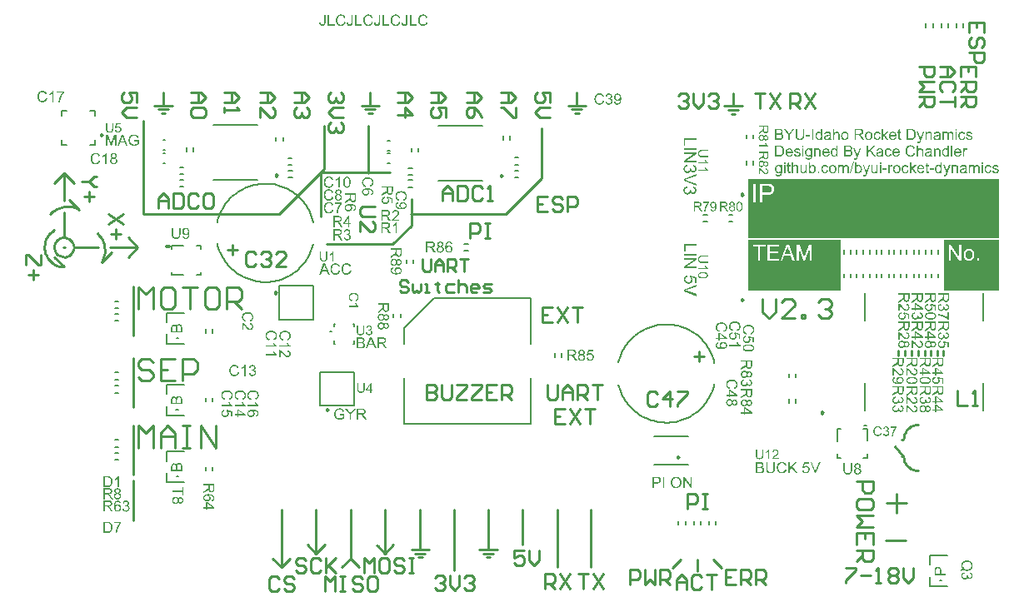
<source format=gto>
G04*
G04 #@! TF.GenerationSoftware,Altium Limited,Altium Designer,18.0.7 (293)*
G04*
G04 Layer_Color=65535*
%FSLAX25Y25*%
%MOIN*%
G70*
G01*
G75*
%ADD10C,0.00500*%
%ADD11C,0.01181*%
%ADD12C,0.00984*%
%ADD13C,0.00787*%
%ADD14C,0.00394*%
%ADD15C,0.01000*%
G36*
X401214Y230584D02*
X400614D01*
X398303Y234042D01*
Y230584D01*
X397745D01*
Y234989D01*
X398341D01*
X400656Y231528D01*
Y234989D01*
X401214D01*
Y230584D01*
D02*
G37*
G36*
X390223D02*
X389639D01*
Y234989D01*
X390223D01*
Y230584D01*
D02*
G37*
G36*
X387248Y234985D02*
X387343D01*
X387450Y234977D01*
X387561Y234970D01*
X387668Y234962D01*
X387717Y234955D01*
X387763Y234947D01*
X387767D01*
X387778Y234943D01*
X387794Y234939D01*
X387817Y234935D01*
X387843Y234928D01*
X387878Y234920D01*
X387954Y234901D01*
X388038Y234870D01*
X388130Y234836D01*
X388222Y234790D01*
X388306Y234737D01*
X388310D01*
X388317Y234729D01*
X388329Y234721D01*
X388344Y234710D01*
X388382Y234676D01*
X388432Y234630D01*
X388489Y234569D01*
X388550Y234496D01*
X388608Y234408D01*
X388661Y234313D01*
Y234309D01*
X388669Y234301D01*
X388672Y234286D01*
X388684Y234267D01*
X388691Y234240D01*
X388703Y234210D01*
X388718Y234175D01*
X388730Y234137D01*
X388741Y234095D01*
X388756Y234049D01*
X388776Y233946D01*
X388791Y233831D01*
X388798Y233713D01*
Y233705D01*
Y233690D01*
X388795Y233660D01*
Y233617D01*
X388787Y233572D01*
X388779Y233514D01*
X388768Y233453D01*
X388753Y233384D01*
X388734Y233312D01*
X388711Y233236D01*
X388680Y233155D01*
X388646Y233075D01*
X388608Y232995D01*
X388558Y232915D01*
X388504Y232838D01*
X388439Y232762D01*
X388436Y232758D01*
X388424Y232747D01*
X388401Y232727D01*
X388371Y232701D01*
X388329Y232674D01*
X388275Y232640D01*
X388214Y232605D01*
X388141Y232571D01*
X388061Y232533D01*
X387966Y232498D01*
X387859Y232464D01*
X387740Y232437D01*
X387611Y232410D01*
X387469Y232391D01*
X387313Y232380D01*
X387144Y232376D01*
X386017D01*
Y230584D01*
X385433D01*
Y234989D01*
X387206D01*
X387248Y234985D01*
D02*
G37*
G36*
X394998Y235061D02*
X395052Y235058D01*
X395113Y235050D01*
X395185Y235042D01*
X395262Y235027D01*
X395346Y235012D01*
X395434Y234993D01*
X395526Y234970D01*
X395617Y234943D01*
X395713Y234909D01*
X395808Y234867D01*
X395904Y234825D01*
X395995Y234771D01*
X395999Y234767D01*
X396018Y234756D01*
X396041Y234740D01*
X396076Y234718D01*
X396118Y234687D01*
X396164Y234653D01*
X396217Y234611D01*
X396270Y234561D01*
X396332Y234507D01*
X396393Y234446D01*
X396454Y234378D01*
X396515Y234305D01*
X396576Y234229D01*
X396633Y234145D01*
X396691Y234053D01*
X396740Y233958D01*
X396744Y233950D01*
X396752Y233934D01*
X396763Y233904D01*
X396782Y233866D01*
X396801Y233816D01*
X396824Y233759D01*
X396847Y233690D01*
X396870Y233617D01*
X396893Y233533D01*
X396920Y233442D01*
X396939Y233346D01*
X396958Y233243D01*
X396977Y233132D01*
X396989Y233021D01*
X396996Y232903D01*
X397000Y232781D01*
Y232773D01*
Y232750D01*
Y232716D01*
X396996Y232666D01*
X396992Y232609D01*
X396985Y232540D01*
X396977Y232464D01*
X396966Y232380D01*
X396950Y232288D01*
X396935Y232193D01*
X396912Y232093D01*
X396885Y231990D01*
X396855Y231887D01*
X396817Y231784D01*
X396778Y231681D01*
X396729Y231581D01*
X396725Y231574D01*
X396717Y231558D01*
X396702Y231532D01*
X396679Y231494D01*
X396652Y231452D01*
X396618Y231402D01*
X396576Y231345D01*
X396530Y231283D01*
X396480Y231222D01*
X396423Y231154D01*
X396358Y231089D01*
X396289Y231024D01*
X396217Y230959D01*
X396137Y230894D01*
X396053Y230837D01*
X395961Y230783D01*
X395957Y230779D01*
X395938Y230772D01*
X395911Y230756D01*
X395873Y230741D01*
X395827Y230722D01*
X395774Y230699D01*
X395713Y230672D01*
X395640Y230649D01*
X395564Y230623D01*
X395483Y230596D01*
X395392Y230573D01*
X395300Y230554D01*
X395205Y230539D01*
X395101Y230523D01*
X394998Y230516D01*
X394891Y230512D01*
X394865D01*
X394830Y230516D01*
X394788D01*
X394731Y230520D01*
X394670Y230527D01*
X394597Y230539D01*
X394521Y230550D01*
X394437Y230565D01*
X394345Y230584D01*
X394253Y230607D01*
X394162Y230638D01*
X394062Y230672D01*
X393967Y230710D01*
X393871Y230756D01*
X393780Y230810D01*
X393776Y230814D01*
X393757Y230825D01*
X393734Y230840D01*
X393700Y230867D01*
X393657Y230898D01*
X393612Y230932D01*
X393558Y230978D01*
X393505Y231028D01*
X393444Y231081D01*
X393383Y231142D01*
X393321Y231211D01*
X393260Y231283D01*
X393199Y231364D01*
X393142Y231448D01*
X393088Y231536D01*
X393039Y231631D01*
X393035Y231639D01*
X393027Y231654D01*
X393016Y231684D01*
X393001Y231723D01*
X392981Y231769D01*
X392958Y231826D01*
X392936Y231891D01*
X392913Y231963D01*
X392890Y232044D01*
X392867Y232128D01*
X392844Y232219D01*
X392825Y232311D01*
X392810Y232410D01*
X392798Y232513D01*
X392790Y232620D01*
X392787Y232727D01*
Y232731D01*
Y232739D01*
Y232754D01*
Y232777D01*
X392790Y232800D01*
Y232834D01*
X392794Y232869D01*
Y232907D01*
X392798Y232953D01*
X392806Y233002D01*
X392817Y233106D01*
X392836Y233224D01*
X392859Y233354D01*
X392890Y233488D01*
X392932Y233629D01*
X392978Y233770D01*
X393035Y233915D01*
X393104Y234053D01*
X393180Y234191D01*
X393272Y234320D01*
X393375Y234443D01*
X393383Y234450D01*
X393402Y234469D01*
X393436Y234500D01*
X393482Y234542D01*
X393539Y234588D01*
X393612Y234641D01*
X393692Y234695D01*
X393787Y234756D01*
X393891Y234813D01*
X394005Y234867D01*
X394131Y234920D01*
X394265Y234970D01*
X394410Y235008D01*
X394563Y235038D01*
X394723Y235058D01*
X394895Y235065D01*
X394956D01*
X394998Y235061D01*
D02*
G37*
G36*
X196022Y267398D02*
X196048D01*
X196079Y267394D01*
X196117Y267391D01*
X196155Y267387D01*
X196243Y267368D01*
X196343Y267345D01*
X196442Y267314D01*
X196545Y267268D01*
X196549D01*
X196556Y267261D01*
X196572Y267257D01*
X196587Y267245D01*
X196610Y267234D01*
X196637Y267219D01*
X196698Y267180D01*
X196763Y267131D01*
X196832Y267077D01*
X196897Y267012D01*
X196958Y266944D01*
Y266940D01*
X196965Y266936D01*
X196973Y266925D01*
X196981Y266909D01*
X196992Y266890D01*
X197007Y266867D01*
X197038Y266814D01*
X197072Y266741D01*
X197107Y266661D01*
X197141Y266565D01*
X197171Y266462D01*
Y266459D01*
X197175Y266451D01*
X197179Y266432D01*
X197183Y266409D01*
X197187Y266382D01*
X197194Y266348D01*
X197202Y266309D01*
X197206Y266264D01*
X197213Y266214D01*
X197221Y266160D01*
X197229Y266103D01*
X197233Y266042D01*
X197237Y265973D01*
X197240Y265905D01*
X197244Y265752D01*
Y264075D01*
X192840D01*
Y265775D01*
X192843Y265809D01*
Y265851D01*
X192847Y265901D01*
X192851Y265954D01*
X192855Y266015D01*
X192874Y266145D01*
X192897Y266279D01*
X192931Y266413D01*
X192954Y266474D01*
X192977Y266535D01*
Y266539D01*
X192985Y266550D01*
X192992Y266565D01*
X193004Y266584D01*
X193015Y266611D01*
X193035Y266642D01*
X193080Y266711D01*
X193138Y266787D01*
X193206Y266867D01*
X193290Y266944D01*
X193390Y267012D01*
X193394Y267016D01*
X193401Y267020D01*
X193417Y267028D01*
X193436Y267039D01*
X193462Y267054D01*
X193493Y267070D01*
X193527Y267085D01*
X193565Y267100D01*
X193653Y267131D01*
X193749Y267161D01*
X193856Y267180D01*
X193913Y267188D01*
X193970D01*
X193974D01*
X193982D01*
X193997D01*
X194020Y267184D01*
X194043D01*
X194073Y267180D01*
X194108Y267177D01*
X194142Y267169D01*
X194222Y267150D01*
X194314Y267123D01*
X194406Y267085D01*
X194501Y267032D01*
X194505D01*
X194513Y267024D01*
X194524Y267016D01*
X194543Y267005D01*
X194589Y266967D01*
X194643Y266917D01*
X194708Y266852D01*
X194776Y266772D01*
X194841Y266676D01*
X194902Y266569D01*
Y266573D01*
X194906Y266588D01*
X194914Y266607D01*
X194925Y266634D01*
X194937Y266669D01*
X194956Y266707D01*
X194975Y266749D01*
X194998Y266798D01*
X195051Y266894D01*
X195120Y266997D01*
X195204Y267096D01*
X195254Y267142D01*
X195303Y267184D01*
X195307Y267188D01*
X195315Y267192D01*
X195330Y267203D01*
X195353Y267219D01*
X195380Y267234D01*
X195414Y267253D01*
X195449Y267272D01*
X195491Y267295D01*
X195540Y267314D01*
X195590Y267333D01*
X195643Y267352D01*
X195705Y267368D01*
X195766Y267383D01*
X195831Y267394D01*
X195899Y267398D01*
X195968Y267402D01*
X195972D01*
X195984D01*
X195999D01*
X196022Y267398D01*
D02*
G37*
G36*
X260355Y262424D02*
X260397D01*
X260447Y262420D01*
X260500Y262416D01*
X260561Y262408D01*
X260627Y262401D01*
X260695Y262389D01*
X260840Y262363D01*
X260989Y262324D01*
X261138Y262271D01*
X261142D01*
X261154Y262263D01*
X261176Y262256D01*
X261203Y262240D01*
X261234Y262225D01*
X261272Y262206D01*
X261314Y262183D01*
X261360Y262156D01*
X261455Y262095D01*
X261555Y262022D01*
X261654Y261935D01*
X261700Y261885D01*
X261742Y261835D01*
X261746Y261831D01*
X261753Y261824D01*
X261761Y261809D01*
X261776Y261786D01*
X261795Y261759D01*
X261818Y261725D01*
X261841Y261686D01*
X261864Y261644D01*
X261891Y261595D01*
X261918Y261537D01*
X261948Y261480D01*
X261975Y261415D01*
X262002Y261346D01*
X262028Y261274D01*
X262051Y261197D01*
X262074Y261117D01*
X261551Y260972D01*
Y260976D01*
X261547Y260987D01*
X261539Y261003D01*
X261532Y261029D01*
X261524Y261056D01*
X261513Y261090D01*
X261482Y261163D01*
X261448Y261247D01*
X261406Y261335D01*
X261356Y261423D01*
X261303Y261499D01*
Y261503D01*
X261295Y261507D01*
X261276Y261530D01*
X261242Y261568D01*
X261196Y261610D01*
X261135Y261660D01*
X261066Y261713D01*
X260978Y261763D01*
X260882Y261809D01*
X260879D01*
X260871Y261812D01*
X260856Y261820D01*
X260837Y261828D01*
X260810Y261835D01*
X260779Y261847D01*
X260745Y261858D01*
X260707Y261870D01*
X260661Y261877D01*
X260615Y261889D01*
X260512Y261908D01*
X260397Y261923D01*
X260275Y261927D01*
X260210D01*
X260176Y261923D01*
X260134Y261919D01*
X260088Y261916D01*
X260038Y261912D01*
X259931Y261896D01*
X259817Y261877D01*
X259698Y261847D01*
X259584Y261805D01*
X259580D01*
X259572Y261801D01*
X259557Y261793D01*
X259534Y261782D01*
X259511Y261770D01*
X259484Y261755D01*
X259416Y261721D01*
X259343Y261671D01*
X259263Y261618D01*
X259186Y261557D01*
X259114Y261484D01*
Y261480D01*
X259106Y261476D01*
X259099Y261465D01*
X259083Y261450D01*
X259053Y261407D01*
X259014Y261354D01*
X258969Y261289D01*
X258923Y261216D01*
X258881Y261136D01*
X258839Y261048D01*
Y261045D01*
X258831Y261029D01*
X258823Y261006D01*
X258812Y260976D01*
X258801Y260938D01*
X258785Y260896D01*
X258770Y260842D01*
X258755Y260785D01*
X258739Y260720D01*
X258724Y260651D01*
X258709Y260579D01*
X258697Y260502D01*
X258678Y260338D01*
X258674Y260250D01*
X258671Y260162D01*
Y260155D01*
Y260136D01*
Y260105D01*
X258674Y260063D01*
X258678Y260013D01*
X258682Y259956D01*
X258686Y259891D01*
X258697Y259818D01*
X258705Y259742D01*
X258720Y259662D01*
X258755Y259497D01*
X258778Y259414D01*
X258808Y259333D01*
X258839Y259253D01*
X258873Y259177D01*
X258877Y259173D01*
X258885Y259161D01*
X258896Y259138D01*
X258911Y259112D01*
X258930Y259081D01*
X258957Y259043D01*
X258988Y259001D01*
X259022Y258955D01*
X259060Y258909D01*
X259106Y258860D01*
X259156Y258814D01*
X259205Y258764D01*
X259263Y258718D01*
X259324Y258672D01*
X259393Y258630D01*
X259461Y258592D01*
X259465Y258588D01*
X259481Y258584D01*
X259500Y258573D01*
X259530Y258562D01*
X259564Y258546D01*
X259607Y258531D01*
X259656Y258516D01*
X259710Y258497D01*
X259771Y258478D01*
X259836Y258462D01*
X259901Y258447D01*
X259973Y258432D01*
X260126Y258409D01*
X260206Y258405D01*
X260286Y258401D01*
X260325D01*
X260351Y258405D01*
X260386D01*
X260424Y258409D01*
X260470Y258413D01*
X260520Y258420D01*
X260573Y258428D01*
X260634Y258436D01*
X260756Y258462D01*
X260890Y258497D01*
X261024Y258546D01*
X261028D01*
X261039Y258554D01*
X261058Y258562D01*
X261085Y258573D01*
X261115Y258584D01*
X261150Y258600D01*
X261230Y258638D01*
X261318Y258688D01*
X261409Y258737D01*
X261497Y258795D01*
X261536Y258825D01*
X261574Y258856D01*
Y259673D01*
X260279D01*
Y260193D01*
X262143D01*
Y258558D01*
X262139Y258554D01*
X262124Y258542D01*
X262101Y258527D01*
X262070Y258501D01*
X262028Y258474D01*
X261982Y258439D01*
X261929Y258405D01*
X261872Y258367D01*
X261807Y258325D01*
X261734Y258283D01*
X261662Y258241D01*
X261585Y258199D01*
X261421Y258119D01*
X261337Y258080D01*
X261253Y258046D01*
X261249D01*
X261234Y258038D01*
X261207Y258031D01*
X261173Y258019D01*
X261135Y258008D01*
X261085Y257992D01*
X261028Y257977D01*
X260966Y257962D01*
X260898Y257943D01*
X260825Y257927D01*
X260749Y257912D01*
X260665Y257901D01*
X260497Y257882D01*
X260409Y257878D01*
X260317Y257874D01*
X260286D01*
X260256Y257878D01*
X260206D01*
X260153Y257882D01*
X260084Y257889D01*
X260011Y257897D01*
X259927Y257908D01*
X259840Y257924D01*
X259748Y257943D01*
X259648Y257962D01*
X259549Y257989D01*
X259446Y258023D01*
X259343Y258057D01*
X259240Y258099D01*
X259140Y258149D01*
X259133Y258153D01*
X259118Y258160D01*
X259091Y258180D01*
X259053Y258203D01*
X259011Y258229D01*
X258957Y258264D01*
X258904Y258306D01*
X258842Y258355D01*
X258778Y258409D01*
X258713Y258466D01*
X258644Y258535D01*
X258579Y258604D01*
X258514Y258684D01*
X258449Y258768D01*
X258392Y258856D01*
X258338Y258951D01*
X258334Y258959D01*
X258327Y258974D01*
X258315Y259005D01*
X258296Y259043D01*
X258277Y259093D01*
X258254Y259154D01*
X258231Y259219D01*
X258205Y259295D01*
X258182Y259379D01*
X258155Y259471D01*
X258132Y259566D01*
X258113Y259669D01*
X258094Y259776D01*
X258082Y259891D01*
X258075Y260009D01*
X258071Y260128D01*
Y260136D01*
Y260158D01*
Y260189D01*
X258075Y260239D01*
X258079Y260292D01*
X258086Y260361D01*
X258094Y260437D01*
X258105Y260518D01*
X258117Y260609D01*
X258136Y260705D01*
X258159Y260804D01*
X258186Y260903D01*
X258216Y261010D01*
X258250Y261117D01*
X258292Y261220D01*
X258338Y261327D01*
X258342Y261335D01*
X258350Y261350D01*
X258365Y261381D01*
X258388Y261419D01*
X258415Y261465D01*
X258449Y261518D01*
X258491Y261576D01*
X258537Y261641D01*
X258587Y261705D01*
X258644Y261774D01*
X258709Y261843D01*
X258778Y261912D01*
X258850Y261981D01*
X258930Y262042D01*
X259018Y262103D01*
X259110Y262156D01*
X259118Y262160D01*
X259133Y262168D01*
X259160Y262183D01*
X259198Y262198D01*
X259247Y262217D01*
X259305Y262240D01*
X259370Y262267D01*
X259446Y262294D01*
X259526Y262317D01*
X259618Y262343D01*
X259714Y262366D01*
X259813Y262385D01*
X259924Y262401D01*
X260034Y262416D01*
X260153Y262424D01*
X260275Y262427D01*
X260321D01*
X260355Y262424D01*
D02*
G37*
G36*
X264828Y259811D02*
Y257947D01*
X264244D01*
Y259811D01*
X262548Y262351D01*
X263255D01*
X264122Y261022D01*
X264126Y261018D01*
X264133Y261006D01*
X264145Y260983D01*
X264164Y260957D01*
X264187Y260926D01*
X264210Y260884D01*
X264240Y260838D01*
X264271Y260789D01*
X264305Y260735D01*
X264339Y260678D01*
X264416Y260552D01*
X264492Y260418D01*
X264573Y260277D01*
X264576Y260281D01*
X264580Y260292D01*
X264592Y260311D01*
X264607Y260338D01*
X264626Y260368D01*
X264649Y260407D01*
X264676Y260453D01*
X264706Y260502D01*
X264741Y260560D01*
X264779Y260617D01*
X264817Y260682D01*
X264859Y260751D01*
X264951Y260896D01*
X265054Y261052D01*
X265906Y262351D01*
X266586D01*
X264828Y259811D01*
D02*
G37*
G36*
X269218Y262347D02*
X269275Y262343D01*
X269336Y262340D01*
X269405Y262336D01*
X269550Y262320D01*
X269699Y262301D01*
X269772Y262286D01*
X269840Y262271D01*
X269905Y262252D01*
X269966Y262229D01*
X269970D01*
X269982Y262225D01*
X269997Y262217D01*
X270016Y262206D01*
X270043Y262191D01*
X270073Y262175D01*
X270142Y262133D01*
X270218Y262076D01*
X270261Y262042D01*
X270303Y262003D01*
X270341Y261961D01*
X270383Y261912D01*
X270421Y261862D01*
X270455Y261809D01*
X270459Y261805D01*
X270463Y261793D01*
X270471Y261778D01*
X270486Y261755D01*
X270497Y261728D01*
X270513Y261694D01*
X270532Y261656D01*
X270547Y261614D01*
X270566Y261568D01*
X270581Y261518D01*
X270612Y261404D01*
X270631Y261281D01*
X270635Y261216D01*
X270639Y261148D01*
Y261144D01*
Y261129D01*
Y261102D01*
X270635Y261071D01*
X270631Y261029D01*
X270623Y260983D01*
X270612Y260930D01*
X270601Y260873D01*
X270585Y260815D01*
X270566Y260751D01*
X270539Y260685D01*
X270509Y260617D01*
X270474Y260552D01*
X270432Y260483D01*
X270387Y260418D01*
X270333Y260357D01*
X270329Y260353D01*
X270318Y260342D01*
X270303Y260327D01*
X270276Y260307D01*
X270245Y260281D01*
X270203Y260250D01*
X270157Y260220D01*
X270104Y260185D01*
X270043Y260151D01*
X269974Y260116D01*
X269894Y260082D01*
X269810Y260051D01*
X269718Y260021D01*
X269619Y259994D01*
X269512Y259971D01*
X269397Y259952D01*
X269401D01*
X269409Y259948D01*
X269420Y259941D01*
X269435Y259933D01*
X269477Y259910D01*
X269527Y259883D01*
X269584Y259849D01*
X269646Y259811D01*
X269699Y259773D01*
X269749Y259731D01*
X269752Y259727D01*
X269760Y259719D01*
X269775Y259708D01*
X269791Y259688D01*
X269813Y259666D01*
X269840Y259639D01*
X269871Y259608D01*
X269905Y259570D01*
X269940Y259528D01*
X269978Y259486D01*
X270058Y259387D01*
X270146Y259272D01*
X270230Y259146D01*
X270994Y257947D01*
X270264D01*
X269684Y258863D01*
X269680Y258867D01*
X269672Y258882D01*
X269661Y258902D01*
X269642Y258928D01*
X269619Y258963D01*
X269596Y259001D01*
X269565Y259043D01*
X269535Y259085D01*
X269470Y259184D01*
X269397Y259284D01*
X269328Y259379D01*
X269294Y259425D01*
X269264Y259467D01*
Y259471D01*
X269256Y259475D01*
X269248Y259486D01*
X269237Y259501D01*
X269206Y259540D01*
X269164Y259585D01*
X269118Y259631D01*
X269069Y259681D01*
X269015Y259727D01*
X268966Y259761D01*
X268962Y259765D01*
X268943Y259776D01*
X268916Y259788D01*
X268885Y259807D01*
X268843Y259826D01*
X268801Y259845D01*
X268752Y259864D01*
X268702Y259879D01*
X268698D01*
X268683Y259883D01*
X268660Y259887D01*
X268625Y259891D01*
X268580Y259895D01*
X268522Y259899D01*
X268458Y259902D01*
X267705D01*
Y257947D01*
X267120D01*
Y262351D01*
X269168D01*
X269218Y262347D01*
D02*
G37*
G36*
X437315Y240967D02*
X437361D01*
X437418Y240959D01*
X437483Y240952D01*
X437556Y240944D01*
X437636Y240929D01*
X437724Y240910D01*
X437811Y240887D01*
X437903Y240860D01*
X437999Y240826D01*
X438090Y240787D01*
X438186Y240742D01*
X438274Y240692D01*
X438362Y240631D01*
X438365Y240627D01*
X438381Y240616D01*
X438404Y240596D01*
X438434Y240570D01*
X438472Y240535D01*
X438514Y240493D01*
X438560Y240444D01*
X438610Y240386D01*
X438659Y240321D01*
X438713Y240253D01*
X438766Y240172D01*
X438816Y240088D01*
X438866Y239997D01*
X438912Y239901D01*
X438954Y239794D01*
X438992Y239683D01*
X438419Y239550D01*
Y239553D01*
X438411Y239573D01*
X438404Y239596D01*
X438388Y239630D01*
X438373Y239668D01*
X438354Y239714D01*
X438331Y239764D01*
X438304Y239817D01*
X438239Y239932D01*
X438163Y240046D01*
X438121Y240104D01*
X438075Y240157D01*
X438025Y240207D01*
X437972Y240249D01*
X437968Y240253D01*
X437960Y240260D01*
X437941Y240268D01*
X437918Y240283D01*
X437892Y240298D01*
X437857Y240318D01*
X437815Y240340D01*
X437773Y240360D01*
X437720Y240379D01*
X437666Y240402D01*
X437605Y240421D01*
X437540Y240436D01*
X437471Y240451D01*
X437399Y240463D01*
X437319Y240466D01*
X437239Y240470D01*
X437189D01*
X437154Y240466D01*
X437109Y240463D01*
X437059Y240459D01*
X437002Y240451D01*
X436940Y240440D01*
X436876Y240428D01*
X436807Y240409D01*
X436738Y240390D01*
X436665Y240367D01*
X436597Y240340D01*
X436524Y240306D01*
X436455Y240268D01*
X436390Y240226D01*
X436387Y240222D01*
X436375Y240214D01*
X436360Y240199D01*
X436337Y240180D01*
X436306Y240157D01*
X436276Y240126D01*
X436241Y240092D01*
X436203Y240054D01*
X436165Y240008D01*
X436123Y239959D01*
X436085Y239905D01*
X436047Y239848D01*
X436008Y239787D01*
X435974Y239718D01*
X435940Y239649D01*
X435913Y239573D01*
Y239569D01*
X435905Y239553D01*
X435901Y239531D01*
X435890Y239504D01*
X435882Y239466D01*
X435871Y239420D01*
X435856Y239370D01*
X435844Y239313D01*
X435833Y239252D01*
X435817Y239187D01*
X435806Y239118D01*
X435798Y239046D01*
X435783Y238889D01*
X435775Y238728D01*
Y238721D01*
Y238705D01*
Y238675D01*
X435779Y238633D01*
Y238587D01*
X435783Y238530D01*
X435791Y238465D01*
X435794Y238396D01*
X435806Y238320D01*
X435814Y238243D01*
X435844Y238079D01*
X435882Y237911D01*
X435936Y237747D01*
X435940Y237743D01*
X435944Y237728D01*
X435955Y237708D01*
X435966Y237678D01*
X435986Y237644D01*
X436005Y237605D01*
X436031Y237560D01*
X436062Y237514D01*
X436096Y237464D01*
X436131Y237410D01*
X436173Y237361D01*
X436219Y237307D01*
X436268Y237258D01*
X436322Y237212D01*
X436383Y237166D01*
X436444Y237124D01*
X436448Y237120D01*
X436459Y237116D01*
X436478Y237105D01*
X436505Y237093D01*
X436536Y237078D01*
X436574Y237059D01*
X436620Y237040D01*
X436669Y237021D01*
X436723Y237002D01*
X436780Y236983D01*
X436841Y236967D01*
X436906Y236948D01*
X437044Y236925D01*
X437120Y236922D01*
X437193Y236918D01*
X437216D01*
X437239Y236922D01*
X437273D01*
X437315Y236925D01*
X437364Y236933D01*
X437422Y236941D01*
X437479Y236952D01*
X437544Y236967D01*
X437609Y236986D01*
X437678Y237009D01*
X437750Y237036D01*
X437819Y237067D01*
X437888Y237105D01*
X437957Y237147D01*
X438022Y237197D01*
X438025Y237200D01*
X438037Y237208D01*
X438052Y237227D01*
X438075Y237250D01*
X438106Y237281D01*
X438136Y237315D01*
X438170Y237357D01*
X438209Y237407D01*
X438247Y237464D01*
X438285Y237525D01*
X438323Y237594D01*
X438362Y237670D01*
X438396Y237751D01*
X438430Y237838D01*
X438457Y237934D01*
X438484Y238033D01*
X439068Y237888D01*
Y237884D01*
X439064Y237880D01*
Y237869D01*
X439061Y237858D01*
X439049Y237819D01*
X439034Y237770D01*
X439011Y237708D01*
X438984Y237640D01*
X438954Y237563D01*
X438915Y237483D01*
X438873Y237395D01*
X438828Y237304D01*
X438774Y237212D01*
X438713Y237124D01*
X438644Y237032D01*
X438572Y236948D01*
X438495Y236868D01*
X438407Y236792D01*
X438404Y236788D01*
X438384Y236776D01*
X438358Y236757D01*
X438323Y236734D01*
X438277Y236704D01*
X438220Y236673D01*
X438155Y236639D01*
X438083Y236604D01*
X438002Y236570D01*
X437915Y236536D01*
X437819Y236505D01*
X437716Y236475D01*
X437605Y236452D01*
X437491Y236433D01*
X437368Y236421D01*
X437242Y236417D01*
X437212D01*
X437174Y236421D01*
X437124D01*
X437063Y236425D01*
X436994Y236433D01*
X436918Y236440D01*
X436830Y236452D01*
X436742Y236467D01*
X436646Y236486D01*
X436551Y236509D01*
X436455Y236540D01*
X436356Y236570D01*
X436264Y236608D01*
X436173Y236654D01*
X436085Y236704D01*
X436081Y236708D01*
X436066Y236719D01*
X436043Y236734D01*
X436012Y236757D01*
X435974Y236788D01*
X435932Y236826D01*
X435882Y236868D01*
X435833Y236918D01*
X435779Y236975D01*
X435722Y237036D01*
X435665Y237105D01*
X435611Y237181D01*
X435554Y237262D01*
X435500Y237349D01*
X435451Y237445D01*
X435405Y237544D01*
X435401Y237552D01*
X435393Y237571D01*
X435382Y237598D01*
X435370Y237640D01*
X435351Y237689D01*
X435332Y237751D01*
X435313Y237819D01*
X435290Y237899D01*
X435267Y237983D01*
X435248Y238075D01*
X435229Y238171D01*
X435210Y238274D01*
X435199Y238381D01*
X435187Y238492D01*
X435180Y238606D01*
X435176Y238725D01*
Y238728D01*
Y238732D01*
Y238755D01*
Y238793D01*
X435180Y238839D01*
X435183Y238900D01*
X435191Y238969D01*
X435199Y239046D01*
X435210Y239133D01*
X435221Y239225D01*
X435241Y239320D01*
X435260Y239420D01*
X435286Y239519D01*
X435317Y239622D01*
X435351Y239725D01*
X435390Y239825D01*
X435435Y239924D01*
X435439Y239932D01*
X435447Y239947D01*
X435462Y239974D01*
X435485Y240008D01*
X435512Y240050D01*
X435546Y240100D01*
X435584Y240153D01*
X435626Y240214D01*
X435680Y240276D01*
X435733Y240340D01*
X435794Y240405D01*
X435863Y240470D01*
X435936Y240531D01*
X436012Y240593D01*
X436096Y240650D01*
X436184Y240703D01*
X436188Y240707D01*
X436207Y240715D01*
X436234Y240726D01*
X436268Y240745D01*
X436314Y240764D01*
X436368Y240787D01*
X436429Y240814D01*
X436501Y240837D01*
X436574Y240864D01*
X436658Y240887D01*
X436746Y240910D01*
X436837Y240929D01*
X436937Y240948D01*
X437036Y240959D01*
X437143Y240967D01*
X437250Y240971D01*
X437281D01*
X437315Y240967D01*
D02*
G37*
G36*
X441475Y239107D02*
X443404Y236490D01*
X442632D01*
X441066Y238713D01*
X440348Y238018D01*
Y236490D01*
X439763D01*
Y240894D01*
X440348D01*
Y238709D01*
X442533Y240894D01*
X443324D01*
X441475Y239107D01*
D02*
G37*
G36*
X450887Y236490D02*
X450284D01*
X448576Y240894D01*
X449210D01*
X450352Y237693D01*
Y237689D01*
X450360Y237678D01*
X450368Y237655D01*
X450375Y237628D01*
X450387Y237594D01*
X450402Y237552D01*
X450418Y237510D01*
X450436Y237460D01*
X450452Y237403D01*
X450471Y237349D01*
X450509Y237227D01*
X450551Y237097D01*
X450586Y236971D01*
Y236975D01*
X450589Y236986D01*
X450597Y237006D01*
X450605Y237032D01*
X450612Y237067D01*
X450624Y237105D01*
X450639Y237147D01*
X450654Y237197D01*
X450670Y237250D01*
X450689Y237304D01*
X450731Y237426D01*
X450773Y237560D01*
X450822Y237693D01*
X452014Y240894D01*
X452606D01*
X450887Y236490D01*
D02*
G37*
G36*
X434373Y238350D02*
Y238343D01*
Y238320D01*
Y238285D01*
X434370Y238240D01*
Y238186D01*
X434366Y238121D01*
X434362Y238049D01*
X434354Y237968D01*
X434347Y237888D01*
X434335Y237800D01*
X434308Y237624D01*
X434270Y237453D01*
X434247Y237372D01*
X434221Y237296D01*
Y237292D01*
X434213Y237281D01*
X434205Y237258D01*
X434190Y237231D01*
X434175Y237197D01*
X434152Y237158D01*
X434129Y237116D01*
X434098Y237070D01*
X434064Y237021D01*
X434022Y236971D01*
X433980Y236918D01*
X433930Y236864D01*
X433873Y236811D01*
X433816Y236761D01*
X433751Y236708D01*
X433678Y236662D01*
X433674Y236658D01*
X433659Y236650D01*
X433640Y236639D01*
X433606Y236624D01*
X433567Y236604D01*
X433522Y236585D01*
X433468Y236562D01*
X433403Y236540D01*
X433334Y236517D01*
X433258Y236494D01*
X433170Y236475D01*
X433082Y236455D01*
X432983Y236440D01*
X432880Y236429D01*
X432769Y236421D01*
X432651Y236417D01*
X432589D01*
X432548Y236421D01*
X432494Y236425D01*
X432433Y236429D01*
X432368Y236436D01*
X432292Y236444D01*
X432215Y236455D01*
X432131Y236467D01*
X431963Y236505D01*
X431879Y236532D01*
X431795Y236559D01*
X431715Y236589D01*
X431638Y236627D01*
X431635Y236631D01*
X431623Y236639D01*
X431600Y236650D01*
X431573Y236666D01*
X431543Y236688D01*
X431505Y236715D01*
X431466Y236750D01*
X431424Y236784D01*
X431379Y236826D01*
X431333Y236872D01*
X431283Y236922D01*
X431237Y236979D01*
X431195Y237040D01*
X431153Y237105D01*
X431115Y237174D01*
X431081Y237246D01*
Y237250D01*
X431073Y237265D01*
X431065Y237288D01*
X431054Y237319D01*
X431042Y237361D01*
X431027Y237410D01*
X431012Y237468D01*
X430997Y237537D01*
X430981Y237609D01*
X430966Y237693D01*
X430951Y237785D01*
X430939Y237884D01*
X430928Y237987D01*
X430920Y238102D01*
X430916Y238224D01*
X430912Y238350D01*
Y240894D01*
X431497D01*
Y238354D01*
Y238346D01*
Y238327D01*
Y238301D01*
Y238259D01*
X431501Y238213D01*
Y238159D01*
X431505Y238098D01*
X431508Y238033D01*
X431524Y237896D01*
X431539Y237758D01*
X431554Y237689D01*
X431566Y237624D01*
X431581Y237563D01*
X431600Y237510D01*
Y237506D01*
X431604Y237498D01*
X431612Y237483D01*
X431619Y237464D01*
X431635Y237441D01*
X431646Y237418D01*
X431688Y237357D01*
X431738Y237288D01*
X431799Y237220D01*
X431875Y237151D01*
X431967Y237090D01*
X431971D01*
X431978Y237082D01*
X431994Y237078D01*
X432013Y237067D01*
X432039Y237055D01*
X432070Y237044D01*
X432104Y237032D01*
X432143Y237017D01*
X432188Y237002D01*
X432234Y236990D01*
X432288Y236979D01*
X432345Y236967D01*
X432467Y236952D01*
X432601Y236945D01*
X432628D01*
X432662Y236948D01*
X432704D01*
X432758Y236952D01*
X432819Y236960D01*
X432884Y236967D01*
X432956Y236983D01*
X433029Y236998D01*
X433105Y237017D01*
X433182Y237040D01*
X433258Y237067D01*
X433331Y237101D01*
X433395Y237139D01*
X433461Y237185D01*
X433514Y237235D01*
X433518Y237239D01*
X433525Y237250D01*
X433541Y237265D01*
X433556Y237292D01*
X433579Y237327D01*
X433602Y237372D01*
X433625Y237422D01*
X433651Y237483D01*
X433678Y237556D01*
X433701Y237636D01*
X433724Y237728D01*
X433747Y237831D01*
X433762Y237942D01*
X433778Y238068D01*
X433785Y238205D01*
X433789Y238354D01*
Y240894D01*
X434373D01*
Y238350D01*
D02*
G37*
G36*
X448099Y240321D02*
X446338D01*
X446101Y239133D01*
X446105Y239137D01*
X446120Y239145D01*
X446139Y239160D01*
X446170Y239175D01*
X446208Y239198D01*
X446250Y239221D01*
X446300Y239248D01*
X446353Y239275D01*
X446414Y239298D01*
X446479Y239324D01*
X446548Y239347D01*
X446620Y239370D01*
X446697Y239386D01*
X446773Y239401D01*
X446853Y239408D01*
X446934Y239412D01*
X446960D01*
X446991Y239408D01*
X447029Y239405D01*
X447079Y239401D01*
X447136Y239389D01*
X447201Y239378D01*
X447274Y239363D01*
X447346Y239340D01*
X447426Y239313D01*
X447507Y239282D01*
X447587Y239244D01*
X447671Y239198D01*
X447751Y239145D01*
X447831Y239084D01*
X447908Y239011D01*
X447912Y239007D01*
X447927Y238992D01*
X447946Y238969D01*
X447969Y238938D01*
X447999Y238900D01*
X448034Y238851D01*
X448068Y238797D01*
X448106Y238732D01*
X448144Y238664D01*
X448179Y238583D01*
X448213Y238499D01*
X448244Y238407D01*
X448267Y238312D01*
X448290Y238209D01*
X448301Y238098D01*
X448305Y237983D01*
Y237976D01*
Y237957D01*
X448301Y237926D01*
Y237884D01*
X448293Y237831D01*
X448286Y237773D01*
X448274Y237705D01*
X448263Y237632D01*
X448244Y237552D01*
X448221Y237468D01*
X448190Y237384D01*
X448156Y237296D01*
X448118Y237208D01*
X448068Y237120D01*
X448015Y237032D01*
X447954Y236948D01*
X447950Y236941D01*
X447934Y236925D01*
X447912Y236899D01*
X447877Y236864D01*
X447835Y236826D01*
X447782Y236780D01*
X447720Y236731D01*
X447652Y236685D01*
X447575Y236635D01*
X447487Y236585D01*
X447392Y236540D01*
X447289Y236501D01*
X447178Y236467D01*
X447060Y236440D01*
X446934Y236425D01*
X446800Y236417D01*
X446773D01*
X446743Y236421D01*
X446701D01*
X446651Y236429D01*
X446590Y236436D01*
X446525Y236444D01*
X446452Y236459D01*
X446376Y236478D01*
X446296Y236501D01*
X446215Y236528D01*
X446131Y236559D01*
X446051Y236597D01*
X445971Y236643D01*
X445891Y236696D01*
X445818Y236754D01*
X445814Y236757D01*
X445803Y236769D01*
X445784Y236788D01*
X445757Y236815D01*
X445730Y236849D01*
X445696Y236891D01*
X445661Y236937D01*
X445623Y236990D01*
X445585Y237051D01*
X445547Y237120D01*
X445509Y237193D01*
X445478Y237273D01*
X445448Y237357D01*
X445421Y237449D01*
X445402Y237544D01*
X445387Y237647D01*
X445956Y237697D01*
Y237693D01*
X445960Y237678D01*
X445963Y237659D01*
X445967Y237628D01*
X445979Y237594D01*
X445986Y237552D01*
X446001Y237510D01*
X446017Y237460D01*
X446055Y237357D01*
X446105Y237254D01*
X446170Y237155D01*
X446204Y237109D01*
X446246Y237067D01*
X446250Y237063D01*
X446257Y237059D01*
X446269Y237048D01*
X446288Y237036D01*
X446311Y237021D01*
X446334Y237002D01*
X446368Y236983D01*
X446403Y236964D01*
X446483Y236925D01*
X446578Y236891D01*
X446681Y236868D01*
X446739Y236864D01*
X446800Y236860D01*
X446819D01*
X446838Y236864D01*
X446865D01*
X446899Y236868D01*
X446937Y236876D01*
X446983Y236883D01*
X447029Y236899D01*
X447083Y236914D01*
X447136Y236933D01*
X447190Y236956D01*
X447243Y236986D01*
X447300Y237017D01*
X447358Y237059D01*
X447411Y237101D01*
X447461Y237155D01*
X447465Y237158D01*
X447472Y237170D01*
X447487Y237185D01*
X447503Y237208D01*
X447522Y237239D01*
X447545Y237273D01*
X447572Y237315D01*
X447598Y237361D01*
X447621Y237414D01*
X447648Y237475D01*
X447671Y237537D01*
X447690Y237609D01*
X447705Y237682D01*
X447720Y237762D01*
X447728Y237846D01*
X447732Y237934D01*
Y237938D01*
Y237953D01*
Y237980D01*
X447728Y238010D01*
X447724Y238049D01*
X447717Y238094D01*
X447709Y238144D01*
X447701Y238197D01*
X447667Y238316D01*
X447648Y238377D01*
X447621Y238438D01*
X447594Y238495D01*
X447556Y238557D01*
X447518Y238610D01*
X447472Y238664D01*
X447468Y238667D01*
X447461Y238675D01*
X447445Y238690D01*
X447426Y238705D01*
X447400Y238725D01*
X447369Y238748D01*
X447331Y238774D01*
X447289Y238801D01*
X447243Y238824D01*
X447190Y238851D01*
X447136Y238874D01*
X447075Y238893D01*
X447010Y238908D01*
X446941Y238923D01*
X446865Y238931D01*
X446789Y238935D01*
X446746D01*
X446724Y238931D01*
X446697Y238927D01*
X446632Y238919D01*
X446559Y238904D01*
X446479Y238885D01*
X446399Y238855D01*
X446319Y238816D01*
X446315D01*
X446311Y238812D01*
X446300Y238805D01*
X446284Y238793D01*
X446246Y238770D01*
X446200Y238732D01*
X446147Y238690D01*
X446093Y238637D01*
X446040Y238579D01*
X445990Y238511D01*
X445482Y238576D01*
X445910Y240837D01*
X448099D01*
Y240321D01*
D02*
G37*
G36*
X428506Y240891D02*
X428548D01*
X428598Y240887D01*
X428651Y240883D01*
X428712Y240879D01*
X428842Y240860D01*
X428976Y240837D01*
X429109Y240803D01*
X429171Y240780D01*
X429232Y240757D01*
X429236D01*
X429247Y240749D01*
X429262Y240742D01*
X429281Y240730D01*
X429308Y240719D01*
X429339Y240700D01*
X429407Y240654D01*
X429484Y240596D01*
X429564Y240528D01*
X429640Y240444D01*
X429709Y240344D01*
X429713Y240340D01*
X429717Y240333D01*
X429725Y240318D01*
X429736Y240298D01*
X429751Y240272D01*
X429767Y240241D01*
X429782Y240207D01*
X429797Y240169D01*
X429828Y240081D01*
X429858Y239985D01*
X429877Y239878D01*
X429885Y239821D01*
Y239764D01*
Y239760D01*
Y239752D01*
Y239737D01*
X429881Y239714D01*
Y239691D01*
X429877Y239661D01*
X429874Y239626D01*
X429866Y239592D01*
X429847Y239511D01*
X429820Y239420D01*
X429782Y239328D01*
X429728Y239233D01*
Y239229D01*
X429721Y239221D01*
X429713Y239210D01*
X429702Y239191D01*
X429663Y239145D01*
X429614Y239091D01*
X429549Y239026D01*
X429469Y238958D01*
X429373Y238893D01*
X429266Y238832D01*
X429270D01*
X429285Y238828D01*
X429304Y238820D01*
X429331Y238809D01*
X429365Y238797D01*
X429404Y238778D01*
X429446Y238759D01*
X429495Y238736D01*
X429591Y238683D01*
X429694Y238614D01*
X429793Y238530D01*
X429839Y238480D01*
X429881Y238431D01*
X429885Y238427D01*
X429889Y238419D01*
X429900Y238404D01*
X429916Y238381D01*
X429931Y238354D01*
X429950Y238320D01*
X429969Y238285D01*
X429992Y238243D01*
X430011Y238194D01*
X430030Y238144D01*
X430049Y238090D01*
X430064Y238029D01*
X430080Y237968D01*
X430091Y237903D01*
X430095Y237835D01*
X430099Y237766D01*
Y237762D01*
Y237751D01*
Y237735D01*
X430095Y237712D01*
Y237686D01*
X430091Y237655D01*
X430087Y237617D01*
X430084Y237579D01*
X430064Y237491D01*
X430042Y237391D01*
X430011Y237292D01*
X429965Y237189D01*
Y237185D01*
X429957Y237177D01*
X429954Y237162D01*
X429942Y237147D01*
X429931Y237124D01*
X429916Y237097D01*
X429877Y237036D01*
X429828Y236971D01*
X429774Y236902D01*
X429709Y236838D01*
X429640Y236776D01*
X429637D01*
X429633Y236769D01*
X429621Y236761D01*
X429606Y236754D01*
X429587Y236742D01*
X429564Y236727D01*
X429511Y236696D01*
X429438Y236662D01*
X429358Y236627D01*
X429262Y236593D01*
X429159Y236562D01*
X429155D01*
X429148Y236559D01*
X429129Y236555D01*
X429106Y236551D01*
X429079Y236547D01*
X429044Y236540D01*
X429006Y236532D01*
X428961Y236528D01*
X428911Y236521D01*
X428857Y236513D01*
X428800Y236505D01*
X428739Y236501D01*
X428670Y236497D01*
X428601Y236494D01*
X428449Y236490D01*
X426772D01*
Y240894D01*
X428472D01*
X428506Y240891D01*
D02*
G37*
G36*
X263163Y320495D02*
X263209D01*
X263266Y320487D01*
X263331Y320479D01*
X263404Y320472D01*
X263484Y320456D01*
X263572Y320437D01*
X263660Y320414D01*
X263751Y320388D01*
X263847Y320353D01*
X263939Y320315D01*
X264034Y320269D01*
X264122Y320219D01*
X264210Y320158D01*
X264214Y320155D01*
X264229Y320143D01*
X264252Y320124D01*
X264282Y320097D01*
X264321Y320063D01*
X264363Y320021D01*
X264408Y319971D01*
X264458Y319914D01*
X264508Y319849D01*
X264561Y319780D01*
X264615Y319700D01*
X264664Y319616D01*
X264714Y319524D01*
X264760Y319429D01*
X264802Y319322D01*
X264840Y319211D01*
X264267Y319077D01*
Y319081D01*
X264260Y319100D01*
X264252Y319123D01*
X264236Y319158D01*
X264221Y319196D01*
X264202Y319241D01*
X264179Y319291D01*
X264153Y319345D01*
X264088Y319459D01*
X264011Y319574D01*
X263969Y319631D01*
X263923Y319685D01*
X263874Y319734D01*
X263820Y319776D01*
X263816Y319780D01*
X263809Y319788D01*
X263790Y319795D01*
X263767Y319811D01*
X263740Y319826D01*
X263706Y319845D01*
X263664Y319868D01*
X263621Y319887D01*
X263568Y319906D01*
X263515Y319929D01*
X263454Y319948D01*
X263388Y319964D01*
X263320Y319979D01*
X263247Y319990D01*
X263167Y319994D01*
X263087Y319998D01*
X263037D01*
X263003Y319994D01*
X262957Y319990D01*
X262907Y319986D01*
X262850Y319979D01*
X262789Y319967D01*
X262724Y319956D01*
X262655Y319937D01*
X262586Y319918D01*
X262514Y319895D01*
X262445Y319868D01*
X262372Y319834D01*
X262304Y319795D01*
X262239Y319753D01*
X262235Y319750D01*
X262223Y319742D01*
X262208Y319727D01*
X262185Y319708D01*
X262155Y319685D01*
X262124Y319654D01*
X262090Y319620D01*
X262052Y319582D01*
X262013Y319536D01*
X261971Y319486D01*
X261933Y319432D01*
X261895Y319375D01*
X261857Y319314D01*
X261822Y319245D01*
X261788Y319177D01*
X261761Y319100D01*
Y319096D01*
X261754Y319081D01*
X261750Y319058D01*
X261738Y319031D01*
X261731Y318993D01*
X261719Y318947D01*
X261704Y318898D01*
X261692Y318840D01*
X261681Y318779D01*
X261666Y318714D01*
X261654Y318646D01*
X261647Y318573D01*
X261631Y318416D01*
X261624Y318256D01*
Y318248D01*
Y318233D01*
Y318202D01*
X261628Y318161D01*
Y318115D01*
X261631Y318057D01*
X261639Y317992D01*
X261643Y317924D01*
X261654Y317847D01*
X261662Y317771D01*
X261692Y317607D01*
X261731Y317439D01*
X261784Y317274D01*
X261788Y317270D01*
X261792Y317255D01*
X261803Y317236D01*
X261815Y317206D01*
X261834Y317171D01*
X261853Y317133D01*
X261880Y317087D01*
X261910Y317041D01*
X261945Y316992D01*
X261979Y316938D01*
X262021Y316888D01*
X262067Y316835D01*
X262116Y316785D01*
X262170Y316739D01*
X262231Y316694D01*
X262292Y316652D01*
X262296Y316648D01*
X262308Y316644D01*
X262327Y316633D01*
X262353Y316621D01*
X262384Y316606D01*
X262422Y316587D01*
X262468Y316567D01*
X262517Y316548D01*
X262571Y316529D01*
X262628Y316510D01*
X262689Y316495D01*
X262754Y316476D01*
X262892Y316453D01*
X262968Y316449D01*
X263041Y316445D01*
X263064D01*
X263087Y316449D01*
X263121D01*
X263163Y316453D01*
X263213Y316461D01*
X263270Y316468D01*
X263327Y316480D01*
X263392Y316495D01*
X263457Y316514D01*
X263526Y316537D01*
X263599Y316564D01*
X263667Y316594D01*
X263736Y316633D01*
X263805Y316674D01*
X263870Y316724D01*
X263874Y316728D01*
X263885Y316736D01*
X263900Y316755D01*
X263923Y316778D01*
X263954Y316808D01*
X263984Y316843D01*
X264019Y316885D01*
X264057Y316934D01*
X264095Y316992D01*
X264133Y317053D01*
X264172Y317121D01*
X264210Y317198D01*
X264244Y317278D01*
X264279Y317366D01*
X264305Y317461D01*
X264332Y317561D01*
X264916Y317416D01*
Y317412D01*
X264913Y317408D01*
Y317396D01*
X264909Y317385D01*
X264897Y317347D01*
X264882Y317297D01*
X264859Y317236D01*
X264832Y317167D01*
X264802Y317091D01*
X264764Y317011D01*
X264722Y316923D01*
X264676Y316831D01*
X264622Y316739D01*
X264561Y316652D01*
X264493Y316560D01*
X264420Y316476D01*
X264344Y316396D01*
X264256Y316319D01*
X264252Y316315D01*
X264233Y316304D01*
X264206Y316285D01*
X264172Y316262D01*
X264126Y316231D01*
X264069Y316201D01*
X264003Y316166D01*
X263931Y316132D01*
X263851Y316098D01*
X263763Y316063D01*
X263667Y316033D01*
X263564Y316002D01*
X263454Y315979D01*
X263339Y315960D01*
X263217Y315949D01*
X263090Y315945D01*
X263060D01*
X263022Y315949D01*
X262972D01*
X262911Y315952D01*
X262842Y315960D01*
X262766Y315968D01*
X262678Y315979D01*
X262590Y315995D01*
X262495Y316014D01*
X262399Y316037D01*
X262304Y316067D01*
X262204Y316098D01*
X262113Y316136D01*
X262021Y316182D01*
X261933Y316231D01*
X261929Y316235D01*
X261914Y316247D01*
X261891Y316262D01*
X261860Y316285D01*
X261822Y316315D01*
X261780Y316354D01*
X261731Y316396D01*
X261681Y316445D01*
X261628Y316503D01*
X261570Y316564D01*
X261513Y316633D01*
X261459Y316709D01*
X261402Y316789D01*
X261349Y316877D01*
X261299Y316972D01*
X261253Y317072D01*
X261249Y317079D01*
X261242Y317098D01*
X261230Y317125D01*
X261219Y317167D01*
X261200Y317217D01*
X261180Y317278D01*
X261161Y317347D01*
X261139Y317427D01*
X261116Y317511D01*
X261097Y317603D01*
X261077Y317698D01*
X261058Y317801D01*
X261047Y317908D01*
X261035Y318019D01*
X261028Y318134D01*
X261024Y318252D01*
Y318256D01*
Y318260D01*
Y318283D01*
Y318321D01*
X261028Y318367D01*
X261032Y318428D01*
X261039Y318497D01*
X261047Y318573D01*
X261058Y318661D01*
X261070Y318753D01*
X261089Y318848D01*
X261108Y318947D01*
X261135Y319047D01*
X261165Y319150D01*
X261200Y319253D01*
X261238Y319352D01*
X261284Y319452D01*
X261287Y319459D01*
X261295Y319475D01*
X261310Y319501D01*
X261333Y319536D01*
X261360Y319578D01*
X261395Y319627D01*
X261433Y319681D01*
X261475Y319742D01*
X261528Y319803D01*
X261582Y319868D01*
X261643Y319933D01*
X261712Y319998D01*
X261784Y320059D01*
X261860Y320120D01*
X261945Y320177D01*
X262032Y320231D01*
X262036Y320235D01*
X262055Y320242D01*
X262082Y320254D01*
X262116Y320273D01*
X262162Y320292D01*
X262216Y320315D01*
X262277Y320342D01*
X262350Y320365D01*
X262422Y320391D01*
X262506Y320414D01*
X262594Y320437D01*
X262686Y320456D01*
X262785Y320475D01*
X262884Y320487D01*
X262991Y320495D01*
X263098Y320498D01*
X263129D01*
X263163Y320495D01*
D02*
G37*
G36*
X258720D02*
X258766D01*
X258824Y320487D01*
X258889Y320479D01*
X258961Y320472D01*
X259041Y320456D01*
X259129Y320437D01*
X259217Y320414D01*
X259309Y320388D01*
X259404Y320353D01*
X259496Y320315D01*
X259591Y320269D01*
X259679Y320219D01*
X259767Y320158D01*
X259771Y320155D01*
X259786Y320143D01*
X259809Y320124D01*
X259840Y320097D01*
X259878Y320063D01*
X259920Y320021D01*
X259966Y319971D01*
X260016Y319914D01*
X260065Y319849D01*
X260119Y319780D01*
X260172Y319700D01*
X260222Y319616D01*
X260271Y319524D01*
X260317Y319429D01*
X260359Y319322D01*
X260397Y319211D01*
X259824Y319077D01*
Y319081D01*
X259817Y319100D01*
X259809Y319123D01*
X259794Y319158D01*
X259779Y319196D01*
X259759Y319241D01*
X259737Y319291D01*
X259710Y319345D01*
X259645Y319459D01*
X259569Y319574D01*
X259526Y319631D01*
X259481Y319685D01*
X259431Y319734D01*
X259378Y319776D01*
X259374Y319780D01*
X259366Y319788D01*
X259347Y319795D01*
X259324Y319811D01*
X259297Y319826D01*
X259263Y319845D01*
X259221Y319868D01*
X259179Y319887D01*
X259125Y319906D01*
X259072Y319929D01*
X259011Y319948D01*
X258946Y319964D01*
X258877Y319979D01*
X258804Y319990D01*
X258724Y319994D01*
X258644Y319998D01*
X258594D01*
X258560Y319994D01*
X258514Y319990D01*
X258465Y319986D01*
X258407Y319979D01*
X258346Y319967D01*
X258281Y319956D01*
X258212Y319937D01*
X258144Y319918D01*
X258071Y319895D01*
X258002Y319868D01*
X257930Y319834D01*
X257861Y319795D01*
X257796Y319753D01*
X257792Y319750D01*
X257781Y319742D01*
X257766Y319727D01*
X257743Y319708D01*
X257712Y319685D01*
X257681Y319654D01*
X257647Y319620D01*
X257609Y319582D01*
X257571Y319536D01*
X257529Y319486D01*
X257490Y319432D01*
X257452Y319375D01*
X257414Y319314D01*
X257380Y319245D01*
X257345Y319177D01*
X257318Y319100D01*
Y319096D01*
X257311Y319081D01*
X257307Y319058D01*
X257296Y319031D01*
X257288Y318993D01*
X257277Y318947D01*
X257261Y318898D01*
X257250Y318840D01*
X257238Y318779D01*
X257223Y318714D01*
X257212Y318646D01*
X257204Y318573D01*
X257189Y318416D01*
X257181Y318256D01*
Y318248D01*
Y318233D01*
Y318202D01*
X257185Y318161D01*
Y318115D01*
X257189Y318057D01*
X257196Y317992D01*
X257200Y317924D01*
X257212Y317847D01*
X257219Y317771D01*
X257250Y317607D01*
X257288Y317439D01*
X257341Y317274D01*
X257345Y317270D01*
X257349Y317255D01*
X257361Y317236D01*
X257372Y317206D01*
X257391Y317171D01*
X257410Y317133D01*
X257437Y317087D01*
X257468Y317041D01*
X257502Y316992D01*
X257536Y316938D01*
X257578Y316888D01*
X257624Y316835D01*
X257674Y316785D01*
X257727Y316739D01*
X257788Y316694D01*
X257850Y316652D01*
X257853Y316648D01*
X257865Y316644D01*
X257884Y316633D01*
X257911Y316621D01*
X257941Y316606D01*
X257979Y316587D01*
X258025Y316567D01*
X258075Y316548D01*
X258128Y316529D01*
X258186Y316510D01*
X258247Y316495D01*
X258312Y316476D01*
X258449Y316453D01*
X258526Y316449D01*
X258598Y316445D01*
X258621D01*
X258644Y316449D01*
X258679D01*
X258720Y316453D01*
X258770Y316461D01*
X258827Y316468D01*
X258885Y316480D01*
X258950Y316495D01*
X259015Y316514D01*
X259083Y316537D01*
X259156Y316564D01*
X259225Y316594D01*
X259294Y316633D01*
X259362Y316674D01*
X259427Y316724D01*
X259431Y316728D01*
X259442Y316736D01*
X259458Y316755D01*
X259481Y316778D01*
X259511Y316808D01*
X259542Y316843D01*
X259576Y316885D01*
X259614Y316934D01*
X259653Y316992D01*
X259691Y317053D01*
X259729Y317121D01*
X259767Y317198D01*
X259802Y317278D01*
X259836Y317366D01*
X259863Y317461D01*
X259889Y317561D01*
X260474Y317416D01*
Y317412D01*
X260470Y317408D01*
Y317396D01*
X260466Y317385D01*
X260455Y317347D01*
X260439Y317297D01*
X260417Y317236D01*
X260390Y317167D01*
X260359Y317091D01*
X260321Y317011D01*
X260279Y316923D01*
X260233Y316831D01*
X260180Y316739D01*
X260119Y316652D01*
X260050Y316560D01*
X259977Y316476D01*
X259901Y316396D01*
X259813Y316319D01*
X259809Y316315D01*
X259790Y316304D01*
X259763Y316285D01*
X259729Y316262D01*
X259683Y316231D01*
X259626Y316201D01*
X259561Y316166D01*
X259488Y316132D01*
X259408Y316098D01*
X259320Y316063D01*
X259225Y316033D01*
X259122Y316002D01*
X259011Y315979D01*
X258896Y315960D01*
X258774Y315949D01*
X258648Y315945D01*
X258617D01*
X258579Y315949D01*
X258529D01*
X258468Y315952D01*
X258400Y315960D01*
X258323Y315968D01*
X258235Y315979D01*
X258148Y315995D01*
X258052Y316014D01*
X257957Y316037D01*
X257861Y316067D01*
X257762Y316098D01*
X257670Y316136D01*
X257578Y316182D01*
X257490Y316231D01*
X257487Y316235D01*
X257471Y316247D01*
X257448Y316262D01*
X257418Y316285D01*
X257380Y316315D01*
X257338Y316354D01*
X257288Y316396D01*
X257238Y316445D01*
X257185Y316503D01*
X257127Y316564D01*
X257070Y316633D01*
X257017Y316709D01*
X256960Y316789D01*
X256906Y316877D01*
X256856Y316972D01*
X256810Y317072D01*
X256807Y317079D01*
X256799Y317098D01*
X256788Y317125D01*
X256776Y317167D01*
X256757Y317217D01*
X256738Y317278D01*
X256719Y317347D01*
X256696Y317427D01*
X256673Y317511D01*
X256654Y317603D01*
X256635Y317698D01*
X256616Y317801D01*
X256604Y317908D01*
X256593Y318019D01*
X256585Y318134D01*
X256581Y318252D01*
Y318256D01*
Y318260D01*
Y318283D01*
Y318321D01*
X256585Y318367D01*
X256589Y318428D01*
X256596Y318497D01*
X256604Y318573D01*
X256616Y318661D01*
X256627Y318753D01*
X256646Y318848D01*
X256665Y318947D01*
X256692Y319047D01*
X256723Y319150D01*
X256757Y319253D01*
X256795Y319352D01*
X256841Y319452D01*
X256845Y319459D01*
X256853Y319475D01*
X256868Y319501D01*
X256891Y319536D01*
X256917Y319578D01*
X256952Y319627D01*
X256990Y319681D01*
X257032Y319742D01*
X257085Y319803D01*
X257139Y319868D01*
X257200Y319933D01*
X257269Y319998D01*
X257341Y320059D01*
X257418Y320120D01*
X257502Y320177D01*
X257590Y320231D01*
X257594Y320235D01*
X257613Y320242D01*
X257639Y320254D01*
X257674Y320273D01*
X257720Y320292D01*
X257773Y320315D01*
X257834Y320342D01*
X257907Y320365D01*
X257979Y320391D01*
X258063Y320414D01*
X258151Y320437D01*
X258243Y320456D01*
X258342Y320475D01*
X258442Y320487D01*
X258549Y320495D01*
X258656Y320498D01*
X258686D01*
X258720Y320495D01*
D02*
G37*
G36*
X256279Y316018D02*
X255619D01*
X255111Y317351D01*
X253258D01*
X252780Y316018D01*
X252165D01*
X253854Y320422D01*
X254480D01*
X256279Y316018D01*
D02*
G37*
G36*
X402961Y370001D02*
X398516D01*
Y367518D01*
X397922D01*
Y370669D01*
X402961D01*
Y370001D01*
D02*
G37*
G36*
Y365945D02*
X397922D01*
Y366614D01*
X402961D01*
Y365945D01*
D02*
G37*
G36*
Y364092D02*
X399001Y361444D01*
X402961D01*
Y360806D01*
X397922D01*
Y361492D01*
X401877Y364136D01*
X397922D01*
Y364774D01*
X402961D01*
Y364092D01*
D02*
G37*
G36*
X399338Y359312D02*
X399334D01*
X399316Y359307D01*
X399290Y359298D01*
X399251Y359290D01*
X399207Y359281D01*
X399159Y359264D01*
X399102Y359246D01*
X399045Y359229D01*
X398918Y359176D01*
X398796Y359115D01*
X398735Y359080D01*
X398678Y359041D01*
X398626Y358997D01*
X398578Y358953D01*
X398573Y358949D01*
X398569Y358940D01*
X398556Y358927D01*
X398543Y358905D01*
X398525Y358883D01*
X398503Y358853D01*
X398481Y358818D01*
X398464Y358779D01*
X398420Y358687D01*
X398381Y358582D01*
X398355Y358459D01*
X398350Y358394D01*
X398346Y358328D01*
Y358285D01*
X398350Y358254D01*
X398355Y358219D01*
X398363Y358175D01*
X398372Y358127D01*
X398385Y358071D01*
X398398Y358014D01*
X398420Y357957D01*
X398442Y357896D01*
X398473Y357830D01*
X398508Y357769D01*
X398547Y357708D01*
X398595Y357647D01*
X398647Y357590D01*
X398652Y357586D01*
X398661Y357577D01*
X398678Y357564D01*
X398700Y357542D01*
X398730Y357520D01*
X398765Y357494D01*
X398809Y357468D01*
X398853Y357437D01*
X398905Y357411D01*
X398962Y357384D01*
X399023Y357358D01*
X399089Y357336D01*
X399159Y357315D01*
X399233Y357301D01*
X399312Y357293D01*
X399395Y357288D01*
X399399D01*
X399412D01*
X399434D01*
X399465Y357293D01*
X399504Y357297D01*
X399543Y357301D01*
X399591Y357310D01*
X399644Y357323D01*
X399753Y357358D01*
X399814Y357380D01*
X399871Y357406D01*
X399932Y357437D01*
X399989Y357476D01*
X400046Y357520D01*
X400098Y357568D01*
X400103Y357572D01*
X400111Y357581D01*
X400125Y357599D01*
X400142Y357616D01*
X400164Y357647D01*
X400186Y357677D01*
X400212Y357717D01*
X400238Y357760D01*
X400260Y357808D01*
X400286Y357865D01*
X400308Y357922D01*
X400330Y357983D01*
X400347Y358053D01*
X400360Y358123D01*
X400369Y358197D01*
X400374Y358276D01*
Y358307D01*
X400369Y358346D01*
X400365Y358394D01*
X400356Y358459D01*
X400347Y358534D01*
X400330Y358617D01*
X400308Y358713D01*
X400850Y358643D01*
Y358634D01*
X400846Y358608D01*
X400841Y358573D01*
Y358503D01*
X400846Y358477D01*
Y358442D01*
X400854Y358403D01*
X400859Y358355D01*
X400867Y358307D01*
X400894Y358197D01*
X400929Y358079D01*
X400981Y357957D01*
X401012Y357896D01*
X401047Y357835D01*
X401051Y357830D01*
X401055Y357821D01*
X401068Y357804D01*
X401086Y357786D01*
X401108Y357760D01*
X401134Y357734D01*
X401165Y357708D01*
X401204Y357677D01*
X401248Y357647D01*
X401291Y357621D01*
X401344Y357594D01*
X401401Y357568D01*
X401466Y357551D01*
X401532Y357533D01*
X401606Y357524D01*
X401685Y357520D01*
X401689D01*
X401698D01*
X401715D01*
X401741Y357524D01*
X401768Y357529D01*
X401803Y357533D01*
X401881Y357551D01*
X401969Y357577D01*
X402065Y357616D01*
X402108Y357642D01*
X402157Y357673D01*
X402200Y357712D01*
X402244Y357752D01*
X402248Y357756D01*
X402253Y357760D01*
X402266Y357773D01*
X402279Y357795D01*
X402296Y357817D01*
X402314Y357843D01*
X402336Y357874D01*
X402358Y357913D01*
X402401Y357996D01*
X402436Y358101D01*
X402462Y358215D01*
X402467Y358280D01*
X402471Y358346D01*
Y358381D01*
X402467Y358407D01*
X402462Y358438D01*
X402458Y358473D01*
X402445Y358556D01*
X402414Y358647D01*
X402375Y358748D01*
X402349Y358800D01*
X402318Y358848D01*
X402283Y358896D01*
X402244Y358945D01*
X402240Y358949D01*
X402235Y358953D01*
X402222Y358966D01*
X402200Y358984D01*
X402178Y359001D01*
X402148Y359023D01*
X402113Y359050D01*
X402073Y359071D01*
X402030Y359098D01*
X401977Y359124D01*
X401921Y359150D01*
X401859Y359176D01*
X401794Y359198D01*
X401724Y359220D01*
X401645Y359237D01*
X401562Y359250D01*
X401672Y359871D01*
X401680D01*
X401698Y359867D01*
X401733Y359858D01*
X401772Y359849D01*
X401825Y359832D01*
X401886Y359814D01*
X401951Y359792D01*
X402026Y359766D01*
X402100Y359736D01*
X402178Y359696D01*
X402257Y359657D01*
X402340Y359609D01*
X402419Y359556D01*
X402493Y359495D01*
X402567Y359430D01*
X402633Y359360D01*
X402637Y359355D01*
X402646Y359342D01*
X402664Y359320D01*
X402685Y359285D01*
X402712Y359246D01*
X402742Y359202D01*
X402773Y359146D01*
X402808Y359084D01*
X402838Y359015D01*
X402869Y358940D01*
X402900Y358857D01*
X402926Y358770D01*
X402948Y358674D01*
X402965Y358573D01*
X402974Y358468D01*
X402978Y358359D01*
Y358320D01*
X402974Y358289D01*
Y358254D01*
X402969Y358210D01*
X402965Y358162D01*
X402956Y358110D01*
X402934Y357992D01*
X402904Y357861D01*
X402860Y357730D01*
X402799Y357599D01*
Y357594D01*
X402790Y357581D01*
X402781Y357564D01*
X402768Y357542D01*
X402751Y357511D01*
X402729Y357481D01*
X402672Y357402D01*
X402607Y357319D01*
X402524Y357231D01*
X402427Y357144D01*
X402318Y357070D01*
X402314Y357066D01*
X402305Y357061D01*
X402288Y357052D01*
X402266Y357039D01*
X402235Y357026D01*
X402205Y357009D01*
X402165Y356991D01*
X402122Y356974D01*
X402026Y356943D01*
X401916Y356912D01*
X401794Y356891D01*
X401733Y356882D01*
X401667D01*
X401663D01*
X401654D01*
X401637D01*
X401615Y356886D01*
X401584D01*
X401549Y356891D01*
X401471Y356904D01*
X401379Y356926D01*
X401278Y356956D01*
X401178Y357000D01*
X401073Y357061D01*
X401068D01*
X401060Y357070D01*
X401047Y357079D01*
X401029Y357092D01*
X400981Y357135D01*
X400920Y357192D01*
X400854Y357262D01*
X400780Y357354D01*
X400714Y357459D01*
X400649Y357577D01*
Y357572D01*
X400645Y357555D01*
X400636Y357533D01*
X400627Y357503D01*
X400614Y357468D01*
X400601Y357424D01*
X400579Y357376D01*
X400557Y357323D01*
X400500Y357210D01*
X400465Y357153D01*
X400426Y357096D01*
X400382Y357039D01*
X400330Y356982D01*
X400278Y356930D01*
X400221Y356882D01*
X400216Y356878D01*
X400208Y356873D01*
X400186Y356860D01*
X400164Y356843D01*
X400129Y356825D01*
X400094Y356803D01*
X400050Y356781D01*
X399998Y356755D01*
X399941Y356733D01*
X399880Y356712D01*
X399814Y356690D01*
X399740Y356672D01*
X399666Y356655D01*
X399583Y356642D01*
X399500Y356637D01*
X399408Y356633D01*
X399399D01*
X399377D01*
X399342Y356637D01*
X399299Y356642D01*
X399242Y356646D01*
X399176Y356659D01*
X399102Y356672D01*
X399019Y356694D01*
X398936Y356720D01*
X398844Y356751D01*
X398752Y356790D01*
X398656Y356838D01*
X398564Y356895D01*
X398468Y356956D01*
X398376Y357031D01*
X398289Y357118D01*
X398285Y357122D01*
X398272Y357140D01*
X398245Y357166D01*
X398219Y357205D01*
X398184Y357253D01*
X398145Y357310D01*
X398106Y357376D01*
X398062Y357450D01*
X398018Y357533D01*
X397979Y357625D01*
X397939Y357725D01*
X397905Y357835D01*
X397878Y357948D01*
X397856Y358071D01*
X397839Y358197D01*
X397835Y358333D01*
Y358363D01*
X397839Y358398D01*
Y358442D01*
X397848Y358499D01*
X397856Y358564D01*
X397870Y358639D01*
X397883Y358717D01*
X397905Y358805D01*
X397931Y358892D01*
X397961Y358984D01*
X398001Y359076D01*
X398044Y359172D01*
X398097Y359259D01*
X398158Y359351D01*
X398228Y359434D01*
X398232Y359438D01*
X398245Y359452D01*
X398267Y359473D01*
X398302Y359504D01*
X398342Y359539D01*
X398385Y359574D01*
X398442Y359618D01*
X398508Y359661D01*
X398578Y359705D01*
X398652Y359749D01*
X398739Y359788D01*
X398831Y359827D01*
X398927Y359862D01*
X399032Y359893D01*
X399141Y359915D01*
X399255Y359932D01*
X399338Y359312D01*
D02*
G37*
G36*
X402961Y355562D02*
X399299Y354256D01*
X399294D01*
X399281Y354247D01*
X399255Y354238D01*
X399224Y354229D01*
X399185Y354216D01*
X399137Y354199D01*
X399089Y354181D01*
X399032Y354159D01*
X398967Y354142D01*
X398905Y354120D01*
X398765Y354076D01*
X398617Y354028D01*
X398473Y353989D01*
X398477D01*
X398490Y353985D01*
X398512Y353976D01*
X398543Y353967D01*
X398582Y353958D01*
X398626Y353945D01*
X398674Y353928D01*
X398730Y353910D01*
X398792Y353893D01*
X398853Y353871D01*
X398993Y353823D01*
X399146Y353775D01*
X399299Y353718D01*
X402961Y352355D01*
Y351677D01*
X397922Y353644D01*
Y354334D01*
X402961Y356288D01*
Y355562D01*
D02*
G37*
G36*
X399338Y350698D02*
X399334D01*
X399316Y350694D01*
X399290Y350685D01*
X399251Y350676D01*
X399207Y350668D01*
X399159Y350650D01*
X399102Y350633D01*
X399045Y350615D01*
X398918Y350563D01*
X398796Y350502D01*
X398735Y350467D01*
X398678Y350427D01*
X398626Y350384D01*
X398578Y350340D01*
X398573Y350336D01*
X398569Y350327D01*
X398556Y350314D01*
X398543Y350292D01*
X398525Y350270D01*
X398503Y350239D01*
X398481Y350205D01*
X398464Y350165D01*
X398420Y350074D01*
X398381Y349969D01*
X398355Y349846D01*
X398350Y349781D01*
X398346Y349715D01*
Y349671D01*
X398350Y349641D01*
X398355Y349606D01*
X398363Y349562D01*
X398372Y349514D01*
X398385Y349457D01*
X398398Y349400D01*
X398420Y349344D01*
X398442Y349283D01*
X398473Y349217D01*
X398508Y349156D01*
X398547Y349095D01*
X398595Y349033D01*
X398647Y348977D01*
X398652Y348972D01*
X398661Y348963D01*
X398678Y348950D01*
X398700Y348928D01*
X398730Y348907D01*
X398765Y348881D01*
X398809Y348854D01*
X398853Y348824D01*
X398905Y348797D01*
X398962Y348771D01*
X399023Y348745D01*
X399089Y348723D01*
X399159Y348701D01*
X399233Y348688D01*
X399312Y348679D01*
X399395Y348675D01*
X399399D01*
X399412D01*
X399434D01*
X399465Y348679D01*
X399504Y348684D01*
X399543Y348688D01*
X399591Y348697D01*
X399644Y348710D01*
X399753Y348745D01*
X399814Y348767D01*
X399871Y348793D01*
X399932Y348824D01*
X399989Y348863D01*
X400046Y348907D01*
X400098Y348955D01*
X400103Y348959D01*
X400111Y348968D01*
X400125Y348985D01*
X400142Y349003D01*
X400164Y349033D01*
X400186Y349064D01*
X400212Y349103D01*
X400238Y349147D01*
X400260Y349195D01*
X400286Y349252D01*
X400308Y349309D01*
X400330Y349370D01*
X400347Y349440D01*
X400360Y349510D01*
X400369Y349584D01*
X400374Y349663D01*
Y349693D01*
X400369Y349733D01*
X400365Y349781D01*
X400356Y349846D01*
X400347Y349921D01*
X400330Y350004D01*
X400308Y350100D01*
X400850Y350030D01*
Y350021D01*
X400846Y349995D01*
X400841Y349960D01*
Y349890D01*
X400846Y349864D01*
Y349829D01*
X400854Y349789D01*
X400859Y349741D01*
X400867Y349693D01*
X400894Y349584D01*
X400929Y349466D01*
X400981Y349344D01*
X401012Y349283D01*
X401047Y349221D01*
X401051Y349217D01*
X401055Y349208D01*
X401068Y349191D01*
X401086Y349173D01*
X401108Y349147D01*
X401134Y349121D01*
X401165Y349095D01*
X401204Y349064D01*
X401248Y349033D01*
X401291Y349007D01*
X401344Y348981D01*
X401401Y348955D01*
X401466Y348937D01*
X401532Y348920D01*
X401606Y348911D01*
X401685Y348907D01*
X401689D01*
X401698D01*
X401715D01*
X401741Y348911D01*
X401768Y348915D01*
X401803Y348920D01*
X401881Y348937D01*
X401969Y348963D01*
X402065Y349003D01*
X402108Y349029D01*
X402157Y349060D01*
X402200Y349099D01*
X402244Y349138D01*
X402248Y349143D01*
X402253Y349147D01*
X402266Y349160D01*
X402279Y349182D01*
X402296Y349204D01*
X402314Y349230D01*
X402336Y349261D01*
X402358Y349300D01*
X402401Y349383D01*
X402436Y349488D01*
X402462Y349602D01*
X402467Y349667D01*
X402471Y349733D01*
Y349768D01*
X402467Y349794D01*
X402462Y349824D01*
X402458Y349859D01*
X402445Y349942D01*
X402414Y350034D01*
X402375Y350135D01*
X402349Y350187D01*
X402318Y350235D01*
X402283Y350283D01*
X402244Y350331D01*
X402240Y350336D01*
X402235Y350340D01*
X402222Y350353D01*
X402200Y350371D01*
X402178Y350388D01*
X402148Y350410D01*
X402113Y350436D01*
X402073Y350458D01*
X402030Y350484D01*
X401977Y350511D01*
X401921Y350537D01*
X401859Y350563D01*
X401794Y350585D01*
X401724Y350607D01*
X401645Y350624D01*
X401562Y350637D01*
X401672Y351258D01*
X401680D01*
X401698Y351253D01*
X401733Y351245D01*
X401772Y351236D01*
X401825Y351218D01*
X401886Y351201D01*
X401951Y351179D01*
X402026Y351153D01*
X402100Y351122D01*
X402178Y351083D01*
X402257Y351044D01*
X402340Y350996D01*
X402419Y350943D01*
X402493Y350882D01*
X402567Y350816D01*
X402633Y350746D01*
X402637Y350742D01*
X402646Y350729D01*
X402664Y350707D01*
X402685Y350672D01*
X402712Y350633D01*
X402742Y350589D01*
X402773Y350532D01*
X402808Y350471D01*
X402838Y350401D01*
X402869Y350327D01*
X402900Y350244D01*
X402926Y350156D01*
X402948Y350060D01*
X402965Y349960D01*
X402974Y349855D01*
X402978Y349746D01*
Y349706D01*
X402974Y349676D01*
Y349641D01*
X402969Y349597D01*
X402965Y349549D01*
X402956Y349497D01*
X402934Y349379D01*
X402904Y349248D01*
X402860Y349116D01*
X402799Y348985D01*
Y348981D01*
X402790Y348968D01*
X402781Y348950D01*
X402768Y348928D01*
X402751Y348898D01*
X402729Y348867D01*
X402672Y348789D01*
X402607Y348706D01*
X402524Y348618D01*
X402427Y348531D01*
X402318Y348457D01*
X402314Y348452D01*
X402305Y348448D01*
X402288Y348439D01*
X402266Y348426D01*
X402235Y348413D01*
X402205Y348395D01*
X402165Y348378D01*
X402122Y348360D01*
X402026Y348330D01*
X401916Y348299D01*
X401794Y348277D01*
X401733Y348269D01*
X401667D01*
X401663D01*
X401654D01*
X401637D01*
X401615Y348273D01*
X401584D01*
X401549Y348277D01*
X401471Y348290D01*
X401379Y348312D01*
X401278Y348343D01*
X401178Y348387D01*
X401073Y348448D01*
X401068D01*
X401060Y348457D01*
X401047Y348465D01*
X401029Y348478D01*
X400981Y348522D01*
X400920Y348579D01*
X400854Y348649D01*
X400780Y348741D01*
X400714Y348846D01*
X400649Y348963D01*
Y348959D01*
X400645Y348942D01*
X400636Y348920D01*
X400627Y348889D01*
X400614Y348854D01*
X400601Y348811D01*
X400579Y348762D01*
X400557Y348710D01*
X400500Y348596D01*
X400465Y348540D01*
X400426Y348483D01*
X400382Y348426D01*
X400330Y348369D01*
X400278Y348317D01*
X400221Y348269D01*
X400216Y348264D01*
X400208Y348260D01*
X400186Y348247D01*
X400164Y348229D01*
X400129Y348212D01*
X400094Y348190D01*
X400050Y348168D01*
X399998Y348142D01*
X399941Y348120D01*
X399880Y348098D01*
X399814Y348076D01*
X399740Y348059D01*
X399666Y348041D01*
X399583Y348028D01*
X399500Y348024D01*
X399408Y348020D01*
X399399D01*
X399377D01*
X399342Y348024D01*
X399299Y348028D01*
X399242Y348033D01*
X399176Y348046D01*
X399102Y348059D01*
X399019Y348081D01*
X398936Y348107D01*
X398844Y348138D01*
X398752Y348177D01*
X398656Y348225D01*
X398564Y348282D01*
X398468Y348343D01*
X398376Y348417D01*
X398289Y348505D01*
X398285Y348509D01*
X398272Y348527D01*
X398245Y348553D01*
X398219Y348592D01*
X398184Y348640D01*
X398145Y348697D01*
X398106Y348762D01*
X398062Y348837D01*
X398018Y348920D01*
X397979Y349012D01*
X397939Y349112D01*
X397905Y349221D01*
X397878Y349335D01*
X397856Y349457D01*
X397839Y349584D01*
X397835Y349720D01*
Y349750D01*
X397839Y349785D01*
Y349829D01*
X397848Y349886D01*
X397856Y349951D01*
X397870Y350025D01*
X397883Y350104D01*
X397905Y350191D01*
X397931Y350279D01*
X397961Y350371D01*
X398001Y350462D01*
X398044Y350559D01*
X398097Y350646D01*
X398158Y350738D01*
X398228Y350821D01*
X398232Y350825D01*
X398245Y350838D01*
X398267Y350860D01*
X398302Y350891D01*
X398342Y350926D01*
X398385Y350961D01*
X398442Y351004D01*
X398508Y351048D01*
X398578Y351092D01*
X398652Y351135D01*
X398739Y351175D01*
X398831Y351214D01*
X398927Y351249D01*
X399032Y351280D01*
X399141Y351302D01*
X399255Y351319D01*
X399338Y350698D01*
D02*
G37*
G36*
X293769Y420101D02*
X293815D01*
X293872Y420093D01*
X293937Y420085D01*
X294010Y420078D01*
X294090Y420063D01*
X294178Y420044D01*
X294266Y420021D01*
X294357Y419994D01*
X294453Y419959D01*
X294544Y419921D01*
X294640Y419875D01*
X294728Y419826D01*
X294816Y419765D01*
X294819Y419761D01*
X294835Y419749D01*
X294858Y419730D01*
X294888Y419703D01*
X294926Y419669D01*
X294968Y419627D01*
X295014Y419578D01*
X295064Y419520D01*
X295114Y419455D01*
X295167Y419386D01*
X295221Y419306D01*
X295270Y419222D01*
X295320Y419131D01*
X295366Y419035D01*
X295408Y418928D01*
X295446Y418817D01*
X294873Y418684D01*
Y418687D01*
X294865Y418707D01*
X294858Y418729D01*
X294842Y418764D01*
X294827Y418802D01*
X294808Y418848D01*
X294785Y418897D01*
X294758Y418951D01*
X294693Y419066D01*
X294617Y419180D01*
X294575Y419238D01*
X294529Y419291D01*
X294479Y419341D01*
X294426Y419383D01*
X294422Y419386D01*
X294415Y419394D01*
X294395Y419402D01*
X294373Y419417D01*
X294346Y419432D01*
X294311Y419451D01*
X294269Y419474D01*
X294227Y419493D01*
X294174Y419513D01*
X294120Y419535D01*
X294059Y419555D01*
X293994Y419570D01*
X293926Y419585D01*
X293853Y419597D01*
X293773Y419600D01*
X293693Y419604D01*
X293643D01*
X293608Y419600D01*
X293563Y419597D01*
X293513Y419593D01*
X293456Y419585D01*
X293395Y419574D01*
X293330Y419562D01*
X293261Y419543D01*
X293192Y419524D01*
X293120Y419501D01*
X293051Y419474D01*
X292978Y419440D01*
X292910Y419402D01*
X292845Y419360D01*
X292841Y419356D01*
X292829Y419348D01*
X292814Y419333D01*
X292791Y419314D01*
X292760Y419291D01*
X292730Y419260D01*
X292696Y419226D01*
X292657Y419188D01*
X292619Y419142D01*
X292577Y419092D01*
X292539Y419039D01*
X292501Y418982D01*
X292462Y418920D01*
X292428Y418852D01*
X292394Y418783D01*
X292367Y418707D01*
Y418703D01*
X292359Y418687D01*
X292356Y418665D01*
X292344Y418638D01*
X292337Y418600D01*
X292325Y418554D01*
X292310Y418504D01*
X292298Y418447D01*
X292287Y418386D01*
X292271Y418321D01*
X292260Y418252D01*
X292252Y418179D01*
X292237Y418023D01*
X292230Y417862D01*
Y417855D01*
Y417839D01*
Y417809D01*
X292233Y417767D01*
Y417721D01*
X292237Y417664D01*
X292245Y417599D01*
X292249Y417530D01*
X292260Y417453D01*
X292268Y417377D01*
X292298Y417213D01*
X292337Y417045D01*
X292390Y416881D01*
X292394Y416877D01*
X292398Y416861D01*
X292409Y416842D01*
X292421Y416812D01*
X292440Y416777D01*
X292459Y416739D01*
X292485Y416693D01*
X292516Y416647D01*
X292550Y416598D01*
X292585Y416544D01*
X292627Y416495D01*
X292673Y416441D01*
X292722Y416392D01*
X292776Y416346D01*
X292837Y416300D01*
X292898Y416258D01*
X292902Y416254D01*
X292913Y416250D01*
X292932Y416239D01*
X292959Y416227D01*
X292990Y416212D01*
X293028Y416193D01*
X293074Y416174D01*
X293123Y416155D01*
X293177Y416136D01*
X293234Y416117D01*
X293295Y416101D01*
X293360Y416082D01*
X293498Y416059D01*
X293574Y416055D01*
X293647Y416052D01*
X293670D01*
X293693Y416055D01*
X293727D01*
X293769Y416059D01*
X293819Y416067D01*
X293876Y416075D01*
X293933Y416086D01*
X293998Y416101D01*
X294063Y416120D01*
X294132Y416143D01*
X294204Y416170D01*
X294273Y416201D01*
X294342Y416239D01*
X294411Y416281D01*
X294476Y416330D01*
X294479Y416334D01*
X294491Y416342D01*
X294506Y416361D01*
X294529Y416384D01*
X294560Y416414D01*
X294590Y416449D01*
X294625Y416491D01*
X294663Y416541D01*
X294701Y416598D01*
X294739Y416659D01*
X294777Y416728D01*
X294816Y416804D01*
X294850Y416884D01*
X294884Y416972D01*
X294911Y417068D01*
X294938Y417167D01*
X295522Y417022D01*
Y417018D01*
X295518Y417014D01*
Y417003D01*
X295515Y416991D01*
X295503Y416953D01*
X295488Y416903D01*
X295465Y416842D01*
X295438Y416774D01*
X295408Y416697D01*
X295370Y416617D01*
X295327Y416529D01*
X295282Y416437D01*
X295228Y416346D01*
X295167Y416258D01*
X295098Y416166D01*
X295026Y416082D01*
X294949Y416002D01*
X294862Y415926D01*
X294858Y415922D01*
X294839Y415910D01*
X294812Y415891D01*
X294777Y415868D01*
X294732Y415838D01*
X294674Y415807D01*
X294609Y415773D01*
X294537Y415738D01*
X294457Y415704D01*
X294369Y415670D01*
X294273Y415639D01*
X294170Y415609D01*
X294059Y415586D01*
X293945Y415566D01*
X293822Y415555D01*
X293696Y415551D01*
X293666D01*
X293628Y415555D01*
X293578D01*
X293517Y415559D01*
X293448Y415566D01*
X293372Y415574D01*
X293284Y415586D01*
X293196Y415601D01*
X293101Y415620D01*
X293005Y415643D01*
X292910Y415673D01*
X292810Y415704D01*
X292719Y415742D01*
X292627Y415788D01*
X292539Y415838D01*
X292535Y415841D01*
X292520Y415853D01*
X292497Y415868D01*
X292466Y415891D01*
X292428Y415922D01*
X292386Y415960D01*
X292337Y416002D01*
X292287Y416052D01*
X292233Y416109D01*
X292176Y416170D01*
X292119Y416239D01*
X292065Y416315D01*
X292008Y416395D01*
X291954Y416483D01*
X291905Y416579D01*
X291859Y416678D01*
X291855Y416686D01*
X291847Y416705D01*
X291836Y416732D01*
X291825Y416774D01*
X291806Y416823D01*
X291786Y416884D01*
X291767Y416953D01*
X291744Y417033D01*
X291722Y417117D01*
X291702Y417209D01*
X291683Y417305D01*
X291664Y417408D01*
X291653Y417515D01*
X291641Y417626D01*
X291634Y417740D01*
X291630Y417859D01*
Y417862D01*
Y417866D01*
Y417889D01*
Y417927D01*
X291634Y417973D01*
X291637Y418034D01*
X291645Y418103D01*
X291653Y418179D01*
X291664Y418267D01*
X291676Y418359D01*
X291695Y418454D01*
X291714Y418554D01*
X291740Y418653D01*
X291771Y418756D01*
X291806Y418859D01*
X291844Y418959D01*
X291890Y419058D01*
X291893Y419066D01*
X291901Y419081D01*
X291916Y419108D01*
X291939Y419142D01*
X291966Y419184D01*
X292000Y419234D01*
X292038Y419287D01*
X292080Y419348D01*
X292134Y419409D01*
X292188Y419474D01*
X292249Y419539D01*
X292317Y419604D01*
X292390Y419665D01*
X292466Y419727D01*
X292550Y419784D01*
X292638Y419837D01*
X292642Y419841D01*
X292661Y419849D01*
X292688Y419860D01*
X292722Y419879D01*
X292768Y419898D01*
X292822Y419921D01*
X292883Y419948D01*
X292955Y419971D01*
X293028Y419998D01*
X293112Y420021D01*
X293200Y420044D01*
X293291Y420063D01*
X293391Y420082D01*
X293490Y420093D01*
X293597Y420101D01*
X293704Y420105D01*
X293735D01*
X293769Y420101D01*
D02*
G37*
G36*
X282825D02*
X282871D01*
X282928Y420093D01*
X282993Y420085D01*
X283065Y420078D01*
X283146Y420063D01*
X283233Y420044D01*
X283321Y420021D01*
X283413Y419994D01*
X283508Y419959D01*
X283600Y419921D01*
X283696Y419875D01*
X283784Y419826D01*
X283871Y419765D01*
X283875Y419761D01*
X283891Y419749D01*
X283913Y419730D01*
X283944Y419703D01*
X283982Y419669D01*
X284024Y419627D01*
X284070Y419578D01*
X284120Y419520D01*
X284169Y419455D01*
X284223Y419386D01*
X284276Y419306D01*
X284326Y419222D01*
X284376Y419131D01*
X284421Y419035D01*
X284464Y418928D01*
X284502Y418817D01*
X283929Y418684D01*
Y418687D01*
X283921Y418707D01*
X283913Y418729D01*
X283898Y418764D01*
X283883Y418802D01*
X283864Y418848D01*
X283841Y418897D01*
X283814Y418951D01*
X283749Y419066D01*
X283673Y419180D01*
X283631Y419238D01*
X283585Y419291D01*
X283535Y419341D01*
X283482Y419383D01*
X283478Y419386D01*
X283470Y419394D01*
X283451Y419402D01*
X283428Y419417D01*
X283401Y419432D01*
X283367Y419451D01*
X283325Y419474D01*
X283283Y419493D01*
X283230Y419513D01*
X283176Y419535D01*
X283115Y419555D01*
X283050Y419570D01*
X282981Y419585D01*
X282909Y419597D01*
X282828Y419600D01*
X282748Y419604D01*
X282699D01*
X282664Y419600D01*
X282618Y419597D01*
X282569Y419593D01*
X282511Y419585D01*
X282450Y419574D01*
X282385Y419562D01*
X282317Y419543D01*
X282248Y419524D01*
X282175Y419501D01*
X282106Y419474D01*
X282034Y419440D01*
X281965Y419402D01*
X281900Y419360D01*
X281896Y419356D01*
X281885Y419348D01*
X281870Y419333D01*
X281847Y419314D01*
X281816Y419291D01*
X281786Y419260D01*
X281751Y419226D01*
X281713Y419188D01*
X281675Y419142D01*
X281633Y419092D01*
X281595Y419039D01*
X281556Y418982D01*
X281518Y418920D01*
X281484Y418852D01*
X281450Y418783D01*
X281423Y418707D01*
Y418703D01*
X281415Y418687D01*
X281411Y418665D01*
X281400Y418638D01*
X281392Y418600D01*
X281381Y418554D01*
X281365Y418504D01*
X281354Y418447D01*
X281343Y418386D01*
X281327Y418321D01*
X281316Y418252D01*
X281308Y418179D01*
X281293Y418023D01*
X281285Y417862D01*
Y417855D01*
Y417839D01*
Y417809D01*
X281289Y417767D01*
Y417721D01*
X281293Y417664D01*
X281300Y417599D01*
X281304Y417530D01*
X281316Y417453D01*
X281323Y417377D01*
X281354Y417213D01*
X281392Y417045D01*
X281446Y416881D01*
X281450Y416877D01*
X281453Y416861D01*
X281465Y416842D01*
X281476Y416812D01*
X281495Y416777D01*
X281514Y416739D01*
X281541Y416693D01*
X281572Y416647D01*
X281606Y416598D01*
X281641Y416544D01*
X281682Y416495D01*
X281728Y416441D01*
X281778Y416392D01*
X281832Y416346D01*
X281893Y416300D01*
X281954Y416258D01*
X281958Y416254D01*
X281969Y416250D01*
X281988Y416239D01*
X282015Y416227D01*
X282045Y416212D01*
X282084Y416193D01*
X282129Y416174D01*
X282179Y416155D01*
X282233Y416136D01*
X282290Y416117D01*
X282351Y416101D01*
X282416Y416082D01*
X282554Y416059D01*
X282630Y416055D01*
X282702Y416052D01*
X282725D01*
X282748Y416055D01*
X282783D01*
X282825Y416059D01*
X282874Y416067D01*
X282932Y416075D01*
X282989Y416086D01*
X283054Y416101D01*
X283119Y416120D01*
X283188Y416143D01*
X283260Y416170D01*
X283329Y416201D01*
X283398Y416239D01*
X283466Y416281D01*
X283531Y416330D01*
X283535Y416334D01*
X283547Y416342D01*
X283562Y416361D01*
X283585Y416384D01*
X283615Y416414D01*
X283646Y416449D01*
X283680Y416491D01*
X283719Y416541D01*
X283757Y416598D01*
X283795Y416659D01*
X283833Y416728D01*
X283871Y416804D01*
X283906Y416884D01*
X283940Y416972D01*
X283967Y417068D01*
X283994Y417167D01*
X284578Y417022D01*
Y417018D01*
X284574Y417014D01*
Y417003D01*
X284570Y416991D01*
X284559Y416953D01*
X284544Y416903D01*
X284521Y416842D01*
X284494Y416774D01*
X284464Y416697D01*
X284425Y416617D01*
X284383Y416529D01*
X284337Y416437D01*
X284284Y416346D01*
X284223Y416258D01*
X284154Y416166D01*
X284081Y416082D01*
X284005Y416002D01*
X283917Y415926D01*
X283913Y415922D01*
X283894Y415910D01*
X283868Y415891D01*
X283833Y415868D01*
X283787Y415838D01*
X283730Y415807D01*
X283665Y415773D01*
X283593Y415738D01*
X283512Y415704D01*
X283424Y415670D01*
X283329Y415639D01*
X283226Y415609D01*
X283115Y415586D01*
X283000Y415566D01*
X282878Y415555D01*
X282752Y415551D01*
X282721D01*
X282683Y415555D01*
X282634D01*
X282573Y415559D01*
X282504Y415566D01*
X282427Y415574D01*
X282340Y415586D01*
X282252Y415601D01*
X282156Y415620D01*
X282061Y415643D01*
X281965Y415673D01*
X281866Y415704D01*
X281774Y415742D01*
X281682Y415788D01*
X281595Y415838D01*
X281591Y415841D01*
X281575Y415853D01*
X281553Y415868D01*
X281522Y415891D01*
X281484Y415922D01*
X281442Y415960D01*
X281392Y416002D01*
X281343Y416052D01*
X281289Y416109D01*
X281232Y416170D01*
X281174Y416239D01*
X281121Y416315D01*
X281064Y416395D01*
X281010Y416483D01*
X280960Y416579D01*
X280915Y416678D01*
X280911Y416686D01*
X280903Y416705D01*
X280892Y416732D01*
X280880Y416774D01*
X280861Y416823D01*
X280842Y416884D01*
X280823Y416953D01*
X280800Y417033D01*
X280777Y417117D01*
X280758Y417209D01*
X280739Y417305D01*
X280720Y417408D01*
X280708Y417515D01*
X280697Y417625D01*
X280689Y417740D01*
X280685Y417859D01*
Y417862D01*
Y417866D01*
Y417889D01*
Y417927D01*
X280689Y417973D01*
X280693Y418034D01*
X280701Y418103D01*
X280708Y418179D01*
X280720Y418267D01*
X280731Y418359D01*
X280750Y418454D01*
X280769Y418554D01*
X280796Y418653D01*
X280827Y418756D01*
X280861Y418859D01*
X280899Y418959D01*
X280945Y419058D01*
X280949Y419066D01*
X280957Y419081D01*
X280972Y419108D01*
X280995Y419142D01*
X281022Y419184D01*
X281056Y419234D01*
X281094Y419287D01*
X281136Y419348D01*
X281190Y419409D01*
X281243Y419474D01*
X281304Y419539D01*
X281373Y419604D01*
X281446Y419665D01*
X281522Y419727D01*
X281606Y419784D01*
X281694Y419837D01*
X281698Y419841D01*
X281717Y419849D01*
X281744Y419860D01*
X281778Y419879D01*
X281824Y419898D01*
X281877Y419921D01*
X281938Y419948D01*
X282011Y419971D01*
X282084Y419998D01*
X282168Y420021D01*
X282256Y420044D01*
X282347Y420063D01*
X282447Y420082D01*
X282546Y420093D01*
X282653Y420101D01*
X282760Y420105D01*
X282790D01*
X282825Y420101D01*
D02*
G37*
G36*
X271880Y420101D02*
X271926D01*
X271984Y420093D01*
X272048Y420085D01*
X272121Y420078D01*
X272201Y420063D01*
X272289Y420044D01*
X272377Y420021D01*
X272469Y419994D01*
X272564Y419959D01*
X272656Y419921D01*
X272751Y419875D01*
X272839Y419826D01*
X272927Y419765D01*
X272931Y419761D01*
X272946Y419749D01*
X272969Y419730D01*
X273000Y419703D01*
X273038Y419669D01*
X273080Y419627D01*
X273126Y419578D01*
X273175Y419520D01*
X273225Y419455D01*
X273278Y419386D01*
X273332Y419306D01*
X273382Y419222D01*
X273431Y419131D01*
X273477Y419035D01*
X273519Y418928D01*
X273557Y418817D01*
X272984Y418684D01*
Y418687D01*
X272977Y418707D01*
X272969Y418729D01*
X272954Y418764D01*
X272938Y418802D01*
X272919Y418848D01*
X272897Y418897D01*
X272870Y418951D01*
X272805Y419066D01*
X272728Y419180D01*
X272686Y419238D01*
X272640Y419291D01*
X272591Y419341D01*
X272537Y419383D01*
X272534Y419386D01*
X272526Y419394D01*
X272507Y419402D01*
X272484Y419417D01*
X272457Y419432D01*
X272423Y419451D01*
X272381Y419474D01*
X272339Y419493D01*
X272285Y419513D01*
X272232Y419535D01*
X272171Y419555D01*
X272106Y419570D01*
X272037Y419585D01*
X271964Y419597D01*
X271884Y419600D01*
X271804Y419604D01*
X271754D01*
X271720Y419600D01*
X271674Y419597D01*
X271624Y419593D01*
X271567Y419585D01*
X271506Y419574D01*
X271441Y419562D01*
X271372Y419543D01*
X271304Y419524D01*
X271231Y419501D01*
X271162Y419474D01*
X271090Y419440D01*
X271021Y419402D01*
X270956Y419360D01*
X270952Y419356D01*
X270941Y419348D01*
X270925Y419333D01*
X270902Y419314D01*
X270872Y419291D01*
X270841Y419260D01*
X270807Y419226D01*
X270769Y419188D01*
X270730Y419142D01*
X270689Y419092D01*
X270650Y419039D01*
X270612Y418982D01*
X270574Y418920D01*
X270540Y418852D01*
X270505Y418783D01*
X270478Y418707D01*
Y418703D01*
X270471Y418687D01*
X270467Y418665D01*
X270456Y418638D01*
X270448Y418600D01*
X270436Y418554D01*
X270421Y418504D01*
X270410Y418447D01*
X270398Y418386D01*
X270383Y418321D01*
X270372Y418252D01*
X270364Y418179D01*
X270349Y418023D01*
X270341Y417862D01*
Y417855D01*
Y417839D01*
Y417809D01*
X270345Y417767D01*
Y417721D01*
X270349Y417664D01*
X270356Y417599D01*
X270360Y417530D01*
X270372Y417453D01*
X270379Y417377D01*
X270410Y417213D01*
X270448Y417045D01*
X270501Y416881D01*
X270505Y416877D01*
X270509Y416861D01*
X270520Y416842D01*
X270532Y416812D01*
X270551Y416777D01*
X270570Y416739D01*
X270597Y416693D01*
X270627Y416647D01*
X270662Y416598D01*
X270696Y416544D01*
X270738Y416495D01*
X270784Y416441D01*
X270834Y416392D01*
X270887Y416346D01*
X270948Y416300D01*
X271009Y416258D01*
X271013Y416254D01*
X271025Y416250D01*
X271044Y416239D01*
X271071Y416227D01*
X271101Y416212D01*
X271139Y416193D01*
X271185Y416174D01*
X271235Y416155D01*
X271288Y416136D01*
X271346Y416117D01*
X271407Y416101D01*
X271472Y416082D01*
X271609Y416059D01*
X271686Y416055D01*
X271758Y416052D01*
X271781D01*
X271804Y416055D01*
X271838D01*
X271880Y416059D01*
X271930Y416067D01*
X271987Y416075D01*
X272045Y416086D01*
X272110Y416101D01*
X272175Y416120D01*
X272243Y416143D01*
X272316Y416170D01*
X272385Y416201D01*
X272453Y416239D01*
X272522Y416281D01*
X272587Y416330D01*
X272591Y416334D01*
X272602Y416342D01*
X272618Y416361D01*
X272640Y416384D01*
X272671Y416414D01*
X272702Y416449D01*
X272736Y416491D01*
X272774Y416541D01*
X272812Y416598D01*
X272851Y416659D01*
X272889Y416728D01*
X272927Y416804D01*
X272961Y416884D01*
X272996Y416972D01*
X273023Y417068D01*
X273049Y417167D01*
X273634Y417022D01*
Y417018D01*
X273630Y417014D01*
Y417003D01*
X273626Y416991D01*
X273615Y416953D01*
X273599Y416903D01*
X273576Y416842D01*
X273550Y416774D01*
X273519Y416697D01*
X273481Y416617D01*
X273439Y416529D01*
X273393Y416437D01*
X273340Y416346D01*
X273278Y416258D01*
X273210Y416166D01*
X273137Y416082D01*
X273061Y416002D01*
X272973Y415926D01*
X272969Y415922D01*
X272950Y415910D01*
X272923Y415891D01*
X272889Y415868D01*
X272843Y415838D01*
X272786Y415807D01*
X272721Y415773D01*
X272648Y415738D01*
X272568Y415704D01*
X272480Y415670D01*
X272385Y415639D01*
X272282Y415609D01*
X272171Y415586D01*
X272056Y415566D01*
X271934Y415555D01*
X271808Y415551D01*
X271777D01*
X271739Y415555D01*
X271689D01*
X271628Y415559D01*
X271560Y415566D01*
X271483Y415574D01*
X271395Y415586D01*
X271307Y415601D01*
X271212Y415620D01*
X271116Y415643D01*
X271021Y415673D01*
X270921Y415704D01*
X270830Y415742D01*
X270738Y415788D01*
X270650Y415838D01*
X270647Y415841D01*
X270631Y415853D01*
X270608Y415868D01*
X270578Y415891D01*
X270540Y415922D01*
X270497Y415960D01*
X270448Y416002D01*
X270398Y416052D01*
X270345Y416109D01*
X270287Y416170D01*
X270230Y416239D01*
X270177Y416315D01*
X270119Y416395D01*
X270066Y416483D01*
X270016Y416579D01*
X269970Y416678D01*
X269967Y416686D01*
X269959Y416705D01*
X269947Y416732D01*
X269936Y416774D01*
X269917Y416823D01*
X269898Y416884D01*
X269879Y416953D01*
X269856Y417033D01*
X269833Y417117D01*
X269814Y417209D01*
X269795Y417305D01*
X269776Y417408D01*
X269764Y417515D01*
X269753Y417625D01*
X269745Y417740D01*
X269741Y417859D01*
Y417862D01*
Y417866D01*
Y417889D01*
Y417927D01*
X269745Y417973D01*
X269749Y418034D01*
X269756Y418103D01*
X269764Y418179D01*
X269776Y418267D01*
X269787Y418359D01*
X269806Y418454D01*
X269825Y418554D01*
X269852Y418653D01*
X269882Y418756D01*
X269917Y418859D01*
X269955Y418959D01*
X270001Y419058D01*
X270005Y419066D01*
X270012Y419081D01*
X270028Y419108D01*
X270051Y419142D01*
X270077Y419184D01*
X270112Y419234D01*
X270150Y419287D01*
X270192Y419348D01*
X270245Y419409D01*
X270299Y419474D01*
X270360Y419539D01*
X270429Y419604D01*
X270501Y419665D01*
X270578Y419726D01*
X270662Y419784D01*
X270750Y419837D01*
X270754Y419841D01*
X270773Y419849D01*
X270799Y419860D01*
X270834Y419879D01*
X270880Y419898D01*
X270933Y419921D01*
X270994Y419948D01*
X271067Y419971D01*
X271139Y419998D01*
X271223Y420021D01*
X271311Y420044D01*
X271403Y420063D01*
X271502Y420082D01*
X271602Y420093D01*
X271708Y420101D01*
X271815Y420105D01*
X271846D01*
X271880Y420101D01*
D02*
G37*
G36*
X260936D02*
X260982D01*
X261039Y420093D01*
X261104Y420085D01*
X261177Y420078D01*
X261257Y420063D01*
X261345Y420044D01*
X261433Y420021D01*
X261524Y419994D01*
X261620Y419959D01*
X261712Y419921D01*
X261807Y419875D01*
X261895Y419826D01*
X261983Y419765D01*
X261987Y419761D01*
X262002Y419749D01*
X262025Y419730D01*
X262055Y419703D01*
X262093Y419669D01*
X262136Y419627D01*
X262181Y419578D01*
X262231Y419520D01*
X262281Y419455D01*
X262334Y419386D01*
X262388Y419306D01*
X262437Y419222D01*
X262487Y419131D01*
X262533Y419035D01*
X262575Y418928D01*
X262613Y418817D01*
X262040Y418684D01*
Y418687D01*
X262032Y418707D01*
X262025Y418729D01*
X262010Y418764D01*
X261994Y418802D01*
X261975Y418848D01*
X261952Y418897D01*
X261926Y418951D01*
X261860Y419066D01*
X261784Y419180D01*
X261742Y419238D01*
X261696Y419291D01*
X261647Y419341D01*
X261593Y419383D01*
X261589Y419386D01*
X261582Y419394D01*
X261563Y419402D01*
X261540Y419417D01*
X261513Y419432D01*
X261478Y419451D01*
X261437Y419474D01*
X261395Y419493D01*
X261341Y419513D01*
X261287Y419535D01*
X261226Y419555D01*
X261161Y419570D01*
X261093Y419585D01*
X261020Y419597D01*
X260940Y419600D01*
X260860Y419604D01*
X260810D01*
X260776Y419600D01*
X260730Y419597D01*
X260680Y419593D01*
X260623Y419585D01*
X260562Y419574D01*
X260497Y419562D01*
X260428Y419543D01*
X260359Y419524D01*
X260287Y419501D01*
X260218Y419474D01*
X260145Y419440D01*
X260077Y419402D01*
X260012Y419360D01*
X260008Y419356D01*
X259996Y419348D01*
X259981Y419333D01*
X259958Y419314D01*
X259928Y419291D01*
X259897Y419260D01*
X259863Y419226D01*
X259824Y419188D01*
X259786Y419142D01*
X259744Y419092D01*
X259706Y419039D01*
X259668Y418982D01*
X259630Y418920D01*
X259595Y418852D01*
X259561Y418783D01*
X259534Y418707D01*
Y418703D01*
X259526Y418687D01*
X259523Y418665D01*
X259511Y418638D01*
X259504Y418600D01*
X259492Y418554D01*
X259477Y418504D01*
X259465Y418447D01*
X259454Y418386D01*
X259439Y418321D01*
X259427Y418252D01*
X259419Y418179D01*
X259404Y418023D01*
X259397Y417862D01*
Y417855D01*
Y417839D01*
Y417809D01*
X259400Y417767D01*
Y417721D01*
X259404Y417664D01*
X259412Y417599D01*
X259416Y417530D01*
X259427Y417453D01*
X259435Y417377D01*
X259465Y417213D01*
X259504Y417045D01*
X259557Y416881D01*
X259561Y416877D01*
X259565Y416861D01*
X259576Y416842D01*
X259588Y416812D01*
X259607Y416777D01*
X259626Y416739D01*
X259653Y416693D01*
X259683Y416647D01*
X259717Y416598D01*
X259752Y416544D01*
X259794Y416495D01*
X259840Y416441D01*
X259889Y416392D01*
X259943Y416346D01*
X260004Y416300D01*
X260065Y416258D01*
X260069Y416254D01*
X260080Y416250D01*
X260100Y416239D01*
X260126Y416227D01*
X260157Y416212D01*
X260195Y416193D01*
X260241Y416174D01*
X260291Y416155D01*
X260344Y416136D01*
X260401Y416117D01*
X260462Y416101D01*
X260527Y416082D01*
X260665Y416059D01*
X260741Y416055D01*
X260814Y416052D01*
X260837D01*
X260860Y416055D01*
X260894D01*
X260936Y416059D01*
X260986Y416067D01*
X261043Y416075D01*
X261100Y416086D01*
X261165Y416101D01*
X261230Y416120D01*
X261299Y416143D01*
X261371Y416170D01*
X261440Y416201D01*
X261509Y416239D01*
X261578Y416281D01*
X261643Y416330D01*
X261647Y416334D01*
X261658Y416342D01*
X261673Y416361D01*
X261696Y416384D01*
X261727Y416414D01*
X261757Y416449D01*
X261792Y416491D01*
X261830Y416541D01*
X261868Y416598D01*
X261906Y416659D01*
X261945Y416728D01*
X261983Y416804D01*
X262017Y416884D01*
X262052Y416972D01*
X262078Y417068D01*
X262105Y417167D01*
X262689Y417022D01*
Y417018D01*
X262686Y417014D01*
Y417003D01*
X262682Y416991D01*
X262670Y416953D01*
X262655Y416903D01*
X262632Y416842D01*
X262605Y416774D01*
X262575Y416697D01*
X262537Y416617D01*
X262495Y416529D01*
X262449Y416437D01*
X262395Y416346D01*
X262334Y416258D01*
X262265Y416166D01*
X262193Y416082D01*
X262116Y416002D01*
X262029Y415926D01*
X262025Y415922D01*
X262006Y415910D01*
X261979Y415891D01*
X261945Y415868D01*
X261899Y415838D01*
X261841Y415807D01*
X261776Y415773D01*
X261704Y415738D01*
X261624Y415704D01*
X261536Y415670D01*
X261440Y415639D01*
X261337Y415609D01*
X261226Y415586D01*
X261112Y415566D01*
X260990Y415555D01*
X260863Y415551D01*
X260833D01*
X260795Y415555D01*
X260745D01*
X260684Y415559D01*
X260615Y415566D01*
X260539Y415574D01*
X260451Y415586D01*
X260363Y415601D01*
X260268Y415620D01*
X260172Y415643D01*
X260077Y415673D01*
X259977Y415704D01*
X259886Y415742D01*
X259794Y415788D01*
X259706Y415838D01*
X259702Y415841D01*
X259687Y415853D01*
X259664Y415868D01*
X259633Y415891D01*
X259595Y415922D01*
X259553Y415960D01*
X259504Y416002D01*
X259454Y416052D01*
X259400Y416109D01*
X259343Y416170D01*
X259286Y416239D01*
X259232Y416315D01*
X259175Y416395D01*
X259122Y416483D01*
X259072Y416579D01*
X259026Y416678D01*
X259022Y416686D01*
X259015Y416705D01*
X259003Y416732D01*
X258992Y416774D01*
X258973Y416823D01*
X258953Y416884D01*
X258934Y416953D01*
X258911Y417033D01*
X258889Y417117D01*
X258870Y417209D01*
X258850Y417305D01*
X258831Y417408D01*
X258820Y417515D01*
X258808Y417625D01*
X258801Y417740D01*
X258797Y417859D01*
Y417862D01*
Y417866D01*
Y417889D01*
Y417927D01*
X258801Y417973D01*
X258804Y418034D01*
X258812Y418103D01*
X258820Y418179D01*
X258831Y418267D01*
X258843Y418359D01*
X258862Y418454D01*
X258881Y418554D01*
X258908Y418653D01*
X258938Y418756D01*
X258973Y418859D01*
X259011Y418959D01*
X259057Y419058D01*
X259060Y419066D01*
X259068Y419081D01*
X259083Y419108D01*
X259106Y419142D01*
X259133Y419184D01*
X259167Y419234D01*
X259206Y419287D01*
X259248Y419348D01*
X259301Y419409D01*
X259355Y419474D01*
X259416Y419539D01*
X259485Y419604D01*
X259557Y419665D01*
X259633Y419726D01*
X259717Y419784D01*
X259805Y419837D01*
X259809Y419841D01*
X259828Y419849D01*
X259855Y419860D01*
X259889Y419879D01*
X259935Y419898D01*
X259989Y419921D01*
X260050Y419948D01*
X260122Y419971D01*
X260195Y419998D01*
X260279Y420021D01*
X260367Y420044D01*
X260459Y420063D01*
X260558Y420082D01*
X260657Y420093D01*
X260764Y420101D01*
X260871Y420105D01*
X260902D01*
X260936Y420101D01*
D02*
G37*
G36*
X287424Y417026D02*
Y417018D01*
Y417003D01*
Y416972D01*
X287420Y416934D01*
Y416888D01*
X287416Y416835D01*
X287413Y416777D01*
X287409Y416713D01*
X287390Y416575D01*
X287367Y416434D01*
X287332Y416296D01*
X287309Y416231D01*
X287286Y416170D01*
Y416166D01*
X287279Y416159D01*
X287271Y416140D01*
X287260Y416120D01*
X287248Y416094D01*
X287229Y416067D01*
X287183Y415998D01*
X287126Y415926D01*
X287050Y415849D01*
X286965Y415773D01*
X286862Y415708D01*
X286859D01*
X286851Y415700D01*
X286832Y415693D01*
X286813Y415685D01*
X286782Y415673D01*
X286752Y415658D01*
X286713Y415643D01*
X286668Y415631D01*
X286622Y415616D01*
X286568Y415601D01*
X286515Y415589D01*
X286454Y415574D01*
X286324Y415559D01*
X286182Y415551D01*
X286156D01*
X286125Y415555D01*
X286087D01*
X286037Y415563D01*
X285984Y415570D01*
X285919Y415578D01*
X285854Y415593D01*
X285781Y415612D01*
X285709Y415631D01*
X285636Y415658D01*
X285564Y415693D01*
X285491Y415731D01*
X285418Y415773D01*
X285353Y415826D01*
X285292Y415883D01*
X285289Y415887D01*
X285281Y415899D01*
X285266Y415918D01*
X285243Y415945D01*
X285220Y415979D01*
X285197Y416025D01*
X285166Y416075D01*
X285140Y416132D01*
X285113Y416197D01*
X285086Y416269D01*
X285059Y416353D01*
X285036Y416441D01*
X285021Y416537D01*
X285006Y416644D01*
X284998Y416754D01*
Y416873D01*
X285525Y416946D01*
Y416942D01*
Y416923D01*
X285529Y416900D01*
X285533Y416865D01*
X285537Y416823D01*
X285541Y416777D01*
X285548Y416724D01*
X285556Y416670D01*
X285579Y416556D01*
X285613Y416441D01*
X285632Y416388D01*
X285655Y416338D01*
X285682Y416292D01*
X285713Y416254D01*
X285716Y416250D01*
X285720Y416246D01*
X285732Y416239D01*
X285743Y416227D01*
X285781Y416197D01*
X285835Y416162D01*
X285900Y416128D01*
X285980Y416101D01*
X286072Y416078D01*
X286125Y416075D01*
X286179Y416071D01*
X286217D01*
X286259Y416075D01*
X286309Y416082D01*
X286370Y416094D01*
X286431Y416113D01*
X286496Y416136D01*
X286557Y416170D01*
X286564Y416174D01*
X286584Y416189D01*
X286610Y416212D01*
X286645Y416243D01*
X286683Y416281D01*
X286717Y416327D01*
X286752Y416380D01*
X286778Y416441D01*
Y416445D01*
X286782Y416449D01*
X286786Y416460D01*
X286790Y416476D01*
X286794Y416495D01*
X286797Y416518D01*
X286805Y416544D01*
X286809Y416575D01*
X286817Y416613D01*
X286820Y416655D01*
X286824Y416701D01*
X286832Y416751D01*
X286836Y416804D01*
Y416861D01*
X286840Y416926D01*
Y416995D01*
Y420028D01*
X287424D01*
Y417026D01*
D02*
G37*
G36*
X276480Y417026D02*
Y417018D01*
Y417003D01*
Y416972D01*
X276476Y416934D01*
Y416888D01*
X276472Y416835D01*
X276468Y416777D01*
X276464Y416713D01*
X276445Y416575D01*
X276422Y416434D01*
X276388Y416296D01*
X276365Y416231D01*
X276342Y416170D01*
Y416166D01*
X276335Y416159D01*
X276327Y416140D01*
X276315Y416120D01*
X276304Y416094D01*
X276285Y416067D01*
X276239Y415998D01*
X276182Y415926D01*
X276105Y415849D01*
X276021Y415773D01*
X275918Y415708D01*
X275914D01*
X275907Y415700D01*
X275888Y415693D01*
X275868Y415685D01*
X275838Y415673D01*
X275807Y415658D01*
X275769Y415643D01*
X275723Y415631D01*
X275677Y415616D01*
X275624Y415601D01*
X275571Y415589D01*
X275509Y415574D01*
X275379Y415559D01*
X275238Y415551D01*
X275211D01*
X275181Y415555D01*
X275143D01*
X275093Y415563D01*
X275040Y415570D01*
X274975Y415578D01*
X274910Y415593D01*
X274837Y415612D01*
X274764Y415631D01*
X274692Y415658D01*
X274619Y415693D01*
X274547Y415731D01*
X274474Y415773D01*
X274409Y415826D01*
X274348Y415883D01*
X274344Y415887D01*
X274337Y415899D01*
X274321Y415918D01*
X274298Y415945D01*
X274275Y415979D01*
X274253Y416025D01*
X274222Y416075D01*
X274195Y416132D01*
X274169Y416197D01*
X274142Y416269D01*
X274115Y416353D01*
X274092Y416441D01*
X274077Y416537D01*
X274062Y416644D01*
X274054Y416754D01*
Y416873D01*
X274581Y416946D01*
Y416942D01*
Y416923D01*
X274585Y416900D01*
X274589Y416865D01*
X274593Y416823D01*
X274596Y416777D01*
X274604Y416724D01*
X274612Y416670D01*
X274635Y416556D01*
X274669Y416441D01*
X274688Y416388D01*
X274711Y416338D01*
X274738Y416292D01*
X274768Y416254D01*
X274772Y416250D01*
X274776Y416246D01*
X274787Y416239D01*
X274799Y416227D01*
X274837Y416197D01*
X274890Y416162D01*
X274956Y416128D01*
X275036Y416101D01*
X275127Y416078D01*
X275181Y416075D01*
X275234Y416071D01*
X275272D01*
X275315Y416075D01*
X275364Y416082D01*
X275425Y416094D01*
X275486Y416113D01*
X275551Y416136D01*
X275612Y416170D01*
X275620Y416174D01*
X275639Y416189D01*
X275666Y416212D01*
X275700Y416243D01*
X275739Y416281D01*
X275773Y416327D01*
X275807Y416380D01*
X275834Y416441D01*
Y416445D01*
X275838Y416449D01*
X275842Y416460D01*
X275846Y416476D01*
X275849Y416495D01*
X275853Y416518D01*
X275861Y416544D01*
X275865Y416575D01*
X275872Y416613D01*
X275876Y416655D01*
X275880Y416701D01*
X275888Y416751D01*
X275891Y416804D01*
Y416861D01*
X275895Y416926D01*
Y416995D01*
Y420028D01*
X276480D01*
Y417026D01*
D02*
G37*
G36*
X265535D02*
Y417018D01*
Y417003D01*
Y416972D01*
X265531Y416934D01*
Y416888D01*
X265528Y416835D01*
X265524Y416777D01*
X265520Y416713D01*
X265501Y416575D01*
X265478Y416434D01*
X265444Y416296D01*
X265421Y416231D01*
X265398Y416170D01*
Y416166D01*
X265390Y416159D01*
X265383Y416140D01*
X265371Y416120D01*
X265360Y416094D01*
X265340Y416067D01*
X265295Y415998D01*
X265237Y415926D01*
X265161Y415849D01*
X265077Y415773D01*
X264974Y415708D01*
X264970D01*
X264962Y415700D01*
X264943Y415693D01*
X264924Y415685D01*
X264894Y415673D01*
X264863Y415658D01*
X264825Y415643D01*
X264779Y415631D01*
X264733Y415616D01*
X264680Y415601D01*
X264626Y415589D01*
X264565Y415574D01*
X264435Y415559D01*
X264294Y415551D01*
X264267D01*
X264236Y415555D01*
X264198D01*
X264149Y415563D01*
X264095Y415570D01*
X264030Y415578D01*
X263965Y415593D01*
X263893Y415612D01*
X263820Y415631D01*
X263748Y415658D01*
X263675Y415693D01*
X263602Y415731D01*
X263530Y415773D01*
X263465Y415826D01*
X263404Y415883D01*
X263400Y415887D01*
X263392Y415899D01*
X263377Y415918D01*
X263354Y415945D01*
X263331Y415979D01*
X263308Y416025D01*
X263278Y416075D01*
X263251Y416132D01*
X263224Y416197D01*
X263197Y416269D01*
X263171Y416353D01*
X263148Y416441D01*
X263133Y416537D01*
X263117Y416644D01*
X263110Y416754D01*
Y416873D01*
X263637Y416946D01*
Y416942D01*
Y416923D01*
X263641Y416900D01*
X263645Y416865D01*
X263648Y416823D01*
X263652Y416777D01*
X263660Y416724D01*
X263667Y416670D01*
X263690Y416556D01*
X263725Y416441D01*
X263744Y416388D01*
X263767Y416338D01*
X263793Y416292D01*
X263824Y416254D01*
X263828Y416250D01*
X263832Y416246D01*
X263843Y416239D01*
X263855Y416227D01*
X263893Y416197D01*
X263946Y416162D01*
X264011Y416128D01*
X264091Y416101D01*
X264183Y416078D01*
X264236Y416075D01*
X264290Y416071D01*
X264328D01*
X264370Y416075D01*
X264420Y416082D01*
X264481Y416094D01*
X264542Y416113D01*
X264607Y416136D01*
X264668Y416170D01*
X264676Y416174D01*
X264695Y416189D01*
X264722Y416212D01*
X264756Y416243D01*
X264794Y416281D01*
X264829Y416327D01*
X264863Y416380D01*
X264890Y416441D01*
Y416445D01*
X264894Y416449D01*
X264897Y416460D01*
X264901Y416476D01*
X264905Y416495D01*
X264909Y416518D01*
X264916Y416544D01*
X264920Y416575D01*
X264928Y416613D01*
X264932Y416655D01*
X264936Y416701D01*
X264943Y416751D01*
X264947Y416804D01*
Y416861D01*
X264951Y416926D01*
Y416995D01*
Y420028D01*
X265535D01*
Y417026D01*
D02*
G37*
G36*
X254591D02*
Y417018D01*
Y417003D01*
Y416972D01*
X254587Y416934D01*
Y416888D01*
X254583Y416835D01*
X254580Y416777D01*
X254576Y416713D01*
X254557Y416575D01*
X254534Y416434D01*
X254499Y416296D01*
X254476Y416231D01*
X254453Y416170D01*
Y416166D01*
X254446Y416159D01*
X254438Y416140D01*
X254427Y416120D01*
X254415Y416094D01*
X254396Y416067D01*
X254350Y415998D01*
X254293Y415926D01*
X254217Y415849D01*
X254133Y415773D01*
X254029Y415708D01*
X254026D01*
X254018Y415700D01*
X253999Y415693D01*
X253980Y415685D01*
X253949Y415673D01*
X253919Y415658D01*
X253881Y415643D01*
X253835Y415631D01*
X253789Y415616D01*
X253735Y415601D01*
X253682Y415589D01*
X253621Y415574D01*
X253491Y415559D01*
X253349Y415551D01*
X253323D01*
X253292Y415555D01*
X253254D01*
X253204Y415563D01*
X253151Y415570D01*
X253086Y415578D01*
X253021Y415593D01*
X252948Y415612D01*
X252876Y415631D01*
X252803Y415658D01*
X252731Y415693D01*
X252658Y415731D01*
X252586Y415773D01*
X252521Y415826D01*
X252460Y415883D01*
X252456Y415887D01*
X252448Y415899D01*
X252433Y415918D01*
X252410Y415945D01*
X252387Y415979D01*
X252364Y416025D01*
X252333Y416075D01*
X252307Y416132D01*
X252280Y416197D01*
X252253Y416269D01*
X252226Y416353D01*
X252203Y416441D01*
X252188Y416537D01*
X252173Y416644D01*
X252165Y416754D01*
Y416873D01*
X252693Y416946D01*
Y416942D01*
Y416923D01*
X252696Y416900D01*
X252700Y416865D01*
X252704Y416823D01*
X252708Y416777D01*
X252715Y416724D01*
X252723Y416670D01*
X252746Y416556D01*
X252780Y416441D01*
X252800Y416388D01*
X252822Y416338D01*
X252849Y416292D01*
X252880Y416254D01*
X252884Y416250D01*
X252887Y416246D01*
X252899Y416239D01*
X252910Y416227D01*
X252948Y416197D01*
X253002Y416162D01*
X253067Y416128D01*
X253147Y416101D01*
X253239Y416078D01*
X253292Y416075D01*
X253346Y416071D01*
X253384D01*
X253426Y416075D01*
X253476Y416082D01*
X253537Y416094D01*
X253598Y416113D01*
X253663Y416136D01*
X253724Y416170D01*
X253732Y416174D01*
X253751Y416189D01*
X253777Y416212D01*
X253812Y416243D01*
X253850Y416281D01*
X253884Y416327D01*
X253919Y416380D01*
X253945Y416441D01*
Y416445D01*
X253949Y416449D01*
X253953Y416460D01*
X253957Y416476D01*
X253961Y416495D01*
X253965Y416518D01*
X253972Y416544D01*
X253976Y416575D01*
X253984Y416613D01*
X253988Y416655D01*
X253991Y416701D01*
X253999Y416751D01*
X254003Y416804D01*
Y416861D01*
X254007Y416926D01*
Y416995D01*
Y420028D01*
X254591D01*
Y417026D01*
D02*
G37*
G36*
X288937Y416143D02*
X291106D01*
Y415624D01*
X288352D01*
Y420028D01*
X288937D01*
Y416143D01*
D02*
G37*
G36*
X277992Y416143D02*
X280162D01*
Y415624D01*
X277408D01*
Y420028D01*
X277992D01*
Y416143D01*
D02*
G37*
G36*
X267048D02*
X269218D01*
Y415624D01*
X266464D01*
Y420028D01*
X267048D01*
Y416143D01*
D02*
G37*
G36*
X256104D02*
X258274D01*
Y415624D01*
X255519D01*
Y420028D01*
X256104D01*
Y416143D01*
D02*
G37*
G36*
X507128Y373705D02*
X506586D01*
Y374328D01*
X507128D01*
Y373705D01*
D02*
G37*
G36*
X453385Y369923D02*
X452884D01*
Y370321D01*
X452880Y370317D01*
X452869Y370302D01*
X452854Y370279D01*
X452827Y370248D01*
X452796Y370214D01*
X452758Y370172D01*
X452712Y370130D01*
X452659Y370088D01*
X452598Y370042D01*
X452533Y370000D01*
X452460Y369962D01*
X452380Y369923D01*
X452292Y369893D01*
X452197Y369870D01*
X452097Y369855D01*
X451990Y369851D01*
X451952D01*
X451925Y369855D01*
X451891Y369859D01*
X451853Y369862D01*
X451807Y369870D01*
X451761Y369878D01*
X451650Y369900D01*
X451532Y369939D01*
X451471Y369965D01*
X451410Y369992D01*
X451348Y370023D01*
X451287Y370061D01*
X451284Y370065D01*
X451272Y370072D01*
X451257Y370084D01*
X451234Y370099D01*
X451207Y370122D01*
X451177Y370149D01*
X451142Y370179D01*
X451108Y370214D01*
X451070Y370252D01*
X451028Y370298D01*
X450986Y370344D01*
X450947Y370397D01*
X450905Y370454D01*
X450867Y370512D01*
X450829Y370577D01*
X450795Y370645D01*
Y370649D01*
X450787Y370665D01*
X450779Y370684D01*
X450768Y370714D01*
X450753Y370748D01*
X450737Y370791D01*
X450722Y370840D01*
X450707Y370898D01*
X450692Y370959D01*
X450676Y371024D01*
X450661Y371096D01*
X450646Y371172D01*
X450634Y371253D01*
X450627Y371337D01*
X450623Y371425D01*
X450619Y371516D01*
Y371520D01*
Y371539D01*
Y371562D01*
X450623Y371597D01*
Y371639D01*
X450627Y371688D01*
X450630Y371742D01*
X450638Y371803D01*
X450646Y371868D01*
X450657Y371936D01*
X450684Y372085D01*
X450722Y372235D01*
X450775Y372383D01*
X450779Y372387D01*
X450783Y372403D01*
X450791Y372422D01*
X450806Y372448D01*
X450821Y372479D01*
X450844Y372517D01*
X450867Y372559D01*
X450894Y372605D01*
X450963Y372701D01*
X451043Y372800D01*
X451142Y372895D01*
X451196Y372937D01*
X451253Y372979D01*
X451257Y372983D01*
X451268Y372987D01*
X451284Y372998D01*
X451310Y373014D01*
X451337Y373029D01*
X451375Y373044D01*
X451413Y373063D01*
X451459Y373086D01*
X451513Y373106D01*
X451566Y373125D01*
X451623Y373140D01*
X451688Y373155D01*
X451818Y373182D01*
X451891Y373186D01*
X451964Y373189D01*
X452013D01*
X452036Y373186D01*
X452067Y373182D01*
X452135Y373174D01*
X452216Y373159D01*
X452300Y373140D01*
X452388Y373109D01*
X452475Y373067D01*
X452479D01*
X452487Y373063D01*
X452498Y373056D01*
X452514Y373044D01*
X452556Y373018D01*
X452605Y372983D01*
X452663Y372937D01*
X452724Y372884D01*
X452785Y372819D01*
X452842Y372750D01*
Y374328D01*
X453385D01*
Y369923D01*
D02*
G37*
G36*
X496188Y373186D02*
X496214D01*
X496287Y373178D01*
X496367Y373163D01*
X496459Y373144D01*
X496551Y373117D01*
X496642Y373082D01*
X496646D01*
X496654Y373079D01*
X496665Y373071D01*
X496680Y373063D01*
X496726Y373041D01*
X496776Y373010D01*
X496837Y372972D01*
X496894Y372926D01*
X496952Y372872D01*
X497001Y372811D01*
X497005Y372804D01*
X497020Y372781D01*
X497043Y372746D01*
X497070Y372697D01*
X497097Y372639D01*
X497127Y372571D01*
X497150Y372494D01*
X497173Y372410D01*
Y372403D01*
X497177Y372395D01*
Y372380D01*
X497181Y372364D01*
X497185Y372345D01*
Y372319D01*
X497189Y372288D01*
X497192Y372254D01*
X497196Y372215D01*
Y372173D01*
X497200Y372128D01*
Y372074D01*
X497204Y372017D01*
Y371956D01*
Y371887D01*
Y369923D01*
X496661D01*
Y371864D01*
Y371868D01*
Y371879D01*
Y371895D01*
Y371917D01*
Y371944D01*
X496658Y371979D01*
X496654Y372051D01*
X496646Y372131D01*
X496635Y372212D01*
X496619Y372288D01*
X496608Y372326D01*
X496596Y372357D01*
Y372361D01*
X496593Y372364D01*
X496585Y372383D01*
X496570Y372414D01*
X496547Y372452D01*
X496516Y372494D01*
X496474Y372536D01*
X496428Y372582D01*
X496371Y372620D01*
X496363Y372624D01*
X496344Y372636D01*
X496310Y372651D01*
X496264Y372670D01*
X496211Y372689D01*
X496146Y372704D01*
X496073Y372716D01*
X495997Y372720D01*
X495962D01*
X495939Y372716D01*
X495909Y372712D01*
X495874Y372708D01*
X495836Y372701D01*
X495794Y372693D01*
X495699Y372666D01*
X495649Y372647D01*
X495599Y372628D01*
X495550Y372601D01*
X495500Y372571D01*
X495450Y372536D01*
X495401Y372498D01*
X495397Y372494D01*
X495389Y372487D01*
X495378Y372475D01*
X495363Y372456D01*
X495343Y372429D01*
X495321Y372399D01*
X495301Y372357D01*
X495279Y372311D01*
X495252Y372261D01*
X495233Y372200D01*
X495210Y372131D01*
X495191Y372055D01*
X495175Y371971D01*
X495164Y371879D01*
X495156Y371776D01*
X495152Y371665D01*
Y369923D01*
X494610D01*
Y373117D01*
X495099D01*
Y372662D01*
X495103Y372670D01*
X495114Y372685D01*
X495137Y372712D01*
X495164Y372746D01*
X495198Y372785D01*
X495244Y372830D01*
X495298Y372876D01*
X495355Y372926D01*
X495424Y372976D01*
X495500Y373021D01*
X495580Y373067D01*
X495672Y373106D01*
X495771Y373140D01*
X495878Y373167D01*
X495989Y373182D01*
X496111Y373189D01*
X496161D01*
X496188Y373186D01*
D02*
G37*
G36*
X504874D02*
X504913Y373182D01*
X504958Y373174D01*
X505008Y373167D01*
X505065Y373155D01*
X505123Y373144D01*
X505184Y373125D01*
X505245Y373106D01*
X505306Y373079D01*
X505363Y373048D01*
X505424Y373014D01*
X505478Y372972D01*
X505528Y372926D01*
X505531Y372922D01*
X505539Y372915D01*
X505550Y372899D01*
X505570Y372876D01*
X505589Y372849D01*
X505608Y372815D01*
X505631Y372773D01*
X505657Y372727D01*
X505680Y372670D01*
X505703Y372613D01*
X505722Y372544D01*
X505745Y372471D01*
X505761Y372391D01*
X505772Y372307D01*
X505780Y372212D01*
X505784Y372112D01*
Y369923D01*
X505241D01*
Y371933D01*
Y371936D01*
Y371948D01*
Y371963D01*
Y371986D01*
Y372013D01*
X505237Y372043D01*
X505233Y372112D01*
X505230Y372189D01*
X505218Y372265D01*
X505207Y372338D01*
X505195Y372372D01*
X505188Y372399D01*
X505184Y372406D01*
X505176Y372422D01*
X505165Y372448D01*
X505146Y372483D01*
X505119Y372521D01*
X505084Y372559D01*
X505046Y372597D01*
X504997Y372632D01*
X504989Y372636D01*
X504974Y372647D01*
X504943Y372658D01*
X504905Y372678D01*
X504855Y372693D01*
X504802Y372704D01*
X504741Y372716D01*
X504672Y372720D01*
X504641D01*
X504615Y372716D01*
X504588Y372712D01*
X504554Y372708D01*
X504515Y372701D01*
X504477Y372693D01*
X504389Y372666D01*
X504343Y372647D01*
X504294Y372624D01*
X504248Y372597D01*
X504202Y372571D01*
X504156Y372533D01*
X504114Y372494D01*
X504110Y372490D01*
X504107Y372483D01*
X504095Y372471D01*
X504080Y372452D01*
X504065Y372426D01*
X504045Y372399D01*
X504023Y372361D01*
X504003Y372319D01*
X503984Y372273D01*
X503961Y372219D01*
X503942Y372162D01*
X503927Y372097D01*
X503912Y372024D01*
X503904Y371948D01*
X503896Y371864D01*
X503893Y371776D01*
Y369923D01*
X503350D01*
Y371998D01*
Y372002D01*
Y372013D01*
Y372032D01*
X503346Y372055D01*
Y372085D01*
X503342Y372120D01*
X503335Y372200D01*
X503316Y372288D01*
X503293Y372376D01*
X503262Y372460D01*
X503239Y372502D01*
X503217Y372536D01*
Y372540D01*
X503209Y372544D01*
X503190Y372567D01*
X503159Y372594D01*
X503113Y372628D01*
X503056Y372662D01*
X502980Y372693D01*
X502938Y372704D01*
X502892Y372712D01*
X502838Y372716D01*
X502785Y372720D01*
X502747D01*
X502728Y372716D01*
X502701Y372712D01*
X502647Y372704D01*
X502582Y372689D01*
X502510Y372670D01*
X502433Y372639D01*
X502361Y372597D01*
X502357D01*
X502353Y372594D01*
X502330Y372574D01*
X502296Y372548D01*
X502254Y372510D01*
X502208Y372460D01*
X502162Y372399D01*
X502120Y372326D01*
X502082Y372246D01*
Y372242D01*
X502078Y372235D01*
X502074Y372223D01*
X502071Y372204D01*
X502063Y372177D01*
X502055Y372150D01*
X502047Y372116D01*
X502040Y372074D01*
X502032Y372032D01*
X502025Y371982D01*
X502017Y371925D01*
X502009Y371864D01*
X502005Y371803D01*
X502002Y371730D01*
X501998Y371658D01*
Y371578D01*
Y369923D01*
X501455D01*
Y373117D01*
X501941D01*
Y372670D01*
X501948Y372678D01*
X501956Y372689D01*
X501967Y372704D01*
X502002Y372750D01*
X502047Y372804D01*
X502105Y372861D01*
X502170Y372926D01*
X502250Y372987D01*
X502338Y373044D01*
X502342D01*
X502349Y373052D01*
X502365Y373060D01*
X502384Y373067D01*
X502407Y373079D01*
X502433Y373090D01*
X502468Y373102D01*
X502502Y373117D01*
X502586Y373144D01*
X502682Y373167D01*
X502792Y373182D01*
X502907Y373189D01*
X502941D01*
X502964Y373186D01*
X502995D01*
X503033Y373182D01*
X503071Y373178D01*
X503113Y373170D01*
X503205Y373155D01*
X503301Y373128D01*
X503400Y373090D01*
X503488Y373041D01*
X503491D01*
X503499Y373033D01*
X503511Y373025D01*
X503526Y373014D01*
X503564Y372979D01*
X503614Y372934D01*
X503663Y372876D01*
X503717Y372804D01*
X503766Y372720D01*
X503809Y372628D01*
X503812Y372636D01*
X503828Y372651D01*
X503847Y372681D01*
X503877Y372716D01*
X503916Y372758D01*
X503961Y372808D01*
X504015Y372857D01*
X504072Y372911D01*
X504141Y372960D01*
X504217Y373014D01*
X504297Y373060D01*
X504385Y373102D01*
X504477Y373136D01*
X504576Y373167D01*
X504683Y373182D01*
X504794Y373189D01*
X504840D01*
X504874Y373186D01*
D02*
G37*
G36*
X440404Y371788D02*
Y369923D01*
X439820D01*
Y371788D01*
X438124Y374328D01*
X438830D01*
X439698Y372998D01*
X439701Y372995D01*
X439709Y372983D01*
X439720Y372960D01*
X439740Y372934D01*
X439762Y372903D01*
X439785Y372861D01*
X439816Y372815D01*
X439847Y372765D01*
X439881Y372712D01*
X439915Y372655D01*
X439992Y372529D01*
X440068Y372395D01*
X440148Y372254D01*
X440152Y372257D01*
X440156Y372269D01*
X440167Y372288D01*
X440183Y372315D01*
X440202Y372345D01*
X440225Y372383D01*
X440251Y372429D01*
X440282Y372479D01*
X440316Y372536D01*
X440354Y372594D01*
X440393Y372658D01*
X440435Y372727D01*
X440526Y372872D01*
X440630Y373029D01*
X441481Y374328D01*
X442161D01*
X440404Y371788D01*
D02*
G37*
G36*
X512174Y373186D02*
X512213D01*
X512255Y373182D01*
X512304Y373174D01*
X512407Y373163D01*
X512518Y373144D01*
X512629Y373117D01*
X512740Y373079D01*
X512744D01*
X512751Y373075D01*
X512767Y373067D01*
X512786Y373060D01*
X512809Y373048D01*
X512835Y373037D01*
X512896Y373002D01*
X512965Y372960D01*
X513034Y372911D01*
X513099Y372849D01*
X513156Y372785D01*
Y372781D01*
X513164Y372777D01*
X513168Y372765D01*
X513179Y372750D01*
X513191Y372731D01*
X513202Y372712D01*
X513233Y372655D01*
X513263Y372586D01*
X513294Y372502D01*
X513324Y372406D01*
X513347Y372296D01*
X512820Y372223D01*
Y372227D01*
Y372235D01*
X512816Y372246D01*
X512812Y372265D01*
X512797Y372307D01*
X512778Y372364D01*
X512751Y372426D01*
X512713Y372487D01*
X512667Y372548D01*
X512606Y372605D01*
X512598Y372613D01*
X512587Y372617D01*
X512575Y372628D01*
X512556Y372639D01*
X512533Y372651D01*
X512480Y372678D01*
X512411Y372701D01*
X512327Y372724D01*
X512232Y372739D01*
X512121Y372746D01*
X512060D01*
X512029Y372743D01*
X511995Y372739D01*
X511915Y372731D01*
X511827Y372716D01*
X511739Y372693D01*
X511655Y372662D01*
X511621Y372643D01*
X511586Y372620D01*
X511578Y372617D01*
X511563Y372597D01*
X511536Y372574D01*
X511510Y372540D01*
X511479Y372494D01*
X511452Y372445D01*
X511437Y372391D01*
X511430Y372330D01*
Y372326D01*
Y372311D01*
X511433Y372292D01*
X511437Y372269D01*
X511445Y372238D01*
X511456Y372208D01*
X511472Y372173D01*
X511494Y372143D01*
X511498Y372139D01*
X511506Y372128D01*
X511521Y372112D01*
X511544Y372093D01*
X511575Y372070D01*
X511609Y372043D01*
X511651Y372021D01*
X511701Y371998D01*
X511704D01*
X511720Y371990D01*
X511731Y371986D01*
X511747Y371982D01*
X511766Y371975D01*
X511792Y371967D01*
X511819Y371959D01*
X511854Y371948D01*
X511892Y371936D01*
X511938Y371925D01*
X511987Y371910D01*
X512044Y371895D01*
X512106Y371875D01*
X512178Y371856D01*
X512186D01*
X512205Y371849D01*
X512232Y371841D01*
X512274Y371830D01*
X512320Y371818D01*
X512373Y371803D01*
X512430Y371788D01*
X512495Y371768D01*
X512629Y371726D01*
X512759Y371684D01*
X512824Y371665D01*
X512881Y371642D01*
X512934Y371623D01*
X512980Y371604D01*
X512984D01*
X512992Y371600D01*
X513003Y371593D01*
X513019Y371585D01*
X513057Y371566D01*
X513110Y371532D01*
X513168Y371493D01*
X513225Y371444D01*
X513282Y371387D01*
X513336Y371322D01*
Y371318D01*
X513340Y371314D01*
X513347Y371302D01*
X513355Y371287D01*
X513378Y371249D01*
X513401Y371196D01*
X513423Y371127D01*
X513446Y371046D01*
X513462Y370959D01*
X513465Y370859D01*
Y370855D01*
Y370848D01*
Y370833D01*
X513462Y370813D01*
Y370791D01*
X513458Y370760D01*
X513446Y370695D01*
X513427Y370615D01*
X513397Y370531D01*
X513359Y370439D01*
X513305Y370347D01*
Y370344D01*
X513297Y370336D01*
X513290Y370324D01*
X513274Y370309D01*
X513240Y370267D01*
X513191Y370214D01*
X513126Y370153D01*
X513049Y370092D01*
X512957Y370034D01*
X512851Y369981D01*
X512847D01*
X512835Y369977D01*
X512820Y369969D01*
X512797Y369962D01*
X512770Y369950D01*
X512736Y369939D01*
X512698Y369927D01*
X512656Y369916D01*
X512606Y369904D01*
X512556Y369893D01*
X512442Y369870D01*
X512316Y369855D01*
X512178Y369851D01*
X512117D01*
X512075Y369855D01*
X512025Y369859D01*
X511964Y369866D01*
X511899Y369874D01*
X511827Y369881D01*
X511750Y369897D01*
X511674Y369912D01*
X511594Y369935D01*
X511514Y369958D01*
X511437Y369988D01*
X511361Y370023D01*
X511292Y370061D01*
X511227Y370107D01*
X511223Y370111D01*
X511212Y370118D01*
X511196Y370133D01*
X511173Y370156D01*
X511151Y370183D01*
X511120Y370217D01*
X511090Y370256D01*
X511055Y370302D01*
X511021Y370351D01*
X510983Y370409D01*
X510948Y370474D01*
X510918Y370542D01*
X510887Y370619D01*
X510856Y370699D01*
X510834Y370787D01*
X510814Y370878D01*
X511349Y370962D01*
Y370959D01*
X511353Y370947D01*
Y370932D01*
X511361Y370909D01*
X511365Y370882D01*
X511372Y370852D01*
X511395Y370779D01*
X511430Y370699D01*
X511472Y370615D01*
X511529Y370538D01*
X511559Y370500D01*
X511597Y370466D01*
X511601D01*
X511609Y370458D01*
X511621Y370451D01*
X511636Y370439D01*
X511659Y370428D01*
X511682Y370412D01*
X511712Y370397D01*
X511747Y370382D01*
X511785Y370363D01*
X511831Y370347D01*
X511876Y370332D01*
X511930Y370321D01*
X511983Y370309D01*
X512044Y370302D01*
X512106Y370298D01*
X512174Y370294D01*
X512209D01*
X512235Y370298D01*
X512266D01*
X512300Y370302D01*
X512381Y370313D01*
X512472Y370332D01*
X512564Y370355D01*
X512648Y370393D01*
X512690Y370416D01*
X512724Y370443D01*
X512728D01*
X512732Y370451D01*
X512755Y370470D01*
X512782Y370504D01*
X512816Y370546D01*
X512851Y370600D01*
X512881Y370661D01*
X512900Y370726D01*
X512904Y370764D01*
X512908Y370802D01*
Y370806D01*
Y370810D01*
X512904Y370833D01*
X512900Y370867D01*
X512889Y370909D01*
X512870Y370955D01*
X512843Y371001D01*
X512805Y371050D01*
X512751Y371092D01*
X512747Y371096D01*
X512740Y371100D01*
X512728Y371104D01*
X512713Y371111D01*
X512694Y371123D01*
X512671Y371130D01*
X512640Y371142D01*
X512606Y371153D01*
X512568Y371169D01*
X512522Y371184D01*
X512472Y371199D01*
X512411Y371218D01*
X512350Y371237D01*
X512278Y371257D01*
X512197Y371276D01*
X512190D01*
X512171Y371283D01*
X512140Y371291D01*
X512102Y371302D01*
X512052Y371314D01*
X511999Y371329D01*
X511938Y371344D01*
X511873Y371363D01*
X511735Y371406D01*
X511597Y371448D01*
X511533Y371470D01*
X511475Y371493D01*
X511418Y371513D01*
X511372Y371535D01*
X511368D01*
X511361Y371539D01*
X511349Y371547D01*
X511334Y371554D01*
X511292Y371581D01*
X511242Y371616D01*
X511185Y371658D01*
X511128Y371711D01*
X511074Y371768D01*
X511025Y371837D01*
Y371841D01*
X511021Y371845D01*
X511013Y371856D01*
X511005Y371872D01*
X510986Y371910D01*
X510967Y371963D01*
X510944Y372028D01*
X510925Y372101D01*
X510910Y372181D01*
X510906Y372269D01*
Y372273D01*
Y372280D01*
Y372292D01*
Y372307D01*
X510910Y372345D01*
X510918Y372399D01*
X510929Y372460D01*
X510948Y372525D01*
X510971Y372594D01*
X511002Y372662D01*
Y372666D01*
X511005Y372670D01*
X511021Y372693D01*
X511044Y372727D01*
X511074Y372769D01*
X511112Y372815D01*
X511158Y372869D01*
X511208Y372918D01*
X511269Y372964D01*
X511277Y372968D01*
X511292Y372979D01*
X511319Y372998D01*
X511361Y373021D01*
X511410Y373044D01*
X511468Y373071D01*
X511536Y373098D01*
X511613Y373125D01*
X511617D01*
X511624Y373128D01*
X511636Y373132D01*
X511651Y373136D01*
X511670Y373140D01*
X511693Y373144D01*
X511754Y373159D01*
X511823Y373170D01*
X511903Y373178D01*
X511987Y373186D01*
X512079Y373189D01*
X512144D01*
X512174Y373186D01*
D02*
G37*
G36*
X509329D02*
X509371Y373182D01*
X509424Y373174D01*
X509481Y373167D01*
X509542Y373155D01*
X509607Y373144D01*
X509676Y373125D01*
X509745Y373102D01*
X509817Y373079D01*
X509890Y373044D01*
X509959Y373010D01*
X510024Y372968D01*
X510089Y372922D01*
X510092Y372918D01*
X510104Y372911D01*
X510119Y372895D01*
X510142Y372872D01*
X510169Y372846D01*
X510199Y372815D01*
X510234Y372773D01*
X510268Y372731D01*
X510303Y372681D01*
X510341Y372624D01*
X510375Y372563D01*
X510409Y372498D01*
X510440Y372426D01*
X510471Y372349D01*
X510497Y372265D01*
X510517Y372177D01*
X509989Y372097D01*
Y372101D01*
X509985Y372112D01*
X509982Y372128D01*
X509974Y372150D01*
X509966Y372177D01*
X509955Y372208D01*
X509928Y372276D01*
X509890Y372357D01*
X509844Y372437D01*
X509787Y372513D01*
X509722Y372582D01*
X509718Y372586D01*
X509714Y372590D01*
X509703Y372597D01*
X509688Y372609D01*
X509668Y372620D01*
X509646Y372636D01*
X509592Y372666D01*
X509527Y372693D01*
X509447Y372720D01*
X509359Y372739D01*
X509309Y372746D01*
X509222D01*
X509191Y372743D01*
X509157Y372739D01*
X509118Y372731D01*
X509072Y372724D01*
X509023Y372708D01*
X508973Y372693D01*
X508920Y372674D01*
X508862Y372651D01*
X508805Y372624D01*
X508752Y372590D01*
X508698Y372548D01*
X508645Y372506D01*
X508595Y372452D01*
X508591Y372448D01*
X508584Y372437D01*
X508572Y372422D01*
X508557Y372395D01*
X508538Y372364D01*
X508515Y372326D01*
X508492Y372280D01*
X508469Y372227D01*
X508446Y372166D01*
X508423Y372097D01*
X508400Y372021D01*
X508381Y371936D01*
X508366Y371845D01*
X508354Y371742D01*
X508347Y371635D01*
X508343Y371520D01*
Y371513D01*
Y371493D01*
Y371459D01*
X508347Y371417D01*
X508351Y371363D01*
X508354Y371302D01*
X508362Y371234D01*
X508373Y371161D01*
X508404Y371008D01*
X508423Y370932D01*
X508446Y370855D01*
X508473Y370779D01*
X508507Y370710D01*
X508545Y370642D01*
X508587Y370584D01*
X508591Y370580D01*
X508599Y370573D01*
X508614Y370557D01*
X508633Y370538D01*
X508656Y370515D01*
X508687Y370493D01*
X508721Y370466D01*
X508759Y370439D01*
X508805Y370412D01*
X508855Y370386D01*
X508904Y370363D01*
X508962Y370340D01*
X509023Y370321D01*
X509088Y370305D01*
X509157Y370298D01*
X509229Y370294D01*
X509260D01*
X509283Y370298D01*
X509309Y370302D01*
X509344Y370305D01*
X509416Y370317D01*
X509500Y370340D01*
X509592Y370378D01*
X509634Y370397D01*
X509680Y370424D01*
X509722Y370454D01*
X509764Y370489D01*
X509768Y370493D01*
X509772Y370496D01*
X509783Y370508D01*
X509798Y370527D01*
X509814Y370546D01*
X509836Y370573D01*
X509856Y370603D01*
X509878Y370638D01*
X509902Y370676D01*
X509924Y370722D01*
X509947Y370771D01*
X509970Y370825D01*
X509989Y370886D01*
X510008Y370951D01*
X510024Y371020D01*
X510035Y371092D01*
X510566Y371020D01*
Y371012D01*
X510562Y370997D01*
X510555Y370966D01*
X510547Y370928D01*
X510536Y370882D01*
X510520Y370829D01*
X510501Y370771D01*
X510478Y370707D01*
X510452Y370638D01*
X510417Y370569D01*
X510383Y370496D01*
X510341Y370424D01*
X510295Y370355D01*
X510241Y370286D01*
X510184Y370221D01*
X510119Y370160D01*
X510115Y370156D01*
X510104Y370149D01*
X510081Y370133D01*
X510054Y370111D01*
X510020Y370088D01*
X509978Y370061D01*
X509928Y370034D01*
X509875Y370007D01*
X509814Y369977D01*
X509745Y369950D01*
X509672Y369923D01*
X509596Y369900D01*
X509512Y369881D01*
X509424Y369866D01*
X509332Y369855D01*
X509237Y369851D01*
X509206D01*
X509172Y369855D01*
X509130Y369859D01*
X509072Y369862D01*
X509008Y369874D01*
X508935Y369885D01*
X508859Y369904D01*
X508775Y369927D01*
X508691Y369954D01*
X508603Y369988D01*
X508515Y370030D01*
X508427Y370080D01*
X508343Y370137D01*
X508259Y370202D01*
X508182Y370279D01*
X508179Y370283D01*
X508167Y370298D01*
X508144Y370324D01*
X508121Y370359D01*
X508091Y370401D01*
X508056Y370454D01*
X508022Y370519D01*
X507984Y370592D01*
X507946Y370676D01*
X507911Y370768D01*
X507877Y370867D01*
X507846Y370978D01*
X507823Y371096D01*
X507804Y371222D01*
X507789Y371360D01*
X507785Y371505D01*
Y371513D01*
Y371528D01*
Y371554D01*
X507789Y371593D01*
Y371639D01*
X507793Y371688D01*
X507800Y371749D01*
X507808Y371814D01*
X507816Y371883D01*
X507827Y371956D01*
X507858Y372105D01*
X507900Y372261D01*
X507923Y372338D01*
X507953Y372410D01*
X507957Y372414D01*
X507961Y372429D01*
X507972Y372448D01*
X507988Y372475D01*
X508003Y372506D01*
X508026Y372544D01*
X508053Y372586D01*
X508083Y372628D01*
X508117Y372678D01*
X508156Y372724D01*
X508198Y372773D01*
X508247Y372823D01*
X508297Y372869D01*
X508354Y372915D01*
X508412Y372956D01*
X508477Y372995D01*
X508480Y372998D01*
X508492Y373002D01*
X508511Y373014D01*
X508538Y373025D01*
X508572Y373041D01*
X508610Y373056D01*
X508652Y373075D01*
X508706Y373094D01*
X508759Y373109D01*
X508817Y373128D01*
X508882Y373144D01*
X508947Y373159D01*
X509088Y373182D01*
X509164Y373186D01*
X509241Y373189D01*
X509290D01*
X509329Y373186D01*
D02*
G37*
G36*
X475464D02*
X475506Y373182D01*
X475560Y373174D01*
X475617Y373167D01*
X475678Y373155D01*
X475743Y373144D01*
X475812Y373125D01*
X475880Y373102D01*
X475953Y373079D01*
X476026Y373044D01*
X476094Y373010D01*
X476159Y372968D01*
X476224Y372922D01*
X476228Y372918D01*
X476240Y372911D01*
X476255Y372895D01*
X476278Y372872D01*
X476305Y372846D01*
X476335Y372815D01*
X476369Y372773D01*
X476404Y372731D01*
X476438Y372681D01*
X476476Y372624D01*
X476511Y372563D01*
X476545Y372498D01*
X476576Y372426D01*
X476606Y372349D01*
X476633Y372265D01*
X476652Y372177D01*
X476125Y372097D01*
Y372101D01*
X476121Y372112D01*
X476117Y372128D01*
X476110Y372150D01*
X476102Y372177D01*
X476091Y372208D01*
X476064Y372276D01*
X476026Y372357D01*
X475980Y372437D01*
X475923Y372513D01*
X475858Y372582D01*
X475854Y372586D01*
X475850Y372590D01*
X475839Y372597D01*
X475823Y372609D01*
X475804Y372620D01*
X475781Y372636D01*
X475728Y372666D01*
X475663Y372693D01*
X475583Y372720D01*
X475495Y372739D01*
X475445Y372746D01*
X475357D01*
X475327Y372743D01*
X475292Y372739D01*
X475254Y372731D01*
X475208Y372724D01*
X475159Y372708D01*
X475109Y372693D01*
X475055Y372674D01*
X474998Y372651D01*
X474941Y372624D01*
X474887Y372590D01*
X474834Y372548D01*
X474780Y372506D01*
X474731Y372452D01*
X474727Y372448D01*
X474719Y372437D01*
X474708Y372422D01*
X474692Y372395D01*
X474673Y372364D01*
X474650Y372326D01*
X474628Y372280D01*
X474605Y372227D01*
X474582Y372166D01*
X474559Y372097D01*
X474536Y372021D01*
X474517Y371936D01*
X474502Y371845D01*
X474490Y371742D01*
X474482Y371635D01*
X474479Y371520D01*
Y371513D01*
Y371493D01*
Y371459D01*
X474482Y371417D01*
X474486Y371363D01*
X474490Y371302D01*
X474498Y371234D01*
X474509Y371161D01*
X474540Y371008D01*
X474559Y370932D01*
X474582Y370855D01*
X474609Y370779D01*
X474643Y370710D01*
X474681Y370642D01*
X474723Y370584D01*
X474727Y370580D01*
X474734Y370573D01*
X474750Y370557D01*
X474769Y370538D01*
X474792Y370515D01*
X474822Y370493D01*
X474857Y370466D01*
X474895Y370439D01*
X474941Y370412D01*
X474991Y370386D01*
X475040Y370363D01*
X475097Y370340D01*
X475159Y370321D01*
X475223Y370305D01*
X475292Y370298D01*
X475365Y370294D01*
X475395D01*
X475418Y370298D01*
X475445Y370302D01*
X475479Y370305D01*
X475552Y370317D01*
X475636Y370340D01*
X475728Y370378D01*
X475770Y370397D01*
X475816Y370424D01*
X475858Y370454D01*
X475900Y370489D01*
X475904Y370493D01*
X475907Y370496D01*
X475919Y370508D01*
X475934Y370527D01*
X475949Y370546D01*
X475972Y370573D01*
X475991Y370603D01*
X476014Y370638D01*
X476037Y370676D01*
X476060Y370722D01*
X476083Y370771D01*
X476106Y370825D01*
X476125Y370886D01*
X476144Y370951D01*
X476159Y371020D01*
X476171Y371092D01*
X476702Y371020D01*
Y371012D01*
X476698Y370997D01*
X476690Y370966D01*
X476683Y370928D01*
X476671Y370882D01*
X476656Y370829D01*
X476637Y370771D01*
X476614Y370707D01*
X476587Y370638D01*
X476553Y370569D01*
X476518Y370496D01*
X476476Y370424D01*
X476431Y370355D01*
X476377Y370286D01*
X476320Y370221D01*
X476255Y370160D01*
X476251Y370156D01*
X476240Y370149D01*
X476217Y370133D01*
X476190Y370111D01*
X476156Y370088D01*
X476114Y370061D01*
X476064Y370034D01*
X476010Y370007D01*
X475949Y369977D01*
X475880Y369950D01*
X475808Y369923D01*
X475732Y369900D01*
X475647Y369881D01*
X475560Y369866D01*
X475468Y369855D01*
X475373Y369851D01*
X475342D01*
X475308Y369855D01*
X475266Y369859D01*
X475208Y369862D01*
X475143Y369874D01*
X475071Y369885D01*
X474994Y369904D01*
X474910Y369927D01*
X474826Y369954D01*
X474738Y369988D01*
X474650Y370030D01*
X474563Y370080D01*
X474479Y370137D01*
X474395Y370202D01*
X474318Y370279D01*
X474314Y370283D01*
X474303Y370298D01*
X474280Y370324D01*
X474257Y370359D01*
X474227Y370401D01*
X474192Y370454D01*
X474158Y370519D01*
X474120Y370592D01*
X474081Y370676D01*
X474047Y370768D01*
X474013Y370867D01*
X473982Y370978D01*
X473959Y371096D01*
X473940Y371222D01*
X473925Y371360D01*
X473921Y371505D01*
Y371513D01*
Y371528D01*
Y371554D01*
X473925Y371593D01*
Y371639D01*
X473928Y371688D01*
X473936Y371749D01*
X473944Y371814D01*
X473951Y371883D01*
X473963Y371956D01*
X473993Y372105D01*
X474036Y372261D01*
X474058Y372338D01*
X474089Y372410D01*
X474093Y372414D01*
X474097Y372429D01*
X474108Y372448D01*
X474123Y372475D01*
X474139Y372506D01*
X474161Y372544D01*
X474188Y372586D01*
X474219Y372628D01*
X474253Y372678D01*
X474291Y372724D01*
X474333Y372773D01*
X474383Y372823D01*
X474433Y372869D01*
X474490Y372915D01*
X474547Y372956D01*
X474612Y372995D01*
X474616Y372998D01*
X474628Y373002D01*
X474647Y373014D01*
X474673Y373025D01*
X474708Y373041D01*
X474746Y373056D01*
X474788Y373075D01*
X474841Y373094D01*
X474895Y373109D01*
X474952Y373128D01*
X475017Y373144D01*
X475082Y373159D01*
X475223Y373182D01*
X475300Y373186D01*
X475376Y373189D01*
X475426D01*
X475464Y373186D01*
D02*
G37*
G36*
X448510Y371245D02*
X446845D01*
Y371788D01*
X448510D01*
Y371245D01*
D02*
G37*
G36*
X492933Y369870D02*
X492929Y369862D01*
X492925Y369847D01*
X492914Y369820D01*
X492903Y369786D01*
X492883Y369744D01*
X492864Y369694D01*
X492845Y369641D01*
X492822Y369583D01*
X492773Y369465D01*
X492723Y369347D01*
X492700Y369289D01*
X492673Y369236D01*
X492654Y369190D01*
X492631Y369148D01*
Y369144D01*
X492624Y369137D01*
X492616Y369121D01*
X492604Y369106D01*
X492593Y369083D01*
X492574Y369056D01*
X492536Y368999D01*
X492486Y368934D01*
X492429Y368869D01*
X492368Y368808D01*
X492299Y368755D01*
X492295D01*
X492291Y368751D01*
X492280Y368743D01*
X492265Y368735D01*
X492226Y368716D01*
X492173Y368693D01*
X492108Y368667D01*
X492031Y368648D01*
X491948Y368632D01*
X491856Y368628D01*
X491829D01*
X491795Y368632D01*
X491753Y368636D01*
X491703Y368644D01*
X491642Y368659D01*
X491577Y368674D01*
X491508Y368697D01*
X491447Y369205D01*
X491451D01*
X491455Y369201D01*
X491478Y369198D01*
X491508Y369190D01*
X491550Y369182D01*
X491600Y369171D01*
X491649Y369163D01*
X491703Y369159D01*
X491753Y369156D01*
X491783D01*
X491814Y369159D01*
X491856Y369163D01*
X491902Y369171D01*
X491951Y369182D01*
X491997Y369198D01*
X492039Y369217D01*
X492043Y369220D01*
X492058Y369228D01*
X492077Y369243D01*
X492104Y369263D01*
X492131Y369285D01*
X492161Y369312D01*
X492192Y369347D01*
X492219Y369385D01*
X492222Y369389D01*
X492230Y369404D01*
X492242Y369427D01*
X492257Y369469D01*
X492268Y369492D01*
X492280Y369522D01*
X492295Y369553D01*
X492310Y369591D01*
X492326Y369633D01*
X492345Y369679D01*
X492364Y369732D01*
X492383Y369790D01*
Y369794D01*
X492387Y369797D01*
X492391Y369809D01*
X492394Y369824D01*
X492402Y369843D01*
X492410Y369862D01*
X492433Y369920D01*
X491222Y373117D01*
X491798D01*
X492463Y371268D01*
Y371264D01*
X492471Y371253D01*
X492475Y371234D01*
X492486Y371207D01*
X492497Y371176D01*
X492509Y371138D01*
X492524Y371092D01*
X492540Y371043D01*
X492559Y370989D01*
X492578Y370932D01*
X492616Y370810D01*
X492658Y370672D01*
X492696Y370531D01*
Y370535D01*
X492700Y370546D01*
X492708Y370569D01*
X492711Y370596D01*
X492723Y370626D01*
X492734Y370668D01*
X492746Y370710D01*
X492761Y370760D01*
X492776Y370813D01*
X492792Y370871D01*
X492830Y370993D01*
X492876Y371119D01*
X492922Y371253D01*
X493605Y373117D01*
X494144D01*
X492933Y369870D01*
D02*
G37*
G36*
X446157Y371784D02*
Y371776D01*
Y371753D01*
Y371719D01*
X446153Y371673D01*
Y371620D01*
X446149Y371554D01*
X446146Y371482D01*
X446138Y371402D01*
X446130Y371322D01*
X446119Y371234D01*
X446092Y371058D01*
X446054Y370886D01*
X446031Y370806D01*
X446004Y370729D01*
Y370726D01*
X445997Y370714D01*
X445989Y370691D01*
X445974Y370665D01*
X445959Y370630D01*
X445936Y370592D01*
X445913Y370550D01*
X445882Y370504D01*
X445848Y370454D01*
X445806Y370405D01*
X445764Y370351D01*
X445714Y370298D01*
X445657Y370244D01*
X445599Y370195D01*
X445535Y370141D01*
X445462Y370095D01*
X445458Y370092D01*
X445443Y370084D01*
X445424Y370072D01*
X445389Y370057D01*
X445351Y370038D01*
X445305Y370019D01*
X445252Y369996D01*
X445187Y369973D01*
X445118Y369950D01*
X445042Y369927D01*
X444954Y369908D01*
X444866Y369889D01*
X444767Y369874D01*
X444663Y369862D01*
X444553Y369855D01*
X444434Y369851D01*
X444373D01*
X444331Y369855D01*
X444278Y369859D01*
X444217Y369862D01*
X444152Y369870D01*
X444075Y369878D01*
X443999Y369889D01*
X443915Y369900D01*
X443747Y369939D01*
X443663Y369965D01*
X443579Y369992D01*
X443498Y370023D01*
X443422Y370061D01*
X443418Y370065D01*
X443407Y370072D01*
X443384Y370084D01*
X443357Y370099D01*
X443327Y370122D01*
X443288Y370149D01*
X443250Y370183D01*
X443208Y370217D01*
X443162Y370260D01*
X443116Y370305D01*
X443067Y370355D01*
X443021Y370412D01*
X442979Y370474D01*
X442937Y370538D01*
X442899Y370607D01*
X442864Y370680D01*
Y370684D01*
X442857Y370699D01*
X442849Y370722D01*
X442837Y370752D01*
X442826Y370794D01*
X442811Y370844D01*
X442796Y370901D01*
X442780Y370970D01*
X442765Y371043D01*
X442750Y371127D01*
X442734Y371218D01*
X442723Y371318D01*
X442711Y371421D01*
X442704Y371535D01*
X442700Y371658D01*
X442696Y371784D01*
Y374328D01*
X443281D01*
Y371788D01*
Y371780D01*
Y371761D01*
Y371734D01*
Y371692D01*
X443285Y371646D01*
Y371593D01*
X443288Y371532D01*
X443292Y371467D01*
X443307Y371329D01*
X443323Y371192D01*
X443338Y371123D01*
X443349Y371058D01*
X443365Y370997D01*
X443384Y370943D01*
Y370939D01*
X443388Y370932D01*
X443395Y370917D01*
X443403Y370898D01*
X443418Y370875D01*
X443430Y370852D01*
X443472Y370791D01*
X443521Y370722D01*
X443582Y370653D01*
X443659Y370584D01*
X443750Y370523D01*
X443754D01*
X443762Y370515D01*
X443777Y370512D01*
X443796Y370500D01*
X443823Y370489D01*
X443854Y370477D01*
X443888Y370466D01*
X443926Y370451D01*
X443972Y370435D01*
X444018Y370424D01*
X444071Y370412D01*
X444129Y370401D01*
X444251Y370386D01*
X444385Y370378D01*
X444411D01*
X444446Y370382D01*
X444488D01*
X444541Y370386D01*
X444602Y370393D01*
X444667Y370401D01*
X444740Y370416D01*
X444812Y370431D01*
X444889Y370451D01*
X444965Y370474D01*
X445042Y370500D01*
X445114Y370535D01*
X445179Y370573D01*
X445244Y370619D01*
X445298Y370668D01*
X445301Y370672D01*
X445309Y370684D01*
X445324Y370699D01*
X445340Y370726D01*
X445363Y370760D01*
X445386Y370806D01*
X445408Y370855D01*
X445435Y370917D01*
X445462Y370989D01*
X445485Y371069D01*
X445508Y371161D01*
X445531Y371264D01*
X445546Y371375D01*
X445561Y371501D01*
X445569Y371639D01*
X445573Y371788D01*
Y374328D01*
X446157D01*
Y371784D01*
D02*
G37*
G36*
X507128Y369923D02*
X506586D01*
Y373117D01*
X507128D01*
Y369923D01*
D02*
G37*
G36*
X499484Y373186D02*
X499522D01*
X499568Y373182D01*
X499618Y373178D01*
X499725Y373167D01*
X499836Y373148D01*
X499943Y373125D01*
X500046Y373090D01*
X500050D01*
X500057Y373086D01*
X500069Y373079D01*
X500088Y373075D01*
X500134Y373052D01*
X500187Y373025D01*
X500248Y372991D01*
X500313Y372949D01*
X500371Y372903D01*
X500420Y372849D01*
X500424Y372842D01*
X500439Y372823D01*
X500462Y372792D01*
X500489Y372750D01*
X500516Y372697D01*
X500542Y372636D01*
X500569Y372563D01*
X500588Y372483D01*
Y372475D01*
X500592Y372456D01*
X500596Y372441D01*
X500600Y372422D01*
Y372395D01*
X500604Y372368D01*
X500607Y372338D01*
X500611Y372299D01*
Y372261D01*
X500615Y372215D01*
Y372162D01*
X500619Y372108D01*
Y372047D01*
Y371982D01*
Y371260D01*
Y371257D01*
Y371253D01*
Y371241D01*
Y371226D01*
Y371188D01*
Y371138D01*
Y371081D01*
X500623Y371012D01*
Y370936D01*
Y370859D01*
X500627Y370695D01*
X500630Y370615D01*
X500634Y370538D01*
X500638Y370466D01*
X500642Y370405D01*
X500646Y370347D01*
X500653Y370305D01*
Y370302D01*
Y370298D01*
X500657Y370286D01*
X500661Y370271D01*
X500668Y370233D01*
X500684Y370183D01*
X500703Y370126D01*
X500726Y370061D01*
X500756Y369992D01*
X500791Y369923D01*
X500225D01*
Y369927D01*
X500222Y369931D01*
X500214Y369954D01*
X500199Y369988D01*
X500180Y370034D01*
X500164Y370095D01*
X500145Y370160D01*
X500130Y370237D01*
X500118Y370317D01*
X500115Y370313D01*
X500103Y370305D01*
X500088Y370294D01*
X500069Y370275D01*
X500038Y370256D01*
X500008Y370229D01*
X499973Y370202D01*
X499931Y370176D01*
X499843Y370114D01*
X499748Y370057D01*
X499645Y370000D01*
X499538Y369954D01*
X499534D01*
X499526Y369950D01*
X499511Y369946D01*
X499488Y369939D01*
X499465Y369931D01*
X499435Y369920D01*
X499397Y369912D01*
X499358Y369904D01*
X499270Y369885D01*
X499167Y369866D01*
X499056Y369855D01*
X498938Y369851D01*
X498888D01*
X498850Y369855D01*
X498808Y369859D01*
X498759Y369866D01*
X498701Y369874D01*
X498640Y369881D01*
X498510Y369912D01*
X498445Y369935D01*
X498377Y369958D01*
X498312Y369988D01*
X498247Y370023D01*
X498189Y370061D01*
X498132Y370107D01*
X498128Y370111D01*
X498121Y370118D01*
X498105Y370133D01*
X498086Y370153D01*
X498067Y370179D01*
X498044Y370210D01*
X498017Y370244D01*
X497991Y370286D01*
X497964Y370328D01*
X497937Y370378D01*
X497914Y370435D01*
X497895Y370493D01*
X497876Y370554D01*
X497861Y370619D01*
X497853Y370691D01*
X497849Y370764D01*
Y370768D01*
Y370775D01*
Y370787D01*
Y370806D01*
X497853Y370825D01*
Y370848D01*
X497861Y370905D01*
X497876Y370974D01*
X497891Y371043D01*
X497918Y371119D01*
X497953Y371192D01*
Y371196D01*
X497956Y371199D01*
X497972Y371222D01*
X497995Y371260D01*
X498029Y371302D01*
X498067Y371352D01*
X498117Y371406D01*
X498170Y371459D01*
X498231Y371505D01*
X498235D01*
X498239Y371509D01*
X498262Y371524D01*
X498300Y371547D01*
X498346Y371570D01*
X498403Y371600D01*
X498472Y371631D01*
X498545Y371658D01*
X498625Y371681D01*
X498632Y371684D01*
X498655Y371688D01*
X498694Y371696D01*
X498747Y371707D01*
X498812Y371719D01*
X498896Y371734D01*
X498995Y371749D01*
X499106Y371765D01*
X499114D01*
X499137Y371768D01*
X499167Y371772D01*
X499213Y371780D01*
X499267Y371788D01*
X499332Y371795D01*
X499400Y371807D01*
X499473Y371818D01*
X499629Y371845D01*
X499790Y371875D01*
X499870Y371895D01*
X499943Y371914D01*
X500011Y371933D01*
X500073Y371952D01*
Y371956D01*
Y371971D01*
Y371990D01*
X500076Y372013D01*
Y372059D01*
Y372078D01*
Y372093D01*
Y372097D01*
Y372108D01*
Y372124D01*
X500073Y372147D01*
Y372173D01*
X500069Y372204D01*
X500057Y372273D01*
X500038Y372349D01*
X500011Y372426D01*
X499973Y372498D01*
X499946Y372529D01*
X499920Y372555D01*
X499916Y372559D01*
X499912Y372563D01*
X499897Y372574D01*
X499882Y372586D01*
X499859Y372597D01*
X499832Y372617D01*
X499801Y372632D01*
X499767Y372651D01*
X499725Y372666D01*
X499679Y372685D01*
X499626Y372701D01*
X499572Y372712D01*
X499511Y372727D01*
X499446Y372735D01*
X499377Y372739D01*
X499301Y372743D01*
X499263D01*
X499240Y372739D01*
X499205D01*
X499171Y372735D01*
X499129Y372731D01*
X499087Y372727D01*
X498995Y372708D01*
X498900Y372685D01*
X498812Y372651D01*
X498774Y372628D01*
X498736Y372605D01*
X498732D01*
X498728Y372597D01*
X498705Y372578D01*
X498674Y372544D01*
X498655Y372521D01*
X498632Y372498D01*
X498613Y372467D01*
X498590Y372433D01*
X498567Y372395D01*
X498545Y372349D01*
X498525Y372303D01*
X498503Y372254D01*
X498484Y372196D01*
X498468Y372135D01*
X497941Y372208D01*
Y372212D01*
X497945Y372223D01*
X497949Y372242D01*
X497956Y372265D01*
X497964Y372292D01*
X497972Y372326D01*
X497995Y372403D01*
X498029Y372490D01*
X498067Y372578D01*
X498117Y372670D01*
X498174Y372754D01*
X498178Y372758D01*
X498182Y372762D01*
X498193Y372773D01*
X498205Y372788D01*
X498243Y372827D01*
X498296Y372872D01*
X498365Y372926D01*
X498449Y372979D01*
X498545Y373029D01*
X498655Y373075D01*
X498659D01*
X498671Y373079D01*
X498686Y373086D01*
X498713Y373094D01*
X498739Y373102D01*
X498778Y373113D01*
X498816Y373121D01*
X498866Y373132D01*
X498915Y373144D01*
X498969Y373155D01*
X499030Y373163D01*
X499095Y373170D01*
X499232Y373186D01*
X499381Y373189D01*
X499450D01*
X499484Y373186D01*
D02*
G37*
G36*
X488849Y374324D02*
X488903D01*
X488964Y374320D01*
X489090Y374313D01*
X489220Y374301D01*
X489346Y374286D01*
X489403Y374274D01*
X489457Y374263D01*
X489461D01*
X489472Y374259D01*
X489495Y374255D01*
X489522Y374248D01*
X489552Y374236D01*
X489591Y374225D01*
X489633Y374209D01*
X489678Y374190D01*
X489782Y374148D01*
X489888Y374091D01*
X489999Y374026D01*
X490102Y373946D01*
X490106Y373942D01*
X490118Y373931D01*
X490137Y373915D01*
X490160Y373892D01*
X490190Y373866D01*
X490221Y373827D01*
X490259Y373789D01*
X490297Y373743D01*
X490339Y373690D01*
X490381Y373633D01*
X490427Y373571D01*
X490469Y373503D01*
X490511Y373434D01*
X490549Y373358D01*
X490588Y373277D01*
X490622Y373193D01*
X490626Y373189D01*
X490630Y373174D01*
X490637Y373148D01*
X490649Y373113D01*
X490664Y373067D01*
X490679Y373018D01*
X490695Y372956D01*
X490710Y372891D01*
X490725Y372815D01*
X490740Y372735D01*
X490756Y372651D01*
X490771Y372559D01*
X490782Y372464D01*
X490790Y372361D01*
X490798Y372254D01*
Y372147D01*
Y372143D01*
Y372124D01*
Y372097D01*
Y372063D01*
X490794Y372021D01*
X490790Y371967D01*
X490786Y371910D01*
X490782Y371849D01*
X490778Y371780D01*
X490767Y371711D01*
X490748Y371558D01*
X490717Y371406D01*
X490679Y371257D01*
Y371253D01*
X490675Y371241D01*
X490668Y371218D01*
X490656Y371192D01*
X490645Y371161D01*
X490633Y371123D01*
X490614Y371077D01*
X490599Y371031D01*
X490553Y370932D01*
X490504Y370825D01*
X490442Y370714D01*
X490377Y370615D01*
X490374Y370611D01*
X490370Y370603D01*
X490358Y370592D01*
X490347Y370573D01*
X490309Y370527D01*
X490259Y370470D01*
X490198Y370409D01*
X490129Y370340D01*
X490057Y370275D01*
X489976Y370217D01*
X489972D01*
X489965Y370210D01*
X489953Y370202D01*
X489938Y370195D01*
X489915Y370183D01*
X489892Y370168D01*
X489862Y370153D01*
X489827Y370137D01*
X489751Y370099D01*
X489663Y370065D01*
X489560Y370026D01*
X489449Y369996D01*
X489445D01*
X489434Y369992D01*
X489419Y369988D01*
X489396Y369985D01*
X489365Y369981D01*
X489331Y369973D01*
X489293Y369965D01*
X489247Y369962D01*
X489197Y369954D01*
X489144Y369946D01*
X489082Y369939D01*
X489021Y369935D01*
X488888Y369927D01*
X488742Y369923D01*
X487157D01*
Y374328D01*
X488800D01*
X488849Y374324D01*
D02*
G37*
G36*
X477706Y371818D02*
X478990Y373117D01*
X479693D01*
X478471Y371929D01*
X479815Y369923D01*
X479147D01*
X478085Y371554D01*
X477706Y371188D01*
Y369923D01*
X477164D01*
Y374328D01*
X477706D01*
Y371818D01*
D02*
G37*
G36*
X468397Y374324D02*
X468455Y374320D01*
X468516Y374316D01*
X468584Y374313D01*
X468729Y374297D01*
X468879Y374278D01*
X468951Y374263D01*
X469020Y374248D01*
X469085Y374229D01*
X469146Y374206D01*
X469150D01*
X469161Y374202D01*
X469176Y374194D01*
X469196Y374183D01*
X469222Y374167D01*
X469253Y374152D01*
X469322Y374110D01*
X469398Y374053D01*
X469440Y374018D01*
X469482Y373980D01*
X469520Y373938D01*
X469562Y373889D01*
X469600Y373839D01*
X469635Y373785D01*
X469639Y373782D01*
X469642Y373770D01*
X469650Y373755D01*
X469665Y373732D01*
X469677Y373705D01*
X469692Y373671D01*
X469711Y373633D01*
X469727Y373591D01*
X469746Y373545D01*
X469761Y373495D01*
X469792Y373380D01*
X469811Y373258D01*
X469814Y373193D01*
X469818Y373125D01*
Y373121D01*
Y373106D01*
Y373079D01*
X469814Y373048D01*
X469811Y373006D01*
X469803Y372960D01*
X469792Y372907D01*
X469780Y372849D01*
X469765Y372792D01*
X469746Y372727D01*
X469719Y372662D01*
X469688Y372594D01*
X469654Y372529D01*
X469612Y372460D01*
X469566Y372395D01*
X469513Y372334D01*
X469509Y372330D01*
X469497Y372319D01*
X469482Y372303D01*
X469455Y372284D01*
X469425Y372257D01*
X469383Y372227D01*
X469337Y372196D01*
X469283Y372162D01*
X469222Y372128D01*
X469153Y372093D01*
X469073Y372059D01*
X468989Y372028D01*
X468898Y371998D01*
X468798Y371971D01*
X468691Y371948D01*
X468577Y371929D01*
X468580D01*
X468588Y371925D01*
X468600Y371917D01*
X468615Y371910D01*
X468657Y371887D01*
X468707Y371860D01*
X468764Y371826D01*
X468825Y371788D01*
X468879Y371749D01*
X468928Y371707D01*
X468932Y371704D01*
X468940Y371696D01*
X468955Y371684D01*
X468970Y371665D01*
X468993Y371642D01*
X469020Y371616D01*
X469050Y371585D01*
X469085Y371547D01*
X469119Y371505D01*
X469157Y371463D01*
X469238Y371363D01*
X469325Y371249D01*
X469410Y371123D01*
X470174Y369923D01*
X469444D01*
X468863Y370840D01*
X468859Y370844D01*
X468852Y370859D01*
X468840Y370878D01*
X468821Y370905D01*
X468798Y370939D01*
X468775Y370978D01*
X468745Y371020D01*
X468714Y371062D01*
X468649Y371161D01*
X468577Y371260D01*
X468508Y371356D01*
X468474Y371402D01*
X468443Y371444D01*
Y371448D01*
X468435Y371451D01*
X468428Y371463D01*
X468416Y371478D01*
X468386Y371516D01*
X468344Y371562D01*
X468298Y371608D01*
X468248Y371658D01*
X468195Y371704D01*
X468145Y371738D01*
X468141Y371742D01*
X468122Y371753D01*
X468095Y371765D01*
X468065Y371784D01*
X468023Y371803D01*
X467981Y371822D01*
X467931Y371841D01*
X467881Y371856D01*
X467878D01*
X467862Y371860D01*
X467839Y371864D01*
X467805Y371868D01*
X467759Y371872D01*
X467702Y371875D01*
X467637Y371879D01*
X466884D01*
Y369923D01*
X466300D01*
Y374328D01*
X468348D01*
X468397Y374324D01*
D02*
G37*
G36*
X458205Y372750D02*
X458209Y372754D01*
X458224Y372769D01*
X458244Y372792D01*
X458274Y372819D01*
X458312Y372853D01*
X458354Y372888D01*
X458408Y372930D01*
X458465Y372972D01*
X458534Y373010D01*
X458606Y373052D01*
X458683Y373086D01*
X458767Y373121D01*
X458859Y373148D01*
X458954Y373170D01*
X459053Y373186D01*
X459160Y373189D01*
X459195D01*
X459222Y373186D01*
X459252D01*
X459286Y373182D01*
X459329Y373178D01*
X459371Y373170D01*
X459466Y373155D01*
X459569Y373128D01*
X459676Y373094D01*
X459775Y373048D01*
X459779D01*
X459787Y373041D01*
X459802Y373033D01*
X459817Y373021D01*
X459863Y372991D01*
X459921Y372945D01*
X459982Y372891D01*
X460043Y372823D01*
X460100Y372746D01*
X460150Y372658D01*
Y372655D01*
X460154Y372647D01*
X460161Y372632D01*
X460169Y372613D01*
X460177Y372586D01*
X460188Y372555D01*
X460196Y372521D01*
X460207Y372479D01*
X460218Y372429D01*
X460230Y372376D01*
X460238Y372319D01*
X460245Y372254D01*
X460253Y372185D01*
X460261Y372108D01*
X460264Y372028D01*
Y371944D01*
Y369923D01*
X459722D01*
Y371944D01*
Y371948D01*
Y371963D01*
Y371982D01*
X459718Y372013D01*
Y372043D01*
X459714Y372082D01*
X459707Y372128D01*
X459699Y372173D01*
X459680Y372269D01*
X459649Y372368D01*
X459604Y372460D01*
X459577Y372498D01*
X459546Y372536D01*
X459542Y372540D01*
X459539Y372544D01*
X459527Y372555D01*
X459516Y372567D01*
X459497Y372578D01*
X459474Y372597D01*
X459447Y372613D01*
X459416Y372632D01*
X459348Y372666D01*
X459260Y372693D01*
X459160Y372716D01*
X459107Y372720D01*
X459046Y372724D01*
X459004D01*
X458985Y372720D01*
X458958Y372716D01*
X458901Y372708D01*
X458832Y372693D01*
X458755Y372670D01*
X458675Y372639D01*
X458595Y372597D01*
X458591D01*
X458587Y372594D01*
X458576Y372586D01*
X458561Y372574D01*
X458523Y372548D01*
X458480Y372510D01*
X458431Y372460D01*
X458381Y372403D01*
X458331Y372334D01*
X458293Y372257D01*
Y372254D01*
X458289Y372246D01*
X458286Y372235D01*
X458278Y372219D01*
X458274Y372196D01*
X458266Y372170D01*
X458259Y372139D01*
X458251Y372105D01*
X458240Y372063D01*
X458232Y372021D01*
X458224Y371971D01*
X458221Y371917D01*
X458213Y371864D01*
X458209Y371803D01*
X458205Y371738D01*
Y371669D01*
Y369923D01*
X457663D01*
Y374328D01*
X458205D01*
Y372750D01*
D02*
G37*
G36*
X455692Y373186D02*
X455730D01*
X455776Y373182D01*
X455826Y373178D01*
X455933Y373167D01*
X456043Y373148D01*
X456150Y373125D01*
X456253Y373090D01*
X456257D01*
X456265Y373086D01*
X456276Y373079D01*
X456295Y373075D01*
X456341Y373052D01*
X456395Y373025D01*
X456456Y372991D01*
X456521Y372949D01*
X456578Y372903D01*
X456628Y372849D01*
X456632Y372842D01*
X456647Y372823D01*
X456670Y372792D01*
X456697Y372750D01*
X456723Y372697D01*
X456750Y372636D01*
X456777Y372563D01*
X456796Y372483D01*
Y372475D01*
X456800Y372456D01*
X456804Y372441D01*
X456807Y372422D01*
Y372395D01*
X456811Y372368D01*
X456815Y372338D01*
X456819Y372299D01*
Y372261D01*
X456823Y372215D01*
Y372162D01*
X456826Y372108D01*
Y372047D01*
Y371982D01*
Y371260D01*
Y371257D01*
Y371253D01*
Y371241D01*
Y371226D01*
Y371188D01*
Y371138D01*
Y371081D01*
X456830Y371012D01*
Y370936D01*
Y370859D01*
X456834Y370695D01*
X456838Y370615D01*
X456842Y370538D01*
X456846Y370466D01*
X456849Y370405D01*
X456853Y370347D01*
X456861Y370305D01*
Y370302D01*
Y370298D01*
X456865Y370286D01*
X456868Y370271D01*
X456876Y370233D01*
X456891Y370183D01*
X456910Y370126D01*
X456933Y370061D01*
X456964Y369992D01*
X456998Y369923D01*
X456433D01*
Y369927D01*
X456429Y369931D01*
X456422Y369954D01*
X456406Y369988D01*
X456387Y370034D01*
X456372Y370095D01*
X456353Y370160D01*
X456337Y370237D01*
X456326Y370317D01*
X456322Y370313D01*
X456311Y370305D01*
X456295Y370294D01*
X456276Y370275D01*
X456246Y370256D01*
X456215Y370229D01*
X456181Y370202D01*
X456139Y370176D01*
X456051Y370114D01*
X455955Y370057D01*
X455852Y370000D01*
X455745Y369954D01*
X455742D01*
X455734Y369950D01*
X455719Y369946D01*
X455696Y369939D01*
X455673Y369931D01*
X455642Y369920D01*
X455604Y369912D01*
X455566Y369904D01*
X455478Y369885D01*
X455375Y369866D01*
X455264Y369855D01*
X455146Y369851D01*
X455096D01*
X455058Y369855D01*
X455016Y369859D01*
X454966Y369866D01*
X454909Y369874D01*
X454848Y369881D01*
X454718Y369912D01*
X454653Y369935D01*
X454584Y369958D01*
X454519Y369988D01*
X454454Y370023D01*
X454397Y370061D01*
X454340Y370107D01*
X454336Y370111D01*
X454328Y370118D01*
X454313Y370133D01*
X454294Y370153D01*
X454275Y370179D01*
X454252Y370210D01*
X454225Y370244D01*
X454198Y370286D01*
X454172Y370328D01*
X454145Y370378D01*
X454122Y370435D01*
X454103Y370493D01*
X454084Y370554D01*
X454068Y370619D01*
X454061Y370691D01*
X454057Y370764D01*
Y370768D01*
Y370775D01*
Y370787D01*
Y370806D01*
X454061Y370825D01*
Y370848D01*
X454068Y370905D01*
X454084Y370974D01*
X454099Y371043D01*
X454126Y371119D01*
X454160Y371192D01*
Y371196D01*
X454164Y371199D01*
X454179Y371222D01*
X454202Y371260D01*
X454236Y371302D01*
X454275Y371352D01*
X454324Y371406D01*
X454378Y371459D01*
X454439Y371505D01*
X454443D01*
X454447Y371509D01*
X454469Y371524D01*
X454508Y371547D01*
X454554Y371570D01*
X454611Y371600D01*
X454679Y371631D01*
X454752Y371658D01*
X454832Y371681D01*
X454840Y371684D01*
X454863Y371688D01*
X454901Y371696D01*
X454955Y371707D01*
X455020Y371719D01*
X455104Y371734D01*
X455203Y371749D01*
X455314Y371765D01*
X455321D01*
X455344Y371768D01*
X455375Y371772D01*
X455421Y371780D01*
X455474Y371788D01*
X455539Y371795D01*
X455608Y371807D01*
X455680Y371818D01*
X455837Y371845D01*
X455997Y371875D01*
X456078Y371895D01*
X456150Y371914D01*
X456219Y371933D01*
X456280Y371952D01*
Y371956D01*
Y371971D01*
Y371990D01*
X456284Y372013D01*
Y372059D01*
Y372078D01*
Y372093D01*
Y372097D01*
Y372108D01*
Y372124D01*
X456280Y372147D01*
Y372173D01*
X456276Y372204D01*
X456265Y372273D01*
X456246Y372349D01*
X456219Y372426D01*
X456181Y372498D01*
X456154Y372529D01*
X456127Y372555D01*
X456123Y372559D01*
X456120Y372563D01*
X456104Y372574D01*
X456089Y372586D01*
X456066Y372597D01*
X456039Y372617D01*
X456009Y372632D01*
X455974Y372651D01*
X455933Y372666D01*
X455887Y372685D01*
X455833Y372701D01*
X455780Y372712D01*
X455719Y372727D01*
X455654Y372735D01*
X455585Y372739D01*
X455509Y372743D01*
X455470D01*
X455447Y372739D01*
X455413D01*
X455379Y372735D01*
X455337Y372731D01*
X455295Y372727D01*
X455203Y372708D01*
X455107Y372685D01*
X455020Y372651D01*
X454981Y372628D01*
X454943Y372605D01*
X454939D01*
X454936Y372597D01*
X454913Y372578D01*
X454882Y372544D01*
X454863Y372521D01*
X454840Y372498D01*
X454821Y372467D01*
X454798Y372433D01*
X454775Y372395D01*
X454752Y372349D01*
X454733Y372303D01*
X454710Y372254D01*
X454691Y372196D01*
X454676Y372135D01*
X454149Y372208D01*
Y372212D01*
X454152Y372223D01*
X454156Y372242D01*
X454164Y372265D01*
X454172Y372292D01*
X454179Y372326D01*
X454202Y372403D01*
X454236Y372490D01*
X454275Y372578D01*
X454324Y372670D01*
X454382Y372754D01*
X454385Y372758D01*
X454389Y372762D01*
X454401Y372773D01*
X454412Y372788D01*
X454450Y372827D01*
X454504Y372872D01*
X454573Y372926D01*
X454657Y372979D01*
X454752Y373029D01*
X454863Y373075D01*
X454867D01*
X454878Y373079D01*
X454893Y373086D01*
X454920Y373094D01*
X454947Y373102D01*
X454985Y373113D01*
X455023Y373121D01*
X455073Y373132D01*
X455123Y373144D01*
X455176Y373155D01*
X455237Y373163D01*
X455302Y373170D01*
X455440Y373186D01*
X455589Y373189D01*
X455657D01*
X455692Y373186D01*
D02*
G37*
G36*
X449859Y369923D02*
X449274D01*
Y374328D01*
X449859D01*
Y369923D01*
D02*
G37*
G36*
X436183Y374324D02*
X436225D01*
X436275Y374320D01*
X436328Y374316D01*
X436389Y374313D01*
X436519Y374293D01*
X436653Y374271D01*
X436787Y374236D01*
X436848Y374213D01*
X436909Y374190D01*
X436913D01*
X436924Y374183D01*
X436939Y374175D01*
X436959Y374164D01*
X436985Y374152D01*
X437016Y374133D01*
X437085Y374087D01*
X437161Y374030D01*
X437241Y373961D01*
X437318Y373877D01*
X437386Y373778D01*
X437390Y373774D01*
X437394Y373766D01*
X437402Y373751D01*
X437413Y373732D01*
X437428Y373705D01*
X437444Y373675D01*
X437459Y373640D01*
X437474Y373602D01*
X437505Y373514D01*
X437535Y373419D01*
X437555Y373312D01*
X437562Y373254D01*
Y373197D01*
Y373193D01*
Y373186D01*
Y373170D01*
X437558Y373148D01*
Y373125D01*
X437555Y373094D01*
X437551Y373060D01*
X437543Y373025D01*
X437524Y372945D01*
X437497Y372853D01*
X437459Y372762D01*
X437405Y372666D01*
Y372662D01*
X437398Y372655D01*
X437390Y372643D01*
X437379Y372624D01*
X437341Y372578D01*
X437291Y372525D01*
X437226Y372460D01*
X437146Y372391D01*
X437050Y372326D01*
X436943Y372265D01*
X436947D01*
X436962Y372261D01*
X436981Y372254D01*
X437008Y372242D01*
X437043Y372231D01*
X437081Y372212D01*
X437123Y372193D01*
X437173Y372170D01*
X437268Y372116D01*
X437371Y372047D01*
X437470Y371963D01*
X437516Y371914D01*
X437558Y371864D01*
X437562Y371860D01*
X437566Y371852D01*
X437577Y371837D01*
X437593Y371814D01*
X437608Y371788D01*
X437627Y371753D01*
X437646Y371719D01*
X437669Y371677D01*
X437688Y371627D01*
X437707Y371578D01*
X437726Y371524D01*
X437742Y371463D01*
X437757Y371402D01*
X437768Y371337D01*
X437772Y371268D01*
X437776Y371199D01*
Y371196D01*
Y371184D01*
Y371169D01*
X437772Y371146D01*
Y371119D01*
X437768Y371089D01*
X437765Y371050D01*
X437761Y371012D01*
X437742Y370924D01*
X437719Y370825D01*
X437688Y370726D01*
X437642Y370622D01*
Y370619D01*
X437635Y370611D01*
X437631Y370596D01*
X437619Y370580D01*
X437608Y370557D01*
X437593Y370531D01*
X437555Y370470D01*
X437505Y370405D01*
X437451Y370336D01*
X437386Y370271D01*
X437318Y370210D01*
X437314D01*
X437310Y370202D01*
X437298Y370195D01*
X437283Y370187D01*
X437264Y370176D01*
X437241Y370160D01*
X437188Y370130D01*
X437115Y370095D01*
X437035Y370061D01*
X436939Y370026D01*
X436836Y369996D01*
X436833D01*
X436825Y369992D01*
X436806Y369988D01*
X436783Y369985D01*
X436756Y369981D01*
X436722Y369973D01*
X436684Y369965D01*
X436638Y369962D01*
X436588Y369954D01*
X436535Y369946D01*
X436477Y369939D01*
X436416Y369935D01*
X436347Y369931D01*
X436279Y369927D01*
X436126Y369923D01*
X434449D01*
Y374328D01*
X436149D01*
X436183Y374324D01*
D02*
G37*
G36*
X484307Y373117D02*
X484850D01*
Y372697D01*
X484307D01*
Y370825D01*
Y370821D01*
Y370813D01*
Y370802D01*
Y370787D01*
Y370748D01*
X484311Y370703D01*
X484315Y370653D01*
X484319Y370603D01*
X484327Y370561D01*
X484334Y370527D01*
Y370523D01*
X484338Y370515D01*
X484346Y370504D01*
X484357Y370489D01*
X484384Y370454D01*
X484426Y370424D01*
X484430D01*
X484437Y370416D01*
X484453Y370412D01*
X484476Y370405D01*
X484499Y370397D01*
X484533Y370393D01*
X484571Y370386D01*
X484647D01*
X484674Y370389D01*
X484709D01*
X484751Y370393D01*
X484796Y370397D01*
X484850Y370405D01*
X484926Y369927D01*
X484915D01*
X484903Y369923D01*
X484888Y369920D01*
X484846Y369912D01*
X484789Y369904D01*
X484724Y369897D01*
X484655Y369889D01*
X484583Y369885D01*
X484514Y369881D01*
X484464D01*
X484441Y369885D01*
X484411D01*
X484346Y369893D01*
X484273Y369904D01*
X484197Y369920D01*
X484124Y369942D01*
X484055Y369973D01*
X484048Y369977D01*
X484029Y369988D01*
X484002Y370011D01*
X483967Y370038D01*
X483929Y370072D01*
X483891Y370114D01*
X483857Y370164D01*
X483830Y370217D01*
Y370221D01*
X483826Y370225D01*
X483822Y370237D01*
X483818Y370248D01*
X483815Y370267D01*
X483811Y370290D01*
X483803Y370321D01*
X483799Y370355D01*
X483792Y370393D01*
X483784Y370439D01*
X483780Y370493D01*
X483777Y370550D01*
X483773Y370615D01*
X483769Y370687D01*
X483765Y370768D01*
Y370855D01*
Y372697D01*
X483364D01*
Y373117D01*
X483765D01*
Y373904D01*
X484307Y374229D01*
Y373117D01*
D02*
G37*
G36*
X481614Y373186D02*
X481660Y373182D01*
X481714Y373178D01*
X481775Y373167D01*
X481847Y373151D01*
X481924Y373136D01*
X482004Y373113D01*
X482088Y373082D01*
X482176Y373048D01*
X482264Y373006D01*
X482348Y372953D01*
X482436Y372895D01*
X482516Y372827D01*
X482596Y372750D01*
X482600Y372746D01*
X482615Y372731D01*
X482634Y372704D01*
X482661Y372670D01*
X482692Y372624D01*
X482726Y372571D01*
X482764Y372506D01*
X482802Y372433D01*
X482841Y372353D01*
X482875Y372261D01*
X482909Y372158D01*
X482940Y372051D01*
X482967Y371933D01*
X482986Y371803D01*
X483001Y371669D01*
X483005Y371524D01*
Y371520D01*
Y371516D01*
Y371505D01*
Y371490D01*
Y371470D01*
Y371444D01*
X483001Y371417D01*
Y371383D01*
X480621D01*
Y371375D01*
Y371360D01*
X480625Y371333D01*
X480629Y371295D01*
X480636Y371253D01*
X480644Y371199D01*
X480655Y371142D01*
X480667Y371081D01*
X480705Y370951D01*
X480728Y370886D01*
X480755Y370817D01*
X480789Y370752D01*
X480827Y370687D01*
X480869Y370626D01*
X480915Y370573D01*
X480919Y370569D01*
X480927Y370561D01*
X480942Y370546D01*
X480965Y370531D01*
X480992Y370508D01*
X481022Y370485D01*
X481061Y370458D01*
X481103Y370435D01*
X481148Y370409D01*
X481198Y370382D01*
X481251Y370359D01*
X481313Y370336D01*
X481374Y370321D01*
X481442Y370305D01*
X481511Y370298D01*
X481584Y370294D01*
X481614D01*
X481634Y370298D01*
X481660D01*
X481691Y370302D01*
X481760Y370313D01*
X481840Y370332D01*
X481924Y370359D01*
X482012Y370397D01*
X482092Y370451D01*
X482096Y370454D01*
X482103Y370458D01*
X482111Y370466D01*
X482126Y370481D01*
X482145Y370496D01*
X482164Y370519D01*
X482187Y370542D01*
X482214Y370573D01*
X482241Y370607D01*
X482268Y370642D01*
X482294Y370684D01*
X482325Y370729D01*
X482352Y370779D01*
X482378Y370833D01*
X482405Y370894D01*
X482428Y370955D01*
X482986Y370882D01*
Y370878D01*
X482978Y370859D01*
X482971Y370836D01*
X482959Y370802D01*
X482944Y370760D01*
X482925Y370710D01*
X482902Y370661D01*
X482875Y370603D01*
X482844Y370542D01*
X482806Y370481D01*
X482768Y370416D01*
X482722Y370351D01*
X482673Y370290D01*
X482619Y370229D01*
X482558Y370172D01*
X482493Y370118D01*
X482489Y370114D01*
X482478Y370107D01*
X482455Y370095D01*
X482428Y370076D01*
X482394Y370057D01*
X482352Y370034D01*
X482302Y370011D01*
X482245Y369985D01*
X482184Y369962D01*
X482115Y369935D01*
X482038Y369912D01*
X481958Y369893D01*
X481870Y369874D01*
X481779Y369862D01*
X481683Y369855D01*
X481580Y369851D01*
X481549D01*
X481511Y369855D01*
X481465Y369859D01*
X481404Y369862D01*
X481335Y369874D01*
X481263Y369885D01*
X481179Y369904D01*
X481091Y369927D01*
X481003Y369954D01*
X480911Y369988D01*
X480816Y370030D01*
X480728Y370080D01*
X480636Y370137D01*
X480552Y370202D01*
X480472Y370279D01*
X480468Y370283D01*
X480453Y370298D01*
X480434Y370324D01*
X480407Y370359D01*
X480377Y370401D01*
X480342Y370458D01*
X480308Y370519D01*
X480270Y370592D01*
X480232Y370672D01*
X480193Y370764D01*
X480159Y370863D01*
X480128Y370970D01*
X480102Y371089D01*
X480083Y371215D01*
X480067Y371348D01*
X480063Y371490D01*
Y371493D01*
Y371497D01*
Y371509D01*
Y371524D01*
Y371543D01*
X480067Y371566D01*
X480071Y371623D01*
X480075Y371692D01*
X480086Y371768D01*
X480098Y371856D01*
X480117Y371948D01*
X480136Y372047D01*
X480163Y372150D01*
X480197Y372254D01*
X480239Y372357D01*
X480285Y372460D01*
X480338Y372559D01*
X480403Y372655D01*
X480476Y372743D01*
X480480Y372746D01*
X480495Y372762D01*
X480518Y372785D01*
X480552Y372811D01*
X480594Y372846D01*
X480644Y372884D01*
X480701Y372926D01*
X480766Y372968D01*
X480839Y373006D01*
X480923Y373048D01*
X481011Y373086D01*
X481106Y373121D01*
X481209Y373148D01*
X481316Y373170D01*
X481431Y373186D01*
X481553Y373189D01*
X481580D01*
X481614Y373186D01*
D02*
G37*
G36*
X472018D02*
X472064Y373182D01*
X472118Y373178D01*
X472187Y373167D01*
X472259Y373155D01*
X472336Y373136D01*
X472420Y373113D01*
X472507Y373082D01*
X472595Y373048D01*
X472687Y373006D01*
X472779Y372956D01*
X472867Y372899D01*
X472951Y372834D01*
X473031Y372758D01*
X473035Y372754D01*
X473050Y372739D01*
X473069Y372712D01*
X473096Y372678D01*
X473130Y372636D01*
X473165Y372582D01*
X473203Y372517D01*
X473241Y372448D01*
X473279Y372364D01*
X473317Y372276D01*
X473355Y372177D01*
X473386Y372070D01*
X473413Y371956D01*
X473432Y371833D01*
X473447Y371704D01*
X473451Y371562D01*
Y371554D01*
Y371535D01*
Y371505D01*
X473447Y371459D01*
Y371409D01*
X473440Y371348D01*
X473436Y371283D01*
X473428Y371211D01*
X473417Y371134D01*
X473405Y371054D01*
X473371Y370894D01*
X473352Y370813D01*
X473325Y370737D01*
X473298Y370661D01*
X473264Y370592D01*
X473260Y370588D01*
X473256Y370577D01*
X473245Y370557D01*
X473230Y370535D01*
X473210Y370504D01*
X473187Y370470D01*
X473161Y370431D01*
X473126Y370393D01*
X473092Y370347D01*
X473054Y370305D01*
X473008Y370260D01*
X472958Y370214D01*
X472909Y370168D01*
X472851Y370126D01*
X472790Y370084D01*
X472725Y370046D01*
X472721Y370042D01*
X472710Y370038D01*
X472691Y370026D01*
X472664Y370015D01*
X472630Y370000D01*
X472591Y369985D01*
X472546Y369965D01*
X472496Y369950D01*
X472442Y369931D01*
X472381Y369912D01*
X472320Y369897D01*
X472252Y369881D01*
X472106Y369859D01*
X472030Y369855D01*
X471954Y369851D01*
X471923D01*
X471889Y369855D01*
X471843Y369859D01*
X471785Y369862D01*
X471721Y369874D01*
X471648Y369885D01*
X471568Y369904D01*
X471484Y369927D01*
X471396Y369954D01*
X471308Y369988D01*
X471216Y370030D01*
X471125Y370080D01*
X471037Y370137D01*
X470953Y370202D01*
X470872Y370279D01*
X470869Y370283D01*
X470853Y370298D01*
X470834Y370324D01*
X470808Y370359D01*
X470777Y370405D01*
X470743Y370458D01*
X470704Y370523D01*
X470666Y370596D01*
X470628Y370680D01*
X470590Y370771D01*
X470555Y370875D01*
X470525Y370985D01*
X470498Y371104D01*
X470479Y371234D01*
X470464Y371371D01*
X470460Y371520D01*
Y371524D01*
Y371532D01*
Y371543D01*
Y371558D01*
X470464Y371581D01*
Y371604D01*
X470468Y371665D01*
X470475Y371738D01*
X470487Y371822D01*
X470502Y371917D01*
X470521Y372017D01*
X470548Y372124D01*
X470582Y372231D01*
X470620Y372341D01*
X470666Y372448D01*
X470723Y372555D01*
X470788Y372655D01*
X470865Y372750D01*
X470953Y372834D01*
X470957Y372838D01*
X470972Y372849D01*
X470995Y372869D01*
X471025Y372891D01*
X471067Y372918D01*
X471113Y372945D01*
X471171Y372979D01*
X471232Y373014D01*
X471300Y373044D01*
X471377Y373079D01*
X471461Y373106D01*
X471549Y373136D01*
X471640Y373155D01*
X471740Y373174D01*
X471847Y373186D01*
X471954Y373189D01*
X471984D01*
X472018Y373186D01*
D02*
G37*
G36*
X462442D02*
X462488Y373182D01*
X462541Y373178D01*
X462610Y373167D01*
X462682Y373155D01*
X462759Y373136D01*
X462843Y373113D01*
X462931Y373082D01*
X463019Y373048D01*
X463110Y373006D01*
X463202Y372956D01*
X463290Y372899D01*
X463374Y372834D01*
X463454Y372758D01*
X463458Y372754D01*
X463473Y372739D01*
X463492Y372712D01*
X463519Y372678D01*
X463553Y372636D01*
X463588Y372582D01*
X463626Y372517D01*
X463664Y372448D01*
X463702Y372364D01*
X463741Y372276D01*
X463779Y372177D01*
X463809Y372070D01*
X463836Y371956D01*
X463855Y371833D01*
X463870Y371704D01*
X463874Y371562D01*
Y371554D01*
Y371535D01*
Y371505D01*
X463870Y371459D01*
Y371409D01*
X463863Y371348D01*
X463859Y371283D01*
X463851Y371211D01*
X463840Y371134D01*
X463828Y371054D01*
X463794Y370894D01*
X463775Y370813D01*
X463748Y370737D01*
X463722Y370661D01*
X463687Y370592D01*
X463683Y370588D01*
X463680Y370577D01*
X463668Y370557D01*
X463653Y370535D01*
X463634Y370504D01*
X463611Y370470D01*
X463584Y370431D01*
X463550Y370393D01*
X463515Y370347D01*
X463477Y370305D01*
X463431Y370260D01*
X463381Y370214D01*
X463332Y370168D01*
X463274Y370126D01*
X463213Y370084D01*
X463148Y370046D01*
X463145Y370042D01*
X463133Y370038D01*
X463114Y370026D01*
X463087Y370015D01*
X463053Y370000D01*
X463015Y369985D01*
X462969Y369965D01*
X462919Y369950D01*
X462866Y369931D01*
X462805Y369912D01*
X462744Y369897D01*
X462675Y369881D01*
X462530Y369859D01*
X462453Y369855D01*
X462377Y369851D01*
X462346D01*
X462312Y369855D01*
X462266Y369859D01*
X462209Y369862D01*
X462144Y369874D01*
X462071Y369885D01*
X461991Y369904D01*
X461907Y369927D01*
X461819Y369954D01*
X461731Y369988D01*
X461640Y370030D01*
X461548Y370080D01*
X461460Y370137D01*
X461376Y370202D01*
X461296Y370279D01*
X461292Y370283D01*
X461277Y370298D01*
X461258Y370324D01*
X461231Y370359D01*
X461200Y370405D01*
X461166Y370458D01*
X461128Y370523D01*
X461090Y370596D01*
X461051Y370680D01*
X461013Y370771D01*
X460979Y370875D01*
X460948Y370985D01*
X460921Y371104D01*
X460902Y371234D01*
X460887Y371371D01*
X460883Y371520D01*
Y371524D01*
Y371532D01*
Y371543D01*
Y371558D01*
X460887Y371581D01*
Y371604D01*
X460891Y371665D01*
X460898Y371738D01*
X460910Y371822D01*
X460925Y371917D01*
X460944Y372017D01*
X460971Y372124D01*
X461005Y372231D01*
X461044Y372341D01*
X461090Y372448D01*
X461147Y372555D01*
X461212Y372655D01*
X461288Y372750D01*
X461376Y372834D01*
X461380Y372838D01*
X461395Y372849D01*
X461418Y372869D01*
X461449Y372891D01*
X461491Y372918D01*
X461536Y372945D01*
X461594Y372979D01*
X461655Y373014D01*
X461724Y373044D01*
X461800Y373079D01*
X461884Y373106D01*
X461972Y373136D01*
X462064Y373155D01*
X462163Y373174D01*
X462270Y373186D01*
X462377Y373189D01*
X462407D01*
X462442Y373186D01*
D02*
G37*
G36*
X445871Y367049D02*
X445328D01*
Y367671D01*
X445871D01*
Y367049D01*
D02*
G37*
G36*
X488773Y367744D02*
X488819D01*
X488876Y367736D01*
X488941Y367728D01*
X489014Y367721D01*
X489094Y367705D01*
X489182Y367686D01*
X489270Y367664D01*
X489361Y367637D01*
X489457Y367602D01*
X489548Y367564D01*
X489644Y367518D01*
X489732Y367469D01*
X489820Y367407D01*
X489823Y367404D01*
X489839Y367392D01*
X489862Y367373D01*
X489892Y367346D01*
X489930Y367312D01*
X489972Y367270D01*
X490018Y367220D01*
X490068Y367163D01*
X490118Y367098D01*
X490171Y367029D01*
X490225Y366949D01*
X490274Y366865D01*
X490324Y366773D01*
X490370Y366678D01*
X490412Y366571D01*
X490450Y366460D01*
X489877Y366326D01*
Y366330D01*
X489869Y366349D01*
X489862Y366372D01*
X489847Y366407D01*
X489831Y366445D01*
X489812Y366491D01*
X489789Y366540D01*
X489762Y366594D01*
X489698Y366708D01*
X489621Y366823D01*
X489579Y366880D01*
X489533Y366934D01*
X489484Y366984D01*
X489430Y367026D01*
X489426Y367029D01*
X489419Y367037D01*
X489399Y367045D01*
X489377Y367060D01*
X489350Y367075D01*
X489316Y367094D01*
X489274Y367117D01*
X489231Y367136D01*
X489178Y367155D01*
X489124Y367178D01*
X489063Y367197D01*
X488998Y367213D01*
X488930Y367228D01*
X488857Y367239D01*
X488777Y367243D01*
X488697Y367247D01*
X488647D01*
X488613Y367243D01*
X488567Y367239D01*
X488517Y367236D01*
X488460Y367228D01*
X488399Y367217D01*
X488334Y367205D01*
X488265Y367186D01*
X488196Y367167D01*
X488124Y367144D01*
X488055Y367117D01*
X487982Y367083D01*
X487914Y367045D01*
X487849Y367003D01*
X487845Y366999D01*
X487833Y366991D01*
X487818Y366976D01*
X487795Y366957D01*
X487765Y366934D01*
X487734Y366903D01*
X487700Y366869D01*
X487661Y366831D01*
X487623Y366785D01*
X487581Y366735D01*
X487543Y366682D01*
X487505Y366624D01*
X487467Y366563D01*
X487432Y366495D01*
X487398Y366426D01*
X487371Y366349D01*
Y366346D01*
X487363Y366330D01*
X487360Y366307D01*
X487348Y366281D01*
X487340Y366243D01*
X487329Y366197D01*
X487314Y366147D01*
X487302Y366090D01*
X487291Y366028D01*
X487276Y365964D01*
X487264Y365895D01*
X487256Y365822D01*
X487241Y365666D01*
X487234Y365505D01*
Y365498D01*
Y365482D01*
Y365452D01*
X487237Y365410D01*
Y365364D01*
X487241Y365307D01*
X487249Y365242D01*
X487253Y365173D01*
X487264Y365096D01*
X487272Y365020D01*
X487302Y364856D01*
X487340Y364688D01*
X487394Y364524D01*
X487398Y364520D01*
X487402Y364504D01*
X487413Y364485D01*
X487425Y364455D01*
X487444Y364420D01*
X487463Y364382D01*
X487490Y364336D01*
X487520Y364290D01*
X487555Y364241D01*
X487589Y364187D01*
X487631Y364138D01*
X487677Y364084D01*
X487726Y364035D01*
X487780Y363989D01*
X487841Y363943D01*
X487902Y363901D01*
X487906Y363897D01*
X487917Y363893D01*
X487936Y363882D01*
X487963Y363870D01*
X487994Y363855D01*
X488032Y363836D01*
X488078Y363817D01*
X488128Y363798D01*
X488181Y363778D01*
X488238Y363759D01*
X488299Y363744D01*
X488364Y363725D01*
X488502Y363702D01*
X488578Y363698D01*
X488651Y363695D01*
X488674D01*
X488697Y363698D01*
X488731D01*
X488773Y363702D01*
X488823Y363710D01*
X488880Y363717D01*
X488937Y363729D01*
X489002Y363744D01*
X489067Y363763D01*
X489136Y363786D01*
X489209Y363813D01*
X489277Y363843D01*
X489346Y363882D01*
X489415Y363924D01*
X489480Y363973D01*
X489484Y363977D01*
X489495Y363985D01*
X489510Y364004D01*
X489533Y364027D01*
X489564Y364057D01*
X489594Y364092D01*
X489629Y364134D01*
X489667Y364183D01*
X489705Y364241D01*
X489743Y364302D01*
X489782Y364371D01*
X489820Y364447D01*
X489854Y364527D01*
X489888Y364615D01*
X489915Y364711D01*
X489942Y364810D01*
X490526Y364665D01*
Y364661D01*
X490523Y364657D01*
Y364646D01*
X490519Y364634D01*
X490507Y364596D01*
X490492Y364546D01*
X490469Y364485D01*
X490442Y364417D01*
X490412Y364340D01*
X490374Y364260D01*
X490332Y364172D01*
X490286Y364080D01*
X490232Y363989D01*
X490171Y363901D01*
X490102Y363809D01*
X490030Y363725D01*
X489953Y363645D01*
X489866Y363568D01*
X489862Y363565D01*
X489843Y363553D01*
X489816Y363534D01*
X489782Y363511D01*
X489736Y363481D01*
X489678Y363450D01*
X489613Y363416D01*
X489541Y363381D01*
X489461Y363347D01*
X489373Y363313D01*
X489277Y363282D01*
X489174Y363251D01*
X489063Y363229D01*
X488949Y363209D01*
X488827Y363198D01*
X488700Y363194D01*
X488670D01*
X488632Y363198D01*
X488582D01*
X488521Y363202D01*
X488452Y363209D01*
X488376Y363217D01*
X488288Y363229D01*
X488200Y363244D01*
X488104Y363263D01*
X488009Y363286D01*
X487914Y363316D01*
X487814Y363347D01*
X487722Y363385D01*
X487631Y363431D01*
X487543Y363481D01*
X487539Y363484D01*
X487524Y363496D01*
X487501Y363511D01*
X487470Y363534D01*
X487432Y363565D01*
X487390Y363603D01*
X487340Y363645D01*
X487291Y363695D01*
X487237Y363752D01*
X487180Y363813D01*
X487123Y363882D01*
X487069Y363958D01*
X487012Y364038D01*
X486959Y364126D01*
X486909Y364222D01*
X486863Y364321D01*
X486859Y364329D01*
X486852Y364348D01*
X486840Y364374D01*
X486829Y364417D01*
X486810Y364466D01*
X486791Y364527D01*
X486771Y364596D01*
X486748Y364676D01*
X486726Y364760D01*
X486706Y364852D01*
X486687Y364948D01*
X486668Y365051D01*
X486657Y365158D01*
X486645Y365268D01*
X486638Y365383D01*
X486634Y365501D01*
Y365505D01*
Y365509D01*
Y365532D01*
Y365570D01*
X486638Y365616D01*
X486642Y365677D01*
X486649Y365746D01*
X486657Y365822D01*
X486668Y365910D01*
X486680Y366002D01*
X486699Y366097D01*
X486718Y366197D01*
X486745Y366296D01*
X486775Y366399D01*
X486810Y366502D01*
X486848Y366601D01*
X486894Y366701D01*
X486897Y366708D01*
X486905Y366724D01*
X486920Y366751D01*
X486943Y366785D01*
X486970Y366827D01*
X487004Y366877D01*
X487043Y366930D01*
X487085Y366991D01*
X487138Y367052D01*
X487192Y367117D01*
X487253Y367182D01*
X487321Y367247D01*
X487394Y367308D01*
X487470Y367369D01*
X487555Y367427D01*
X487642Y367480D01*
X487646Y367484D01*
X487665Y367492D01*
X487692Y367503D01*
X487726Y367522D01*
X487772Y367541D01*
X487826Y367564D01*
X487887Y367591D01*
X487959Y367614D01*
X488032Y367641D01*
X488116Y367664D01*
X488204Y367686D01*
X488296Y367705D01*
X488395Y367725D01*
X488494Y367736D01*
X488601Y367744D01*
X488708Y367747D01*
X488739D01*
X488773Y367744D01*
D02*
G37*
G36*
X504011Y363267D02*
X503511D01*
Y363664D01*
X503507Y363660D01*
X503495Y363645D01*
X503480Y363622D01*
X503453Y363591D01*
X503423Y363557D01*
X503384Y363515D01*
X503339Y363473D01*
X503285Y363431D01*
X503224Y363385D01*
X503159Y363343D01*
X503087Y363305D01*
X503006Y363267D01*
X502918Y363236D01*
X502823Y363213D01*
X502724Y363198D01*
X502617Y363194D01*
X502578D01*
X502552Y363198D01*
X502517Y363202D01*
X502479Y363206D01*
X502433Y363213D01*
X502388Y363221D01*
X502277Y363244D01*
X502158Y363282D01*
X502097Y363309D01*
X502036Y363335D01*
X501975Y363366D01*
X501914Y363404D01*
X501910Y363408D01*
X501899Y363416D01*
X501883Y363427D01*
X501860Y363442D01*
X501834Y363465D01*
X501803Y363492D01*
X501769Y363523D01*
X501734Y363557D01*
X501696Y363595D01*
X501654Y363641D01*
X501612Y363687D01*
X501574Y363740D01*
X501532Y363798D01*
X501494Y363855D01*
X501455Y363920D01*
X501421Y363989D01*
Y363993D01*
X501413Y364008D01*
X501406Y364027D01*
X501394Y364057D01*
X501379Y364092D01*
X501364Y364134D01*
X501348Y364183D01*
X501333Y364241D01*
X501318Y364302D01*
X501303Y364367D01*
X501287Y364439D01*
X501272Y364516D01*
X501261Y364596D01*
X501253Y364680D01*
X501249Y364768D01*
X501245Y364860D01*
Y364863D01*
Y364882D01*
Y364906D01*
X501249Y364940D01*
Y364982D01*
X501253Y365032D01*
X501257Y365085D01*
X501264Y365146D01*
X501272Y365211D01*
X501284Y365280D01*
X501310Y365429D01*
X501348Y365578D01*
X501402Y365727D01*
X501406Y365731D01*
X501410Y365746D01*
X501417Y365765D01*
X501433Y365792D01*
X501448Y365822D01*
X501471Y365860D01*
X501494Y365902D01*
X501520Y365948D01*
X501589Y366044D01*
X501669Y366143D01*
X501769Y366239D01*
X501822Y366281D01*
X501880Y366323D01*
X501883Y366326D01*
X501895Y366330D01*
X501910Y366342D01*
X501937Y366357D01*
X501964Y366372D01*
X502002Y366388D01*
X502040Y366407D01*
X502086Y366430D01*
X502139Y366449D01*
X502193Y366468D01*
X502250Y366483D01*
X502315Y366498D01*
X502445Y366525D01*
X502517Y366529D01*
X502590Y366533D01*
X502640D01*
X502663Y366529D01*
X502693Y366525D01*
X502762Y366517D01*
X502842Y366502D01*
X502926Y366483D01*
X503014Y366453D01*
X503102Y366410D01*
X503106D01*
X503113Y366407D01*
X503125Y366399D01*
X503140Y366388D01*
X503182Y366361D01*
X503232Y366326D01*
X503289Y366281D01*
X503350Y366227D01*
X503411Y366162D01*
X503469Y366093D01*
Y367671D01*
X504011D01*
Y363267D01*
D02*
G37*
G36*
X459527D02*
X459027D01*
Y363664D01*
X459023Y363660D01*
X459011Y363645D01*
X458996Y363622D01*
X458969Y363591D01*
X458939Y363557D01*
X458901Y363515D01*
X458855Y363473D01*
X458801Y363431D01*
X458740Y363385D01*
X458675Y363343D01*
X458603Y363305D01*
X458523Y363267D01*
X458435Y363236D01*
X458339Y363213D01*
X458240Y363198D01*
X458133Y363194D01*
X458095D01*
X458068Y363198D01*
X458034Y363202D01*
X457995Y363206D01*
X457949Y363213D01*
X457904Y363221D01*
X457793Y363244D01*
X457674Y363282D01*
X457613Y363309D01*
X457552Y363335D01*
X457491Y363366D01*
X457430Y363404D01*
X457426Y363408D01*
X457415Y363416D01*
X457399Y363427D01*
X457376Y363442D01*
X457350Y363465D01*
X457319Y363492D01*
X457285Y363523D01*
X457250Y363557D01*
X457212Y363595D01*
X457170Y363641D01*
X457128Y363687D01*
X457090Y363740D01*
X457048Y363798D01*
X457010Y363855D01*
X456972Y363920D01*
X456937Y363989D01*
Y363993D01*
X456929Y364008D01*
X456922Y364027D01*
X456910Y364057D01*
X456895Y364092D01*
X456880Y364134D01*
X456865Y364183D01*
X456849Y364241D01*
X456834Y364302D01*
X456819Y364367D01*
X456804Y364439D01*
X456788Y364516D01*
X456777Y364596D01*
X456769Y364680D01*
X456765Y364768D01*
X456761Y364860D01*
Y364863D01*
Y364882D01*
Y364906D01*
X456765Y364940D01*
Y364982D01*
X456769Y365032D01*
X456773Y365085D01*
X456780Y365146D01*
X456788Y365211D01*
X456800Y365280D01*
X456826Y365429D01*
X456865Y365578D01*
X456918Y365727D01*
X456922Y365731D01*
X456926Y365746D01*
X456933Y365765D01*
X456949Y365792D01*
X456964Y365822D01*
X456987Y365860D01*
X457010Y365902D01*
X457036Y365948D01*
X457105Y366044D01*
X457186Y366143D01*
X457285Y366239D01*
X457338Y366281D01*
X457396Y366323D01*
X457399Y366326D01*
X457411Y366330D01*
X457426Y366342D01*
X457453Y366357D01*
X457480Y366372D01*
X457518Y366388D01*
X457556Y366407D01*
X457602Y366430D01*
X457655Y366449D01*
X457709Y366468D01*
X457766Y366483D01*
X457831Y366498D01*
X457961Y366525D01*
X458034Y366529D01*
X458106Y366533D01*
X458156D01*
X458179Y366529D01*
X458209Y366525D01*
X458278Y366517D01*
X458358Y366502D01*
X458442Y366483D01*
X458530Y366453D01*
X458618Y366410D01*
X458622D01*
X458629Y366407D01*
X458641Y366399D01*
X458656Y366388D01*
X458698Y366361D01*
X458748Y366326D01*
X458805Y366281D01*
X458866Y366227D01*
X458927Y366162D01*
X458985Y366093D01*
Y367671D01*
X459527D01*
Y363267D01*
D02*
G37*
G36*
X499599Y366529D02*
X499626D01*
X499698Y366521D01*
X499779Y366506D01*
X499870Y366487D01*
X499962Y366460D01*
X500054Y366426D01*
X500057D01*
X500065Y366422D01*
X500076Y366414D01*
X500092Y366407D01*
X500138Y366384D01*
X500187Y366353D01*
X500248Y366315D01*
X500306Y366269D01*
X500363Y366216D01*
X500413Y366155D01*
X500416Y366147D01*
X500432Y366124D01*
X500455Y366090D01*
X500481Y366040D01*
X500508Y365983D01*
X500539Y365914D01*
X500562Y365838D01*
X500585Y365754D01*
Y365746D01*
X500588Y365738D01*
Y365723D01*
X500592Y365708D01*
X500596Y365688D01*
Y365662D01*
X500600Y365631D01*
X500604Y365597D01*
X500607Y365559D01*
Y365517D01*
X500611Y365471D01*
Y365417D01*
X500615Y365360D01*
Y365299D01*
Y365230D01*
Y363267D01*
X500073D01*
Y365207D01*
Y365211D01*
Y365223D01*
Y365238D01*
Y365261D01*
Y365287D01*
X500069Y365322D01*
X500065Y365394D01*
X500057Y365475D01*
X500046Y365555D01*
X500031Y365631D01*
X500019Y365669D01*
X500008Y365700D01*
Y365704D01*
X500004Y365708D01*
X499996Y365727D01*
X499981Y365757D01*
X499958Y365795D01*
X499927Y365838D01*
X499885Y365880D01*
X499840Y365925D01*
X499782Y365964D01*
X499775Y365967D01*
X499755Y365979D01*
X499721Y365994D01*
X499675Y366013D01*
X499622Y366032D01*
X499557Y366048D01*
X499484Y366059D01*
X499408Y366063D01*
X499373D01*
X499351Y366059D01*
X499320Y366055D01*
X499286Y366052D01*
X499248Y366044D01*
X499205Y366036D01*
X499110Y366009D01*
X499060Y365990D01*
X499011Y365971D01*
X498961Y365945D01*
X498911Y365914D01*
X498862Y365880D01*
X498812Y365841D01*
X498808Y365838D01*
X498801Y365830D01*
X498789Y365818D01*
X498774Y365799D01*
X498755Y365773D01*
X498732Y365742D01*
X498713Y365700D01*
X498690Y365654D01*
X498663Y365604D01*
X498644Y365543D01*
X498621Y365475D01*
X498602Y365398D01*
X498587Y365314D01*
X498575Y365223D01*
X498567Y365119D01*
X498564Y365009D01*
Y363267D01*
X498021D01*
Y366460D01*
X498510D01*
Y366006D01*
X498514Y366013D01*
X498525Y366028D01*
X498548Y366055D01*
X498575Y366090D01*
X498609Y366128D01*
X498655Y366174D01*
X498709Y366219D01*
X498766Y366269D01*
X498835Y366319D01*
X498911Y366365D01*
X498991Y366410D01*
X499083Y366449D01*
X499183Y366483D01*
X499290Y366510D01*
X499400Y366525D01*
X499522Y366533D01*
X499572D01*
X499599Y366529D01*
D02*
G37*
G36*
X451692D02*
X451719D01*
X451792Y366521D01*
X451872Y366506D01*
X451964Y366487D01*
X452055Y366460D01*
X452147Y366426D01*
X452151D01*
X452158Y366422D01*
X452170Y366414D01*
X452185Y366407D01*
X452231Y366384D01*
X452281Y366353D01*
X452342Y366315D01*
X452399Y366269D01*
X452456Y366216D01*
X452506Y366155D01*
X452510Y366147D01*
X452525Y366124D01*
X452548Y366090D01*
X452575Y366040D01*
X452601Y365983D01*
X452632Y365914D01*
X452655Y365838D01*
X452678Y365754D01*
Y365746D01*
X452682Y365738D01*
Y365723D01*
X452685Y365708D01*
X452689Y365688D01*
Y365662D01*
X452693Y365631D01*
X452697Y365597D01*
X452701Y365559D01*
Y365517D01*
X452705Y365471D01*
Y365417D01*
X452708Y365360D01*
Y365299D01*
Y365230D01*
Y363267D01*
X452166D01*
Y365207D01*
Y365211D01*
Y365223D01*
Y365238D01*
Y365261D01*
Y365287D01*
X452162Y365322D01*
X452158Y365394D01*
X452151Y365475D01*
X452139Y365555D01*
X452124Y365631D01*
X452112Y365669D01*
X452101Y365700D01*
Y365704D01*
X452097Y365708D01*
X452090Y365727D01*
X452074Y365757D01*
X452051Y365795D01*
X452021Y365838D01*
X451979Y365880D01*
X451933Y365925D01*
X451876Y365964D01*
X451868Y365967D01*
X451849Y365979D01*
X451815Y365994D01*
X451769Y366013D01*
X451715Y366032D01*
X451650Y366048D01*
X451578Y366059D01*
X451501Y366063D01*
X451467D01*
X451444Y366059D01*
X451413Y366055D01*
X451379Y366052D01*
X451341Y366044D01*
X451299Y366036D01*
X451203Y366009D01*
X451154Y365990D01*
X451104Y365971D01*
X451054Y365945D01*
X451005Y365914D01*
X450955Y365880D01*
X450905Y365841D01*
X450902Y365838D01*
X450894Y365830D01*
X450882Y365818D01*
X450867Y365799D01*
X450848Y365773D01*
X450825Y365742D01*
X450806Y365700D01*
X450783Y365654D01*
X450756Y365604D01*
X450737Y365543D01*
X450714Y365475D01*
X450695Y365398D01*
X450680Y365314D01*
X450668Y365223D01*
X450661Y365119D01*
X450657Y365009D01*
Y363267D01*
X450115D01*
Y366460D01*
X450604D01*
Y366006D01*
X450607Y366013D01*
X450619Y366028D01*
X450642Y366055D01*
X450668Y366090D01*
X450703Y366128D01*
X450749Y366174D01*
X450802Y366219D01*
X450859Y366269D01*
X450928Y366319D01*
X451005Y366365D01*
X451085Y366410D01*
X451177Y366449D01*
X451276Y366483D01*
X451383Y366510D01*
X451494Y366525D01*
X451616Y366533D01*
X451666D01*
X451692Y366529D01*
D02*
G37*
G36*
X510876D02*
X510902D01*
X510929Y366525D01*
X510963Y366517D01*
X511002Y366510D01*
X511086Y366491D01*
X511177Y366460D01*
X511280Y366414D01*
X511330Y366388D01*
X511384Y366357D01*
X511193Y365857D01*
X511189D01*
X511185Y365860D01*
X511173Y365868D01*
X511158Y365876D01*
X511120Y365895D01*
X511070Y365918D01*
X511009Y365937D01*
X510944Y365956D01*
X510872Y365971D01*
X510799Y365975D01*
X510769D01*
X510738Y365971D01*
X510692Y365964D01*
X510646Y365948D01*
X510593Y365929D01*
X510536Y365902D01*
X510482Y365868D01*
X510474Y365864D01*
X510459Y365849D01*
X510436Y365826D01*
X510406Y365792D01*
X510375Y365750D01*
X510341Y365696D01*
X510310Y365639D01*
X510284Y365570D01*
Y365566D01*
X510280Y365559D01*
X510276Y365540D01*
X510268Y365521D01*
X510264Y365494D01*
X510257Y365459D01*
X510249Y365425D01*
X510241Y365383D01*
X510230Y365337D01*
X510222Y365287D01*
X510211Y365180D01*
X510199Y365066D01*
X510196Y364940D01*
Y363267D01*
X509653D01*
Y366460D01*
X510142D01*
Y365975D01*
X510146Y365979D01*
X510150Y365990D01*
X510161Y366006D01*
X510173Y366028D01*
X510188Y366059D01*
X510207Y366090D01*
X510253Y366158D01*
X510306Y366235D01*
X510364Y366307D01*
X510421Y366372D01*
X510452Y366399D01*
X510482Y366422D01*
X510490Y366426D01*
X510509Y366441D01*
X510543Y366456D01*
X510585Y366479D01*
X510635Y366498D01*
X510696Y366517D01*
X510761Y366529D01*
X510830Y366533D01*
X510856D01*
X510876Y366529D01*
D02*
G37*
G36*
X443391D02*
X443430D01*
X443472Y366525D01*
X443521Y366517D01*
X443624Y366506D01*
X443735Y366487D01*
X443846Y366460D01*
X443957Y366422D01*
X443961D01*
X443968Y366418D01*
X443984Y366410D01*
X444003Y366403D01*
X444026Y366391D01*
X444052Y366380D01*
X444113Y366346D01*
X444182Y366304D01*
X444251Y366254D01*
X444316Y366193D01*
X444373Y366128D01*
Y366124D01*
X444381Y366120D01*
X444385Y366109D01*
X444396Y366093D01*
X444408Y366074D01*
X444419Y366055D01*
X444450Y365998D01*
X444480Y365929D01*
X444511Y365845D01*
X444541Y365750D01*
X444564Y365639D01*
X444037Y365566D01*
Y365570D01*
Y365578D01*
X444033Y365589D01*
X444029Y365608D01*
X444014Y365650D01*
X443995Y365708D01*
X443968Y365769D01*
X443930Y365830D01*
X443884Y365891D01*
X443823Y365948D01*
X443816Y365956D01*
X443804Y365960D01*
X443792Y365971D01*
X443773Y365983D01*
X443750Y365994D01*
X443697Y366021D01*
X443628Y366044D01*
X443544Y366067D01*
X443449Y366082D01*
X443338Y366090D01*
X443277D01*
X443246Y366086D01*
X443212Y366082D01*
X443132Y366074D01*
X443044Y366059D01*
X442956Y366036D01*
X442872Y366006D01*
X442837Y365986D01*
X442803Y365964D01*
X442796Y365960D01*
X442780Y365941D01*
X442754Y365918D01*
X442727Y365883D01*
X442696Y365838D01*
X442669Y365788D01*
X442654Y365734D01*
X442647Y365673D01*
Y365669D01*
Y365654D01*
X442650Y365635D01*
X442654Y365612D01*
X442662Y365582D01*
X442673Y365551D01*
X442689Y365517D01*
X442711Y365486D01*
X442715Y365482D01*
X442723Y365471D01*
X442738Y365456D01*
X442761Y365436D01*
X442792Y365413D01*
X442826Y365387D01*
X442868Y365364D01*
X442918Y365341D01*
X442922D01*
X442937Y365333D01*
X442948Y365330D01*
X442964Y365326D01*
X442983Y365318D01*
X443009Y365310D01*
X443036Y365303D01*
X443071Y365291D01*
X443109Y365280D01*
X443155Y365268D01*
X443204Y365253D01*
X443262Y365238D01*
X443323Y365219D01*
X443395Y365200D01*
X443403D01*
X443422Y365192D01*
X443449Y365184D01*
X443491Y365173D01*
X443537Y365161D01*
X443590Y365146D01*
X443647Y365131D01*
X443712Y365112D01*
X443846Y365070D01*
X443976Y365028D01*
X444041Y365009D01*
X444098Y364986D01*
X444152Y364967D01*
X444198Y364948D01*
X444201D01*
X444209Y364944D01*
X444220Y364936D01*
X444236Y364928D01*
X444274Y364909D01*
X444327Y364875D01*
X444385Y364837D01*
X444442Y364787D01*
X444499Y364730D01*
X444553Y364665D01*
Y364661D01*
X444557Y364657D01*
X444564Y364646D01*
X444572Y364630D01*
X444595Y364592D01*
X444618Y364539D01*
X444641Y364470D01*
X444663Y364390D01*
X444679Y364302D01*
X444683Y364203D01*
Y364199D01*
Y364191D01*
Y364176D01*
X444679Y364157D01*
Y364134D01*
X444675Y364103D01*
X444663Y364038D01*
X444644Y363958D01*
X444614Y363874D01*
X444576Y363782D01*
X444522Y363691D01*
Y363687D01*
X444515Y363679D01*
X444507Y363668D01*
X444492Y363652D01*
X444457Y363611D01*
X444408Y363557D01*
X444343Y363496D01*
X444266Y363435D01*
X444174Y363377D01*
X444068Y363324D01*
X444064D01*
X444052Y363320D01*
X444037Y363313D01*
X444014Y363305D01*
X443987Y363293D01*
X443953Y363282D01*
X443915Y363270D01*
X443873Y363259D01*
X443823Y363248D01*
X443773Y363236D01*
X443659Y363213D01*
X443533Y363198D01*
X443395Y363194D01*
X443334D01*
X443292Y363198D01*
X443243Y363202D01*
X443181Y363209D01*
X443116Y363217D01*
X443044Y363225D01*
X442967Y363240D01*
X442891Y363255D01*
X442811Y363278D01*
X442731Y363301D01*
X442654Y363332D01*
X442578Y363366D01*
X442509Y363404D01*
X442444Y363450D01*
X442440Y363454D01*
X442429Y363461D01*
X442414Y363477D01*
X442391Y363500D01*
X442368Y363526D01*
X442337Y363561D01*
X442307Y363599D01*
X442272Y363645D01*
X442238Y363695D01*
X442200Y363752D01*
X442165Y363817D01*
X442135Y363885D01*
X442104Y363962D01*
X442073Y364042D01*
X442051Y364130D01*
X442031Y364222D01*
X442566Y364306D01*
Y364302D01*
X442570Y364290D01*
Y364275D01*
X442578Y364252D01*
X442582Y364226D01*
X442589Y364195D01*
X442612Y364122D01*
X442647Y364042D01*
X442689Y363958D01*
X442746Y363882D01*
X442776Y363843D01*
X442815Y363809D01*
X442818D01*
X442826Y363802D01*
X442837Y363794D01*
X442853Y363782D01*
X442876Y363771D01*
X442899Y363756D01*
X442929Y363740D01*
X442964Y363725D01*
X443002Y363706D01*
X443048Y363691D01*
X443093Y363675D01*
X443147Y363664D01*
X443200Y363652D01*
X443262Y363645D01*
X443323Y363641D01*
X443391Y363637D01*
X443426D01*
X443453Y363641D01*
X443483D01*
X443517Y363645D01*
X443598Y363656D01*
X443689Y363675D01*
X443781Y363698D01*
X443865Y363737D01*
X443907Y363759D01*
X443941Y363786D01*
X443945D01*
X443949Y363794D01*
X443972Y363813D01*
X443999Y363847D01*
X444033Y363889D01*
X444068Y363943D01*
X444098Y364004D01*
X444117Y364069D01*
X444121Y364107D01*
X444125Y364145D01*
Y364149D01*
Y364153D01*
X444121Y364176D01*
X444117Y364210D01*
X444106Y364252D01*
X444087Y364298D01*
X444060Y364344D01*
X444022Y364394D01*
X443968Y364436D01*
X443964Y364439D01*
X443957Y364443D01*
X443945Y364447D01*
X443930Y364455D01*
X443911Y364466D01*
X443888Y364474D01*
X443857Y364485D01*
X443823Y364497D01*
X443785Y364512D01*
X443739Y364527D01*
X443689Y364543D01*
X443628Y364562D01*
X443567Y364581D01*
X443495Y364600D01*
X443414Y364619D01*
X443407D01*
X443388Y364627D01*
X443357Y364634D01*
X443319Y364646D01*
X443269Y364657D01*
X443216Y364672D01*
X443155Y364688D01*
X443090Y364707D01*
X442952Y364749D01*
X442815Y364791D01*
X442750Y364814D01*
X442692Y364837D01*
X442635Y364856D01*
X442589Y364879D01*
X442585D01*
X442578Y364882D01*
X442566Y364890D01*
X442551Y364898D01*
X442509Y364925D01*
X442459Y364959D01*
X442402Y365001D01*
X442345Y365054D01*
X442291Y365112D01*
X442242Y365180D01*
Y365184D01*
X442238Y365188D01*
X442230Y365200D01*
X442222Y365215D01*
X442203Y365253D01*
X442184Y365307D01*
X442161Y365371D01*
X442142Y365444D01*
X442127Y365524D01*
X442123Y365612D01*
Y365616D01*
Y365624D01*
Y365635D01*
Y365650D01*
X442127Y365688D01*
X442135Y365742D01*
X442146Y365803D01*
X442165Y365868D01*
X442188Y365937D01*
X442219Y366006D01*
Y366009D01*
X442222Y366013D01*
X442238Y366036D01*
X442261Y366071D01*
X442291Y366113D01*
X442330Y366158D01*
X442375Y366212D01*
X442425Y366262D01*
X442486Y366307D01*
X442494Y366311D01*
X442509Y366323D01*
X442536Y366342D01*
X442578Y366365D01*
X442627Y366388D01*
X442685Y366414D01*
X442754Y366441D01*
X442830Y366468D01*
X442834D01*
X442841Y366472D01*
X442853Y366476D01*
X442868Y366479D01*
X442887Y366483D01*
X442910Y366487D01*
X442971Y366502D01*
X443040Y366514D01*
X443120Y366521D01*
X443204Y366529D01*
X443296Y366533D01*
X443361D01*
X443391Y366529D01*
D02*
G37*
G36*
X472748Y365883D02*
X474677Y363267D01*
X473906D01*
X472339Y365490D01*
X471621Y364795D01*
Y363267D01*
X471037D01*
Y367671D01*
X471621D01*
Y365486D01*
X473806Y367671D01*
X474597D01*
X472748Y365883D01*
D02*
G37*
G36*
X479899Y366529D02*
X479941Y366525D01*
X479995Y366517D01*
X480052Y366510D01*
X480113Y366498D01*
X480178Y366487D01*
X480247Y366468D01*
X480316Y366445D01*
X480388Y366422D01*
X480461Y366388D01*
X480529Y366353D01*
X480594Y366311D01*
X480659Y366265D01*
X480663Y366262D01*
X480675Y366254D01*
X480690Y366239D01*
X480713Y366216D01*
X480740Y366189D01*
X480770Y366158D01*
X480804Y366116D01*
X480839Y366074D01*
X480873Y366025D01*
X480911Y365967D01*
X480946Y365906D01*
X480980Y365841D01*
X481011Y365769D01*
X481041Y365692D01*
X481068Y365608D01*
X481087Y365521D01*
X480560Y365440D01*
Y365444D01*
X480556Y365456D01*
X480552Y365471D01*
X480545Y365494D01*
X480537Y365521D01*
X480526Y365551D01*
X480499Y365620D01*
X480461Y365700D01*
X480415Y365780D01*
X480358Y365857D01*
X480293Y365925D01*
X480289Y365929D01*
X480285Y365933D01*
X480273Y365941D01*
X480258Y365952D01*
X480239Y365964D01*
X480216Y365979D01*
X480163Y366009D01*
X480098Y366036D01*
X480018Y366063D01*
X479930Y366082D01*
X479880Y366090D01*
X479792D01*
X479762Y366086D01*
X479727Y366082D01*
X479689Y366074D01*
X479643Y366067D01*
X479594Y366052D01*
X479544Y366036D01*
X479490Y366017D01*
X479433Y365994D01*
X479376Y365967D01*
X479322Y365933D01*
X479269Y365891D01*
X479215Y365849D01*
X479166Y365795D01*
X479162Y365792D01*
X479154Y365780D01*
X479143Y365765D01*
X479128Y365738D01*
X479108Y365708D01*
X479085Y365669D01*
X479063Y365624D01*
X479040Y365570D01*
X479017Y365509D01*
X478994Y365440D01*
X478971Y365364D01*
X478952Y365280D01*
X478936Y365188D01*
X478925Y365085D01*
X478917Y364978D01*
X478914Y364863D01*
Y364856D01*
Y364837D01*
Y364802D01*
X478917Y364760D01*
X478921Y364707D01*
X478925Y364646D01*
X478933Y364577D01*
X478944Y364504D01*
X478975Y364352D01*
X478994Y364275D01*
X479017Y364199D01*
X479043Y364122D01*
X479078Y364054D01*
X479116Y363985D01*
X479158Y363928D01*
X479162Y363924D01*
X479170Y363916D01*
X479185Y363901D01*
X479204Y363882D01*
X479227Y363859D01*
X479257Y363836D01*
X479292Y363809D01*
X479330Y363782D01*
X479376Y363756D01*
X479425Y363729D01*
X479475Y363706D01*
X479532Y363683D01*
X479594Y363664D01*
X479659Y363649D01*
X479727Y363641D01*
X479800Y363637D01*
X479830D01*
X479853Y363641D01*
X479880Y363645D01*
X479915Y363649D01*
X479987Y363660D01*
X480071Y363683D01*
X480163Y363721D01*
X480205Y363740D01*
X480251Y363767D01*
X480293Y363798D01*
X480335Y363832D01*
X480338Y363836D01*
X480342Y363840D01*
X480354Y363851D01*
X480369Y363870D01*
X480384Y363889D01*
X480407Y363916D01*
X480426Y363947D01*
X480449Y363981D01*
X480472Y364019D01*
X480495Y364065D01*
X480518Y364115D01*
X480541Y364168D01*
X480560Y364229D01*
X480579Y364294D01*
X480594Y364363D01*
X480606Y364436D01*
X481137Y364363D01*
Y364355D01*
X481133Y364340D01*
X481125Y364310D01*
X481118Y364271D01*
X481106Y364226D01*
X481091Y364172D01*
X481072Y364115D01*
X481049Y364050D01*
X481022Y363981D01*
X480988Y363912D01*
X480954Y363840D01*
X480911Y363767D01*
X480866Y363698D01*
X480812Y363630D01*
X480755Y363565D01*
X480690Y363504D01*
X480686Y363500D01*
X480675Y363492D01*
X480652Y363477D01*
X480625Y363454D01*
X480591Y363431D01*
X480549Y363404D01*
X480499Y363377D01*
X480445Y363351D01*
X480384Y363320D01*
X480316Y363293D01*
X480243Y363267D01*
X480167Y363244D01*
X480083Y363225D01*
X479995Y363209D01*
X479903Y363198D01*
X479808Y363194D01*
X479777D01*
X479743Y363198D01*
X479701Y363202D01*
X479643Y363206D01*
X479578Y363217D01*
X479506Y363229D01*
X479429Y363248D01*
X479345Y363270D01*
X479261Y363297D01*
X479173Y363332D01*
X479085Y363374D01*
X478998Y363423D01*
X478914Y363481D01*
X478830Y363545D01*
X478753Y363622D01*
X478749Y363626D01*
X478738Y363641D01*
X478715Y363668D01*
X478692Y363702D01*
X478661Y363744D01*
X478627Y363798D01*
X478593Y363863D01*
X478554Y363935D01*
X478516Y364019D01*
X478482Y364111D01*
X478448Y364210D01*
X478417Y364321D01*
X478394Y364439D01*
X478375Y364565D01*
X478360Y364703D01*
X478356Y364848D01*
Y364856D01*
Y364871D01*
Y364898D01*
X478360Y364936D01*
Y364982D01*
X478364Y365032D01*
X478371Y365093D01*
X478379Y365158D01*
X478386Y365226D01*
X478398Y365299D01*
X478429Y365448D01*
X478471Y365604D01*
X478493Y365681D01*
X478524Y365754D01*
X478528Y365757D01*
X478532Y365773D01*
X478543Y365792D01*
X478558Y365818D01*
X478574Y365849D01*
X478597Y365887D01*
X478623Y365929D01*
X478654Y365971D01*
X478688Y366021D01*
X478726Y366067D01*
X478768Y366116D01*
X478818Y366166D01*
X478868Y366212D01*
X478925Y366258D01*
X478982Y366300D01*
X479047Y366338D01*
X479051Y366342D01*
X479063Y366346D01*
X479082Y366357D01*
X479108Y366369D01*
X479143Y366384D01*
X479181Y366399D01*
X479223Y366418D01*
X479277Y366437D01*
X479330Y366453D01*
X479387Y366472D01*
X479452Y366487D01*
X479517Y366502D01*
X479659Y366525D01*
X479735Y366529D01*
X479811Y366533D01*
X479861D01*
X479899Y366529D01*
D02*
G37*
G36*
X467603Y363213D02*
X467599Y363206D01*
X467595Y363190D01*
X467584Y363163D01*
X467572Y363129D01*
X467553Y363087D01*
X467534Y363037D01*
X467515Y362984D01*
X467492Y362927D01*
X467442Y362808D01*
X467392Y362690D01*
X467370Y362632D01*
X467343Y362579D01*
X467324Y362533D01*
X467301Y362491D01*
Y362487D01*
X467293Y362480D01*
X467285Y362464D01*
X467274Y362449D01*
X467263Y362426D01*
X467243Y362400D01*
X467205Y362342D01*
X467156Y362277D01*
X467098Y362212D01*
X467037Y362151D01*
X466968Y362098D01*
X466965D01*
X466961Y362094D01*
X466949Y362086D01*
X466934Y362079D01*
X466896Y362059D01*
X466842Y362037D01*
X466778Y362010D01*
X466701Y361991D01*
X466617Y361976D01*
X466525Y361972D01*
X466499D01*
X466464Y361976D01*
X466422Y361979D01*
X466373Y361987D01*
X466311Y362002D01*
X466247Y362017D01*
X466178Y362040D01*
X466117Y362548D01*
X466120D01*
X466124Y362545D01*
X466147Y362541D01*
X466178Y362533D01*
X466220Y362526D01*
X466269Y362514D01*
X466319Y362507D01*
X466373Y362503D01*
X466422Y362499D01*
X466453D01*
X466483Y362503D01*
X466525Y362507D01*
X466571Y362514D01*
X466621Y362526D01*
X466667Y362541D01*
X466709Y362560D01*
X466713Y362564D01*
X466728Y362571D01*
X466747Y362587D01*
X466774Y362606D01*
X466800Y362629D01*
X466831Y362655D01*
X466861Y362690D01*
X466888Y362728D01*
X466892Y362732D01*
X466900Y362747D01*
X466911Y362770D01*
X466926Y362812D01*
X466938Y362835D01*
X466949Y362866D01*
X466965Y362896D01*
X466980Y362934D01*
X466995Y362976D01*
X467014Y363022D01*
X467033Y363076D01*
X467053Y363133D01*
Y363137D01*
X467056Y363141D01*
X467060Y363152D01*
X467064Y363167D01*
X467072Y363187D01*
X467079Y363206D01*
X467102Y363263D01*
X465891Y366460D01*
X466468D01*
X467133Y364611D01*
Y364608D01*
X467140Y364596D01*
X467144Y364577D01*
X467156Y364550D01*
X467167Y364520D01*
X467179Y364481D01*
X467194Y364436D01*
X467209Y364386D01*
X467228Y364333D01*
X467247Y364275D01*
X467285Y364153D01*
X467328Y364015D01*
X467366Y363874D01*
Y363878D01*
X467370Y363889D01*
X467377Y363912D01*
X467381Y363939D01*
X467392Y363969D01*
X467404Y364012D01*
X467415Y364054D01*
X467431Y364103D01*
X467446Y364157D01*
X467461Y364214D01*
X467499Y364336D01*
X467545Y364462D01*
X467591Y364596D01*
X468275Y366460D01*
X468814D01*
X467603Y363213D01*
D02*
G37*
G36*
X505398Y363267D02*
X504855D01*
Y367671D01*
X505398D01*
Y363267D01*
D02*
G37*
G36*
X496050Y366529D02*
X496088D01*
X496134Y366525D01*
X496184Y366521D01*
X496291Y366510D01*
X496402Y366491D01*
X496509Y366468D01*
X496612Y366433D01*
X496616D01*
X496623Y366430D01*
X496635Y366422D01*
X496654Y366418D01*
X496699Y366395D01*
X496753Y366369D01*
X496814Y366334D01*
X496879Y366292D01*
X496936Y366246D01*
X496986Y366193D01*
X496990Y366185D01*
X497005Y366166D01*
X497028Y366136D01*
X497055Y366093D01*
X497082Y366040D01*
X497108Y365979D01*
X497135Y365906D01*
X497154Y365826D01*
Y365818D01*
X497158Y365799D01*
X497162Y365784D01*
X497166Y365765D01*
Y365738D01*
X497169Y365711D01*
X497173Y365681D01*
X497177Y365643D01*
Y365604D01*
X497181Y365559D01*
Y365505D01*
X497185Y365452D01*
Y365391D01*
Y365326D01*
Y364604D01*
Y364600D01*
Y364596D01*
Y364585D01*
Y364569D01*
Y364531D01*
Y364481D01*
Y364424D01*
X497189Y364355D01*
Y364279D01*
Y364203D01*
X497192Y364038D01*
X497196Y363958D01*
X497200Y363882D01*
X497204Y363809D01*
X497208Y363748D01*
X497211Y363691D01*
X497219Y363649D01*
Y363645D01*
Y363641D01*
X497223Y363630D01*
X497227Y363614D01*
X497234Y363576D01*
X497250Y363526D01*
X497269Y363469D01*
X497292Y363404D01*
X497322Y363335D01*
X497357Y363267D01*
X496791D01*
Y363270D01*
X496787Y363274D01*
X496780Y363297D01*
X496765Y363332D01*
X496745Y363377D01*
X496730Y363439D01*
X496711Y363504D01*
X496696Y363580D01*
X496684Y363660D01*
X496680Y363656D01*
X496669Y363649D01*
X496654Y363637D01*
X496635Y363618D01*
X496604Y363599D01*
X496573Y363572D01*
X496539Y363545D01*
X496497Y363519D01*
X496409Y363458D01*
X496314Y363400D01*
X496211Y363343D01*
X496104Y363297D01*
X496100D01*
X496092Y363293D01*
X496077Y363290D01*
X496054Y363282D01*
X496031Y363274D01*
X496000Y363263D01*
X495962Y363255D01*
X495924Y363248D01*
X495836Y363229D01*
X495733Y363209D01*
X495622Y363198D01*
X495504Y363194D01*
X495454D01*
X495416Y363198D01*
X495374Y363202D01*
X495324Y363209D01*
X495267Y363217D01*
X495206Y363225D01*
X495076Y363255D01*
X495011Y363278D01*
X494942Y363301D01*
X494877Y363332D01*
X494812Y363366D01*
X494755Y363404D01*
X494698Y363450D01*
X494694Y363454D01*
X494686Y363461D01*
X494671Y363477D01*
X494652Y363496D01*
X494633Y363523D01*
X494610Y363553D01*
X494583Y363588D01*
X494557Y363630D01*
X494530Y363672D01*
X494503Y363721D01*
X494480Y363778D01*
X494461Y363836D01*
X494442Y363897D01*
X494427Y363962D01*
X494419Y364035D01*
X494415Y364107D01*
Y364111D01*
Y364119D01*
Y364130D01*
Y364149D01*
X494419Y364168D01*
Y364191D01*
X494427Y364248D01*
X494442Y364317D01*
X494457Y364386D01*
X494484Y364462D01*
X494518Y364535D01*
Y364539D01*
X494522Y364543D01*
X494537Y364565D01*
X494560Y364604D01*
X494595Y364646D01*
X494633Y364695D01*
X494683Y364749D01*
X494736Y364802D01*
X494797Y364848D01*
X494801D01*
X494805Y364852D01*
X494828Y364867D01*
X494866Y364890D01*
X494912Y364913D01*
X494969Y364944D01*
X495038Y364974D01*
X495110Y365001D01*
X495191Y365024D01*
X495198Y365028D01*
X495221Y365032D01*
X495259Y365039D01*
X495313Y365051D01*
X495378Y365062D01*
X495462Y365077D01*
X495561Y365093D01*
X495672Y365108D01*
X495680D01*
X495703Y365112D01*
X495733Y365115D01*
X495779Y365123D01*
X495832Y365131D01*
X495897Y365139D01*
X495966Y365150D01*
X496039Y365161D01*
X496195Y365188D01*
X496356Y365219D01*
X496436Y365238D01*
X496509Y365257D01*
X496577Y365276D01*
X496638Y365295D01*
Y365299D01*
Y365314D01*
Y365333D01*
X496642Y365356D01*
Y365402D01*
Y365421D01*
Y365436D01*
Y365440D01*
Y365452D01*
Y365467D01*
X496638Y365490D01*
Y365517D01*
X496635Y365547D01*
X496623Y365616D01*
X496604Y365692D01*
X496577Y365769D01*
X496539Y365841D01*
X496512Y365872D01*
X496486Y365899D01*
X496482Y365902D01*
X496478Y365906D01*
X496463Y365918D01*
X496447Y365929D01*
X496424Y365941D01*
X496398Y365960D01*
X496367Y365975D01*
X496333Y365994D01*
X496291Y366009D01*
X496245Y366028D01*
X496192Y366044D01*
X496138Y366055D01*
X496077Y366071D01*
X496012Y366078D01*
X495943Y366082D01*
X495867Y366086D01*
X495829D01*
X495806Y366082D01*
X495771D01*
X495737Y366078D01*
X495695Y366074D01*
X495653Y366071D01*
X495561Y366052D01*
X495466Y366028D01*
X495378Y365994D01*
X495340Y365971D01*
X495301Y365948D01*
X495298D01*
X495294Y365941D01*
X495271Y365922D01*
X495240Y365887D01*
X495221Y365864D01*
X495198Y365841D01*
X495179Y365811D01*
X495156Y365776D01*
X495133Y365738D01*
X495110Y365692D01*
X495091Y365647D01*
X495068Y365597D01*
X495049Y365540D01*
X495034Y365478D01*
X494507Y365551D01*
Y365555D01*
X494511Y365566D01*
X494515Y365585D01*
X494522Y365608D01*
X494530Y365635D01*
X494537Y365669D01*
X494560Y365746D01*
X494595Y365834D01*
X494633Y365922D01*
X494683Y366013D01*
X494740Y366097D01*
X494744Y366101D01*
X494747Y366105D01*
X494759Y366116D01*
X494770Y366132D01*
X494809Y366170D01*
X494862Y366216D01*
X494931Y366269D01*
X495015Y366323D01*
X495110Y366372D01*
X495221Y366418D01*
X495225D01*
X495236Y366422D01*
X495252Y366430D01*
X495279Y366437D01*
X495305Y366445D01*
X495343Y366456D01*
X495382Y366464D01*
X495431Y366476D01*
X495481Y366487D01*
X495534Y366498D01*
X495596Y366506D01*
X495660Y366514D01*
X495798Y366529D01*
X495947Y366533D01*
X496016D01*
X496050Y366529D01*
D02*
G37*
G36*
X491718Y366093D02*
X491722Y366097D01*
X491737Y366113D01*
X491756Y366136D01*
X491787Y366162D01*
X491825Y366197D01*
X491867Y366231D01*
X491921Y366273D01*
X491978Y366315D01*
X492047Y366353D01*
X492119Y366395D01*
X492196Y366430D01*
X492280Y366464D01*
X492372Y366491D01*
X492467Y366514D01*
X492566Y366529D01*
X492673Y366533D01*
X492708D01*
X492734Y366529D01*
X492765D01*
X492799Y366525D01*
X492841Y366521D01*
X492883Y366514D01*
X492979Y366498D01*
X493082Y366472D01*
X493189Y366437D01*
X493288Y366391D01*
X493292D01*
X493300Y366384D01*
X493315Y366376D01*
X493330Y366365D01*
X493376Y366334D01*
X493433Y366288D01*
X493495Y366235D01*
X493556Y366166D01*
X493613Y366090D01*
X493663Y366002D01*
Y365998D01*
X493667Y365990D01*
X493674Y365975D01*
X493682Y365956D01*
X493689Y365929D01*
X493701Y365899D01*
X493709Y365864D01*
X493720Y365822D01*
X493731Y365773D01*
X493743Y365719D01*
X493750Y365662D01*
X493758Y365597D01*
X493766Y365528D01*
X493773Y365452D01*
X493777Y365371D01*
Y365287D01*
Y363267D01*
X493235D01*
Y365287D01*
Y365291D01*
Y365307D01*
Y365326D01*
X493231Y365356D01*
Y365387D01*
X493227Y365425D01*
X493220Y365471D01*
X493212Y365517D01*
X493193Y365612D01*
X493162Y365711D01*
X493116Y365803D01*
X493090Y365841D01*
X493059Y365880D01*
X493055Y365883D01*
X493051Y365887D01*
X493040Y365899D01*
X493028Y365910D01*
X493009Y365922D01*
X492986Y365941D01*
X492960Y365956D01*
X492929Y365975D01*
X492860Y366009D01*
X492773Y366036D01*
X492673Y366059D01*
X492620Y366063D01*
X492559Y366067D01*
X492517D01*
X492497Y366063D01*
X492471Y366059D01*
X492414Y366052D01*
X492345Y366036D01*
X492268Y366013D01*
X492188Y365983D01*
X492108Y365941D01*
X492104D01*
X492100Y365937D01*
X492089Y365929D01*
X492073Y365918D01*
X492035Y365891D01*
X491993Y365853D01*
X491944Y365803D01*
X491894Y365746D01*
X491844Y365677D01*
X491806Y365601D01*
Y365597D01*
X491802Y365589D01*
X491798Y365578D01*
X491791Y365563D01*
X491787Y365540D01*
X491779Y365513D01*
X491772Y365482D01*
X491764Y365448D01*
X491753Y365406D01*
X491745Y365364D01*
X491737Y365314D01*
X491734Y365261D01*
X491726Y365207D01*
X491722Y365146D01*
X491718Y365081D01*
Y365012D01*
Y363267D01*
X491176D01*
Y367671D01*
X491718D01*
Y366093D01*
D02*
G37*
G36*
X476549Y366529D02*
X476587D01*
X476633Y366525D01*
X476683Y366521D01*
X476790Y366510D01*
X476900Y366491D01*
X477007Y366468D01*
X477111Y366433D01*
X477114D01*
X477122Y366430D01*
X477134Y366422D01*
X477153Y366418D01*
X477198Y366395D01*
X477252Y366369D01*
X477313Y366334D01*
X477378Y366292D01*
X477435Y366246D01*
X477485Y366193D01*
X477489Y366185D01*
X477504Y366166D01*
X477527Y366136D01*
X477554Y366093D01*
X477580Y366040D01*
X477607Y365979D01*
X477634Y365906D01*
X477653Y365826D01*
Y365818D01*
X477657Y365799D01*
X477661Y365784D01*
X477665Y365765D01*
Y365738D01*
X477668Y365711D01*
X477672Y365681D01*
X477676Y365643D01*
Y365604D01*
X477680Y365559D01*
Y365505D01*
X477684Y365452D01*
Y365391D01*
Y365326D01*
Y364604D01*
Y364600D01*
Y364596D01*
Y364585D01*
Y364569D01*
Y364531D01*
Y364481D01*
Y364424D01*
X477687Y364355D01*
Y364279D01*
Y364203D01*
X477691Y364038D01*
X477695Y363958D01*
X477699Y363882D01*
X477703Y363809D01*
X477706Y363748D01*
X477710Y363691D01*
X477718Y363649D01*
Y363645D01*
Y363641D01*
X477722Y363630D01*
X477726Y363614D01*
X477733Y363576D01*
X477748Y363526D01*
X477768Y363469D01*
X477790Y363404D01*
X477821Y363335D01*
X477855Y363267D01*
X477290D01*
Y363270D01*
X477286Y363274D01*
X477279Y363297D01*
X477263Y363332D01*
X477244Y363377D01*
X477229Y363439D01*
X477210Y363504D01*
X477195Y363580D01*
X477183Y363660D01*
X477179Y363656D01*
X477168Y363649D01*
X477153Y363637D01*
X477134Y363618D01*
X477103Y363599D01*
X477072Y363572D01*
X477038Y363545D01*
X476996Y363519D01*
X476908Y363458D01*
X476813Y363400D01*
X476710Y363343D01*
X476603Y363297D01*
X476599D01*
X476591Y363293D01*
X476576Y363290D01*
X476553Y363282D01*
X476530Y363274D01*
X476499Y363263D01*
X476461Y363255D01*
X476423Y363248D01*
X476335Y363229D01*
X476232Y363209D01*
X476121Y363198D01*
X476003Y363194D01*
X475953D01*
X475915Y363198D01*
X475873Y363202D01*
X475823Y363209D01*
X475766Y363217D01*
X475705Y363225D01*
X475575Y363255D01*
X475510Y363278D01*
X475441Y363301D01*
X475376Y363332D01*
X475311Y363366D01*
X475254Y363404D01*
X475197Y363450D01*
X475193Y363454D01*
X475185Y363461D01*
X475170Y363477D01*
X475151Y363496D01*
X475132Y363523D01*
X475109Y363553D01*
X475082Y363588D01*
X475055Y363630D01*
X475029Y363672D01*
X475002Y363721D01*
X474979Y363778D01*
X474960Y363836D01*
X474941Y363897D01*
X474926Y363962D01*
X474918Y364035D01*
X474914Y364107D01*
Y364111D01*
Y364119D01*
Y364130D01*
Y364149D01*
X474918Y364168D01*
Y364191D01*
X474926Y364248D01*
X474941Y364317D01*
X474956Y364386D01*
X474983Y364462D01*
X475017Y364535D01*
Y364539D01*
X475021Y364543D01*
X475036Y364565D01*
X475059Y364604D01*
X475094Y364646D01*
X475132Y364695D01*
X475181Y364749D01*
X475235Y364802D01*
X475296Y364848D01*
X475300D01*
X475304Y364852D01*
X475327Y364867D01*
X475365Y364890D01*
X475411Y364913D01*
X475468Y364944D01*
X475537Y364974D01*
X475609Y365001D01*
X475690Y365024D01*
X475697Y365028D01*
X475720Y365032D01*
X475758Y365039D01*
X475812Y365051D01*
X475877Y365062D01*
X475961Y365077D01*
X476060Y365093D01*
X476171Y365108D01*
X476179D01*
X476201Y365112D01*
X476232Y365115D01*
X476278Y365123D01*
X476331Y365131D01*
X476396Y365139D01*
X476465Y365150D01*
X476538Y365161D01*
X476694Y365188D01*
X476855Y365219D01*
X476935Y365238D01*
X477007Y365257D01*
X477076Y365276D01*
X477137Y365295D01*
Y365299D01*
Y365314D01*
Y365333D01*
X477141Y365356D01*
Y365402D01*
Y365421D01*
Y365436D01*
Y365440D01*
Y365452D01*
Y365467D01*
X477137Y365490D01*
Y365517D01*
X477134Y365547D01*
X477122Y365616D01*
X477103Y365692D01*
X477076Y365769D01*
X477038Y365841D01*
X477011Y365872D01*
X476985Y365899D01*
X476981Y365902D01*
X476977Y365906D01*
X476962Y365918D01*
X476946Y365929D01*
X476923Y365941D01*
X476897Y365960D01*
X476866Y365975D01*
X476832Y365994D01*
X476790Y366009D01*
X476744Y366028D01*
X476690Y366044D01*
X476637Y366055D01*
X476576Y366071D01*
X476511Y366078D01*
X476442Y366082D01*
X476366Y366086D01*
X476328D01*
X476305Y366082D01*
X476270D01*
X476236Y366078D01*
X476194Y366074D01*
X476152Y366071D01*
X476060Y366052D01*
X475965Y366028D01*
X475877Y365994D01*
X475839Y365971D01*
X475800Y365948D01*
X475797D01*
X475793Y365941D01*
X475770Y365922D01*
X475739Y365887D01*
X475720Y365864D01*
X475697Y365841D01*
X475678Y365811D01*
X475655Y365776D01*
X475632Y365738D01*
X475609Y365692D01*
X475590Y365647D01*
X475567Y365597D01*
X475548Y365540D01*
X475533Y365478D01*
X475006Y365551D01*
Y365555D01*
X475010Y365566D01*
X475013Y365585D01*
X475021Y365608D01*
X475029Y365635D01*
X475036Y365669D01*
X475059Y365746D01*
X475094Y365834D01*
X475132Y365922D01*
X475181Y366013D01*
X475239Y366097D01*
X475243Y366101D01*
X475246Y366105D01*
X475258Y366116D01*
X475269Y366132D01*
X475308Y366170D01*
X475361Y366216D01*
X475430Y366269D01*
X475514Y366323D01*
X475609Y366372D01*
X475720Y366418D01*
X475724D01*
X475735Y366422D01*
X475751Y366430D01*
X475777Y366437D01*
X475804Y366445D01*
X475842Y366456D01*
X475880Y366464D01*
X475930Y366476D01*
X475980Y366487D01*
X476033Y366498D01*
X476094Y366506D01*
X476159Y366514D01*
X476297Y366529D01*
X476446Y366533D01*
X476515D01*
X476549Y366529D01*
D02*
G37*
G36*
X463874Y367667D02*
X463916D01*
X463966Y367664D01*
X464019Y367660D01*
X464081Y367656D01*
X464210Y367637D01*
X464344Y367614D01*
X464478Y367579D01*
X464539Y367557D01*
X464600Y367534D01*
X464604D01*
X464615Y367526D01*
X464631Y367518D01*
X464650Y367507D01*
X464677Y367495D01*
X464707Y367476D01*
X464776Y367430D01*
X464852Y367373D01*
X464932Y367304D01*
X465009Y367220D01*
X465078Y367121D01*
X465081Y367117D01*
X465085Y367110D01*
X465093Y367094D01*
X465104Y367075D01*
X465120Y367049D01*
X465135Y367018D01*
X465150Y366984D01*
X465165Y366945D01*
X465196Y366858D01*
X465227Y366762D01*
X465246Y366655D01*
X465253Y366598D01*
Y366540D01*
Y366537D01*
Y366529D01*
Y366514D01*
X465249Y366491D01*
Y366468D01*
X465246Y366437D01*
X465242Y366403D01*
X465234Y366369D01*
X465215Y366288D01*
X465188Y366197D01*
X465150Y366105D01*
X465097Y366009D01*
Y366006D01*
X465089Y365998D01*
X465081Y365986D01*
X465070Y365967D01*
X465032Y365922D01*
X464982Y365868D01*
X464917Y365803D01*
X464837Y365734D01*
X464741Y365669D01*
X464635Y365608D01*
X464638D01*
X464654Y365604D01*
X464673Y365597D01*
X464699Y365585D01*
X464734Y365574D01*
X464772Y365555D01*
X464814Y365536D01*
X464864Y365513D01*
X464959Y365459D01*
X465062Y365391D01*
X465162Y365307D01*
X465207Y365257D01*
X465249Y365207D01*
X465253Y365203D01*
X465257Y365196D01*
X465269Y365180D01*
X465284Y365158D01*
X465299Y365131D01*
X465318Y365096D01*
X465337Y365062D01*
X465360Y365020D01*
X465379Y364970D01*
X465399Y364921D01*
X465418Y364867D01*
X465433Y364806D01*
X465448Y364745D01*
X465460Y364680D01*
X465463Y364611D01*
X465467Y364543D01*
Y364539D01*
Y364527D01*
Y364512D01*
X465463Y364489D01*
Y364462D01*
X465460Y364432D01*
X465456Y364394D01*
X465452Y364355D01*
X465433Y364267D01*
X465410Y364168D01*
X465379Y364069D01*
X465334Y363966D01*
Y363962D01*
X465326Y363954D01*
X465322Y363939D01*
X465311Y363924D01*
X465299Y363901D01*
X465284Y363874D01*
X465246Y363813D01*
X465196Y363748D01*
X465142Y363679D01*
X465078Y363614D01*
X465009Y363553D01*
X465005D01*
X465001Y363545D01*
X464990Y363538D01*
X464974Y363530D01*
X464955Y363519D01*
X464932Y363504D01*
X464879Y363473D01*
X464806Y363439D01*
X464726Y363404D01*
X464631Y363370D01*
X464528Y363339D01*
X464524D01*
X464516Y363335D01*
X464497Y363332D01*
X464474Y363328D01*
X464447Y363324D01*
X464413Y363316D01*
X464375Y363309D01*
X464329Y363305D01*
X464279Y363297D01*
X464226Y363290D01*
X464168Y363282D01*
X464107Y363278D01*
X464039Y363274D01*
X463970Y363270D01*
X463817Y363267D01*
X462140D01*
Y367671D01*
X463840D01*
X463874Y367667D01*
D02*
G37*
G36*
X445871Y363267D02*
X445328D01*
Y366460D01*
X445871D01*
Y363267D01*
D02*
G37*
G36*
X436141Y367667D02*
X436195D01*
X436256Y367664D01*
X436382Y367656D01*
X436512Y367644D01*
X436638Y367629D01*
X436695Y367618D01*
X436749Y367606D01*
X436752D01*
X436764Y367602D01*
X436787Y367599D01*
X436813Y367591D01*
X436844Y367579D01*
X436882Y367568D01*
X436924Y367553D01*
X436970Y367534D01*
X437073Y367492D01*
X437180Y367434D01*
X437291Y367369D01*
X437394Y367289D01*
X437398Y367285D01*
X437409Y367274D01*
X437428Y367259D01*
X437451Y367236D01*
X437482Y367209D01*
X437512Y367171D01*
X437551Y367132D01*
X437589Y367087D01*
X437631Y367033D01*
X437673Y366976D01*
X437719Y366915D01*
X437761Y366846D01*
X437803Y366777D01*
X437841Y366701D01*
X437879Y366621D01*
X437914Y366537D01*
X437917Y366533D01*
X437921Y366517D01*
X437929Y366491D01*
X437940Y366456D01*
X437956Y366410D01*
X437971Y366361D01*
X437986Y366300D01*
X438001Y366235D01*
X438017Y366158D01*
X438032Y366078D01*
X438047Y365994D01*
X438062Y365902D01*
X438074Y365807D01*
X438082Y365704D01*
X438089Y365597D01*
Y365490D01*
Y365486D01*
Y365467D01*
Y365440D01*
Y365406D01*
X438086Y365364D01*
X438082Y365310D01*
X438078Y365253D01*
X438074Y365192D01*
X438070Y365123D01*
X438059Y365054D01*
X438040Y364902D01*
X438009Y364749D01*
X437971Y364600D01*
Y364596D01*
X437967Y364585D01*
X437959Y364562D01*
X437948Y364535D01*
X437936Y364504D01*
X437925Y364466D01*
X437906Y364420D01*
X437891Y364374D01*
X437845Y364275D01*
X437795Y364168D01*
X437734Y364057D01*
X437669Y363958D01*
X437665Y363954D01*
X437661Y363947D01*
X437650Y363935D01*
X437639Y363916D01*
X437600Y363870D01*
X437551Y363813D01*
X437490Y363752D01*
X437421Y363683D01*
X437348Y363618D01*
X437268Y363561D01*
X437264D01*
X437256Y363553D01*
X437245Y363545D01*
X437230Y363538D01*
X437207Y363526D01*
X437184Y363511D01*
X437153Y363496D01*
X437119Y363481D01*
X437043Y363442D01*
X436955Y363408D01*
X436852Y363370D01*
X436741Y363339D01*
X436737D01*
X436726Y363335D01*
X436710Y363332D01*
X436687Y363328D01*
X436657Y363324D01*
X436622Y363316D01*
X436584Y363309D01*
X436538Y363305D01*
X436489Y363297D01*
X436435Y363290D01*
X436374Y363282D01*
X436313Y363278D01*
X436179Y363270D01*
X436034Y363267D01*
X434449D01*
Y367671D01*
X436091D01*
X436141Y367667D01*
D02*
G37*
G36*
X507606Y366529D02*
X507652Y366525D01*
X507705Y366521D01*
X507766Y366510D01*
X507839Y366495D01*
X507915Y366479D01*
X507995Y366456D01*
X508079Y366426D01*
X508167Y366391D01*
X508255Y366349D01*
X508339Y366296D01*
X508427Y366239D01*
X508507Y366170D01*
X508587Y366093D01*
X508591Y366090D01*
X508606Y366074D01*
X508626Y366048D01*
X508652Y366013D01*
X508683Y365967D01*
X508717Y365914D01*
X508755Y365849D01*
X508794Y365776D01*
X508832Y365696D01*
X508866Y365604D01*
X508901Y365501D01*
X508931Y365394D01*
X508958Y365276D01*
X508977Y365146D01*
... [1053894 chars truncated]
</source>
